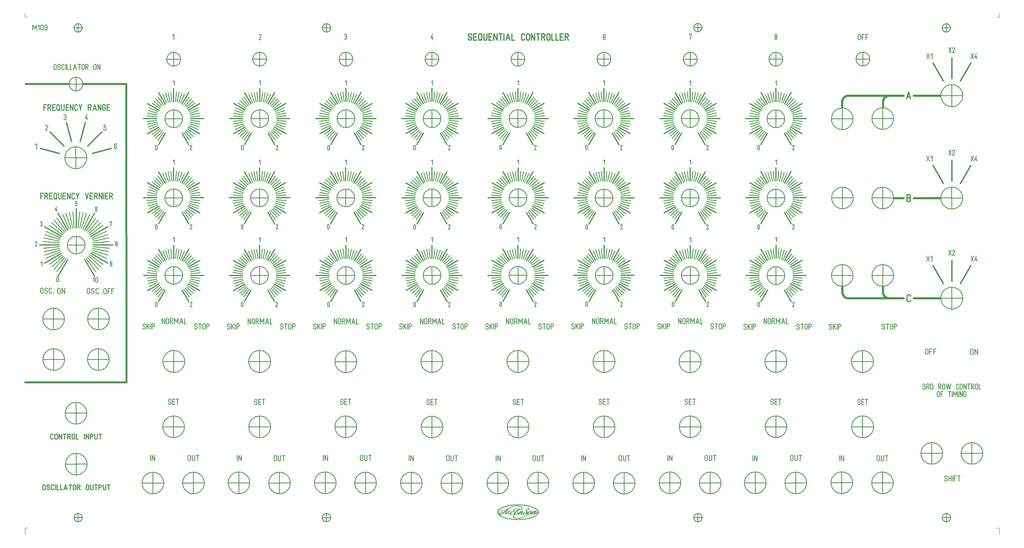
<source format=gbr>
G04 CAM350/DFMSTREAM V12.1 (Build 1022) Date:  Sun Oct 03 13:57:27 2021 *
G04 Database: D:\Mes documents\Projects\Modular Synth\M109 Sequencer\Front panel design\CAM350\M109.cam *
G04 Layer 16: M109frontpanel.gbr *
%FSLAX23Y23*%
%MOIN*%
%SFA1.000B1.000*%

%MIA0B0*%
%IPPOS*%
%ADD10C,0.00551*%
%ADD11C,0.00787*%
%ADD12C,0.01024*%
%ADD13C,0.01102*%
%ADD14C,0.01181*%
%ADD15C,0.01260*%
%ADD16C,0.01339*%
%ADD17C,0.01417*%
%ADD18C,0.01496*%
%ADD19C,0.01654*%
%ADD70C,0.01890*%
%ADD71C,0.01969*%
%ADD20C,0.02362*%
%ADD21C,0.03307*%
%ADD22C,0.03543*%
%LNM109frontpanel.gbr*%
%LPD*%
G54D10*
X8452Y443D02*
G01X8457Y448D01*
X8460*
X8463Y450*
X8466*
X8470Y451*
X8472Y448*
X8467Y449*
X8466*
X8463Y448*
X8460Y447*
X8458Y445*
X8457Y442*
X8461Y441*
X8464Y439*
X8469*
X8470*
X8380Y415D02*
G01X8384Y414D01*
X8388Y412*
X8392Y411*
X8397*
X8403*
X8408*
X8413*
X8418*
X8422Y412*
X8427Y414*
X8431Y413*
X8424Y411*
X8415*
X8410Y409*
X8405Y408*
X8397*
X8384*
X8433Y413D02*
G01X8438Y417D01*
X8441*
X8445Y418*
X8451Y420*
X8456Y422*
X8461Y424*
X8466Y427*
X8468Y428*
X8469Y430*
X8470Y433*
X8480Y438*
X8478Y434*
X8471Y430*
X8467Y427*
X8462Y424*
X8455Y421*
X8450Y419*
X8443Y417*
X8289Y407D02*
G01X8293Y413D01*
X8295Y414*
X8297Y415*
X8309Y406D02*
G01X8313Y408D01*
X8319Y411*
X8315Y407*
X8387Y381D02*
G01X8385Y374D01*
X8384Y369*
X8383Y364*
Y361*
X8384Y358*
X8385Y354*
X8388Y352*
X8392Y351*
X8395Y349*
X8398*
X8402Y348*
X8410*
X8415Y349*
X8420Y351*
X8431Y354*
X8439Y356*
X8448Y361*
X8459Y366*
X8470Y374*
X8468Y373*
X8453Y365*
Y368*
X8454Y376*
X8455Y379*
X8454Y382*
X8451Y384*
X8449Y386*
X8443Y387*
X8438Y386*
X8432Y384*
X8424Y380*
X8415Y376*
X8407Y371*
X8399Y366*
X8394Y363*
X8393Y368*
X8394Y372*
X8396Y376*
X8398Y380*
X8401Y384*
X8407Y388*
X8409Y391*
X8413Y394*
X8419Y397*
X8396Y385D02*
G01X8390Y375D01*
X8388Y365*
Y357*
X8393Y361*
X8392Y362*
X8393Y360*
X8396Y364*
X8391Y360D02*
G01X8396Y363D01*
X8405Y368*
X8413Y374*
X8420Y378*
X8423Y380*
X8428Y382*
X8433*
X8438*
X8443Y381*
X8445Y379*
X8446Y375*
Y372*
X8444Y368*
X8443Y364*
X8440Y362*
X8437Y360*
X8433Y356*
X8429Y354*
X8423Y352*
X8418Y351*
X8411*
X8405*
X8402Y352*
X8400Y353*
X8397Y355*
X8394Y357*
X8392Y355*
X8444Y384D02*
G01X8451Y380D01*
X8450Y371*
X8449Y363*
X8469Y371D02*
G01X8470Y375D01*
X8489Y406*
X8490Y407*
X8495Y408*
X8493Y407*
X8497Y409*
X8500*
X8501*
X8490Y396*
X8486Y382*
X8489Y384*
X8493Y387*
X8494Y388*
X8502Y395*
X8509Y400*
X8514Y404*
X8518Y407*
X8522Y408*
X8525Y409*
X8526Y410*
X8530*
X8532Y407*
Y407*
Y403*
X8529Y394*
X8510Y365*
X8509Y362*
X8508Y359*
X8511Y357*
X8514Y356*
X8518Y357*
X8522Y360*
X8528Y363*
X8533Y366*
X8535Y368*
X8537Y371*
X8538Y373*
X8540Y376*
X8545Y380*
X8550Y382*
X8555Y384*
X8560Y386*
X8565Y388*
X8572*
X8579*
X8585*
X8590*
X8594Y387*
X8600Y384*
X8608Y376*
X8613Y365*
X8467Y368D02*
G01X8463Y362D01*
X8456Y350*
X8464Y351*
X8469Y357*
X8477Y368*
X8490Y381*
X8501Y392*
X8510Y399*
X8516Y403*
X8521Y404*
X8523Y403*
X8521Y396*
X8502Y368*
X8498Y361*
X8497Y358*
Y353*
X8498Y352*
X8500Y350*
X8502Y349*
X8507Y350*
X8510Y351*
X8524Y357*
X8532Y362*
X8536*
X8538Y360*
X8539Y358*
X8541Y356*
X8545Y354*
X8548Y353*
X8553Y352*
X8565Y353*
X8573Y354*
X8578Y356*
X8587Y360*
X8594Y364*
X8600Y369*
X8604Y373*
X8600Y380*
Y381*
X8598Y383*
X8594Y384*
X8590Y386*
X8586Y387*
X8580*
X8572Y385*
X8565Y384*
X8559Y382*
X8555Y380*
X8552Y378*
X8549Y374*
X8547Y370*
X8545Y366*
Y362*
X8548Y359*
X8551Y356*
X8555Y354*
X8559*
X8568*
X8574Y355*
X8580Y357*
X8586Y361*
X8593Y365*
X8595Y369*
X8598Y373*
X8599Y376*
X8601Y379*
X8549Y378D02*
G01X8543Y372D01*
X8537Y366*
X8541*
X8544Y360*
X8511Y353D02*
G01X8504Y355D01*
X8502Y356*
X8503Y359*
X8516Y384*
X8530Y405*
X8525Y406*
X8494Y407D02*
G01X8463Y356D01*
X8486Y383*
X8387Y360D02*
G01X8383Y356D01*
X8375Y344*
X8370Y337*
X8366Y329*
X8364Y323*
Y313*
X8366Y308*
X8368Y304*
X8372Y299*
X8377Y295*
X8384Y292*
X8388Y289*
X8400Y287*
X8396Y289D02*
G01X8398Y287D01*
X8407Y285*
X8413*
X8452Y284*
X8477Y285*
X8486Y288*
X8500Y291*
X8511Y295*
X8506Y293D02*
G01X8516Y296D01*
X8533Y303*
X8545Y309*
X8557Y314*
X8571Y322*
X8582Y329*
X8592Y336*
X8598Y342*
X8602Y346*
X8607Y351*
X8609Y356*
X8612Y361*
X8606Y369*
Y364*
X8604Y358*
X8600Y352*
X8594Y344*
X8589Y339*
X8577Y329*
X8566Y323*
X8557Y317*
X8547Y313*
X8534Y307*
X8522Y301*
X8509Y297*
X8494Y294*
X8486Y292*
X8476Y290*
X8465Y289*
X8454Y288*
X8433Y287*
X8423Y288*
X8414*
X8407Y289*
X8400Y291*
X8391Y294*
X8386Y296*
X8382Y299*
X8378Y301*
X8375Y305*
X8373Y308*
X8372Y311*
X8371Y314*
X8370Y318*
Y323*
X8371Y328*
X8373Y333*
X8376Y339*
X8379Y344*
X8383Y348*
X8387Y353*
X8365Y319D02*
G01X8372Y305D01*
X8379Y297*
X8600Y344D02*
G01X8612Y364D01*
X8600Y381D02*
G01X8601Y386D01*
X8602Y388*
X8601Y392*
X8600Y395*
X8593Y407*
X8589Y413*
X8588Y416*
X8587Y419*
Y426*
X8588Y431*
X8590Y435*
X8594Y439*
X8597Y444*
X8603Y447*
X8608Y451*
X8613Y452*
X8620Y454*
X8623Y455*
X8636*
X8640*
X8644Y451*
Y449*
Y445*
X8642Y440*
X8638Y436*
X8631Y433*
X8625Y431*
X8619*
X8616Y430*
X8611*
X8612Y431*
X8617*
X8619*
X8628Y434*
X8632Y437*
X8634Y439*
X8636Y442*
Y444*
Y447*
Y449*
X8634Y451*
X8633*
X8631Y452*
X8627Y453*
X8623*
X8620*
X8616Y452*
X8612Y451*
X8608Y448*
X8604Y446*
X8600Y442*
X8597Y438*
X8596Y434*
X8595Y428*
X8596Y423*
X8598Y418*
X8608Y403*
X8611Y398*
X8612Y392*
Y386*
X8609Y383*
X8608Y379*
X8604Y381*
X8608Y395*
X8605*
X8603Y403*
X8600Y404*
X8594Y415*
X8592Y423*
X8593Y434*
X8599Y444*
X8608Y450*
X8616Y452*
X8624Y454*
X8635*
X8640Y450*
X8639Y443*
X8615Y365D02*
G01X8616Y369D01*
Y371*
X8618Y374*
X8620Y379*
X8621Y383*
X8628Y391*
X8632Y395*
X8637Y400*
X8642Y404*
X8648Y407*
X8653Y409*
X8658Y412*
X8663Y413*
X8667Y414*
X8673Y412*
X8675Y411*
X8677Y407*
X8679Y404*
Y400*
X8677Y394*
X8675Y387*
X8672Y383*
X8669Y378*
X8666Y374*
X8663Y372*
X8664Y370*
X8653Y361*
X8647Y357*
X8642Y355*
X8636Y353*
X8632Y352*
X8626*
X8623*
X8619Y354*
X8617Y357*
X8615Y360*
X8627Y364*
Y366*
X8628Y371*
X8629Y376*
X8632Y380*
X8636Y387*
X8639Y392*
X8642Y396*
X8645Y400*
X8648Y403*
X8652Y406*
X8656Y407*
X8658Y409*
X8662Y411*
X8664*
X8668Y409*
X8670Y407*
X8671Y404*
Y400*
Y396*
X8670Y397*
X8664Y391*
X8660Y385*
X8658Y380*
X8656Y375*
Y370*
X8654Y368*
X8651Y364*
X8646Y360*
X8641Y357*
X8638Y356*
X8635Y355*
X8632Y356*
X8631Y357*
X8628Y358*
X8626Y362*
X8621Y359*
X8626Y356*
X8619Y364*
X8621Y368*
X8627Y383*
X8640Y397*
X8653Y408*
X8661Y411*
X8669*
X8675Y404*
X8673Y392*
X8655Y366*
X8670Y392*
X8742Y451D02*
G01X8756Y441D01*
X8768Y431*
X8776Y421*
X8781Y414*
X8785Y405*
X8788Y395*
X8783Y377*
Y370*
X8761Y337D02*
G01X8770Y350D01*
X8777Y359*
X8780Y364*
X8782Y368*
X8783Y375*
X8772Y439D02*
G01X8777Y435D01*
X8786Y424*
X8791Y416*
X8795Y408*
X8797Y402*
X8798Y395*
Y381*
Y377*
X8795Y370*
X8791Y362*
X8786Y355*
X8782Y348*
X8654Y365D02*
G01X8657Y362D01*
X8661Y360*
X8664Y361*
X8667Y363*
X8672Y365*
X8686Y377*
X8690Y376*
X8691Y373*
X8690Y372*
X8678Y353*
X8687Y355*
X8689Y356*
X8695Y363*
X8703Y372*
X8712Y384*
X8718Y389*
X8725Y396*
X8730Y401*
X8736Y405*
X8740Y407*
X8744*
X8743Y400*
X8740Y395*
X8720Y365*
X8719Y360*
Y357*
X8720Y355*
X8723Y353*
X8726*
X8730Y354*
X8733Y355*
X8783Y382*
X8790Y394*
X8786Y391*
X8731Y362*
X8733Y369*
X8753Y400*
X8755Y406*
X8756Y408*
X8755Y411*
X8753Y413*
X8749*
X8743Y411*
X8738Y408*
X8730Y403*
X8715Y389*
X8710Y384*
X8712Y393*
Y396*
X8723Y412*
Y413*
X8719Y412*
X8715Y411*
X8712Y407*
X8705Y398*
X8687Y382*
X8677Y372*
X8671Y368*
X8670Y367*
X8666Y368*
X8661Y364*
X8667*
X8675Y369*
X8683Y376*
X8694Y381*
X8692Y372*
X8686Y359*
X8709Y386*
X8695Y376*
X8710Y393*
X8694Y382*
X8711Y398*
X8718Y409*
X8703Y384*
X8714Y388*
X8718Y391*
X8722Y395*
X8730Y402*
X8738Y407*
X8748Y410*
X8753Y409*
X8722Y359*
X8727Y361*
X8725Y356*
X8783Y386*
X8725Y356*
X8727Y365*
X8749Y407*
X8593Y412D02*
G01X8599Y400D01*
X8608Y397*
X8607Y392D02*
G01X8602Y406D01*
X8595Y417*
X8589Y420*
X8596Y409*
X8608Y382*
X8604Y372*
X8612Y366*
X8619Y362*
X8624Y381*
X8387Y368D02*
G01X8388Y356D01*
X8397Y352*
G54D11*
X8390Y7140D02*
G01X8506D01*
X8448Y7199D02*
G01Y7082D01*
X8392Y5782D02*
G01X8508D01*
X8450Y5841D02*
G01Y5723D01*
X8390Y4451D02*
G01X8506D01*
X8448Y4510D02*
G01Y4393D01*
X9861Y7140D02*
G01X9978D01*
X9919Y7198D02*
G01Y7081D01*
X9865Y5780D02*
G01X9982D01*
X9923Y5838D02*
G01Y5721D01*
X9865Y4452D02*
G01X9982D01*
X9923Y4510D02*
G01Y4394D01*
X11339Y7140D02*
G01X11455D01*
X11397Y7199D02*
G01Y7082D01*
X11340Y5780D02*
G01X11456D01*
X11398Y5838D02*
G01Y5721D01*
X11344Y4451D02*
G01X11460D01*
X11402Y4509D02*
G01Y4392D01*
X12810Y7139D02*
G01X12927D01*
X12868Y7197D02*
G01Y7081D01*
X12809Y5782D02*
G01X12926D01*
X12868Y5840D02*
G01Y5722D01*
X12811Y4451D02*
G01X12927D01*
X12869Y4509D02*
G01Y4392D01*
X15821Y5778D02*
G01X15938D01*
X15880Y5836D02*
G01Y5719D01*
X15821Y4061D02*
G01X15938D01*
X15880Y4119D02*
G01Y4002D01*
X15821Y7533D02*
G01X15938D01*
X15880Y7593D02*
G01Y7475D01*
X4Y7745D02*
G01X86D01*
Y7719*
X4*
Y7745*
X8227Y408D02*
G01X8226Y411D01*
X8220Y414*
X8216Y417*
X8212Y419*
X8207Y421*
X8202Y423*
X8195*
X8191Y424*
X8183*
X8175Y423*
X8171Y422*
X8167Y419*
X8163Y416*
X8160Y412*
X8158Y408*
X8157Y404*
Y402*
X8159Y398*
X8157Y400*
X8159Y396*
X8163Y393*
X8159Y396*
X8161Y394*
X8163Y392*
X8167Y390*
X8170Y388*
X8173Y387*
X8177Y385*
X8178Y384*
X8183*
X8189Y383*
X8204Y382*
X8219Y383*
X8222*
X8192Y382*
X8183Y384*
X8177Y386*
X8171Y388*
X8167Y392*
X8165Y393*
X8163Y395*
X8162Y396*
Y399*
X8161Y401*
Y404*
Y407*
X8162Y409*
X8163Y413*
X8166Y415*
X8169Y419*
X8175Y421*
X8181Y423*
X8187*
X8196*
X8204Y421*
X8209Y419*
X8213Y416*
X8219Y413*
X8222Y411*
X8226Y408*
X8220Y404*
X8205Y388*
X8199Y384*
X8216Y396D02*
G01X8226Y411D01*
X8234Y417*
X8240Y423*
X8246Y427*
X8248Y431*
X8226Y407D02*
G01X8230Y404D01*
X8236Y399*
X8242Y392*
X8238Y387*
X8236Y382*
X8234Y378*
Y373*
X8233Y368*
Y364*
X8235Y359*
X8238Y355*
X8239Y353*
X8240Y352*
X8242*
X8246Y354*
X8251Y359*
X8262Y372*
X8267Y379*
X8272Y384*
X8282Y396*
Y397*
Y396*
X8298Y398*
X8297Y393*
X8296Y390*
X8290Y384*
X8286Y378*
X8282Y372*
X8279Y368*
X8278Y364*
X8276Y360*
Y356*
X8277Y355*
X8278Y353*
X8282*
X8285*
X8291Y356*
X8297Y360*
X8305Y367*
X8313Y373*
X8321Y382*
X8329Y389*
X8337Y397*
X8341Y401*
X8345Y404*
X8349Y407*
X8354Y408*
X8358Y411*
X8360*
X8367*
X8376*
X8227Y410D02*
G01X8232Y406D01*
X8246Y389*
X8239Y381*
X8238Y377*
X8235Y373*
X8234Y368*
X8235Y363*
X8236Y359*
X8238Y356*
X8242Y358*
X8243Y360*
X8244Y361*
X8245Y363*
X8246Y367*
X8247Y369*
X8248Y372*
Y376*
Y385*
Y384*
Y380*
X8249Y375*
Y367*
X8253Y368*
X8254*
X8257Y370*
X8260Y374*
X8267Y380*
X8273Y388*
X8279Y395*
X8282Y399*
X8285Y404*
X8287Y407*
X8290Y409*
X8293Y412*
X8291Y407*
X8294Y404*
X8297*
X8301*
X8305Y405*
X8309Y407*
X8312*
X8315Y408*
X8297Y386*
X8288Y372*
X8285Y367*
X8284Y363*
Y360*
X8286Y357*
X8288*
X8289Y356*
X8283Y355*
X8280Y359*
X8242Y392D02*
G01X8244Y397D01*
X8250Y406*
X8256Y415*
X8262Y423*
X8267Y431*
X8271Y437*
X8274Y442*
X8282Y446*
X8276Y437*
X8271Y428*
X8264Y419*
X8258Y411*
X8253Y404*
X8245Y392*
X8278Y440D02*
G01X8282Y447D01*
X8286Y451*
X8289Y454*
X8293Y457*
X8297Y460*
X8301Y462*
X8304Y464*
X8306Y466*
X8310Y467*
X8314Y470*
X8317*
X8321Y473*
X8325Y474*
X8329Y477*
X8125Y357D02*
G01Y364D01*
X8124Y367*
Y369*
X8125Y372*
X8127Y374*
X8128Y376*
X8129Y377*
X8132Y379*
X8134Y380*
X8139Y382*
X8143*
X8317Y378D02*
G01Y371D01*
Y362*
X8318Y359*
X8319Y356*
X8321Y355*
X8323Y353*
X8326Y352*
X8329*
X8333*
X8340Y354*
X8344Y356*
X8350Y358*
X8356Y362*
X8364Y368*
X8371Y372*
X8376Y375*
X8382Y379*
X8390Y384*
X8401Y390*
X8407Y393*
X8410Y395*
X8415Y397*
X8420Y400*
X8426Y402*
X8431Y404*
X8435Y405*
X8441Y407*
X8445*
X8449*
X8451*
X8447Y408*
X8443Y410*
X8439Y413*
X8437Y415*
X8435Y417*
Y419*
Y423*
Y426*
X8436Y428*
X8438Y431*
X8439Y435*
X8442Y437*
X8448Y443*
X8452Y445*
X8457Y447*
X8356Y409D02*
G01X8352Y407D01*
X8347Y403*
X8343Y398*
X8339Y393*
X8337Y388*
X8333Y383*
X8329Y378*
X8328Y372*
X8327Y368*
Y364*
X8328Y360*
X8329Y358*
X8331Y356*
X8334*
X8338Y355*
X8341*
X8343Y356*
X8345*
X8332Y388D02*
G01X8323Y376D01*
X8322Y369*
X8323Y358*
X8287Y400D02*
G01X8304Y401D01*
X8361Y394D02*
G01X8360D01*
X8364Y397*
X8366Y399*
X8368Y403*
Y405*
Y407*
Y410*
X8366Y411*
X8362*
X8361Y394D02*
G01Y393D01*
X8366Y395*
X8369Y396*
X8372Y399*
X8375Y402*
Y404*
X8376Y406*
X8379Y408*
X8382Y410*
X8384Y409*
X8372Y414*
Y415*
Y424*
Y427*
X8373Y431*
X8375Y433*
X8377Y436*
X8380Y439*
X8384Y442*
X8388Y443*
X8392Y446*
X8397Y447*
X8401Y448*
X8407*
X8414*
X8419*
X8423Y447*
X8430Y446*
X8435Y445*
X8440Y443*
X8443*
X8447*
X8384Y411D02*
G01Y413D01*
X8380Y415*
Y417*
X8379Y418*
Y419*
X8378Y421*
Y423*
Y427*
Y429*
X8379Y431*
X8380Y434*
X8381Y436*
X8384Y439*
X8386Y442*
X8389Y443*
X8392Y445*
X8444Y441D02*
G01X8439Y437D01*
X8435Y435*
X8433Y432*
X8431Y429*
X8430Y427*
X8429Y423*
Y418*
Y414*
X8430*
X8437Y409*
X8454Y444D02*
G01X8457Y447D01*
X8450Y441*
X8451*
X8459Y439*
X8465Y438*
X8470Y437*
X8481Y438*
X8477D02*
G01Y439D01*
X8478Y442*
Y444*
X8476Y447*
X8474Y448*
X8473Y449*
X8470Y450*
X8476*
X8480Y448*
X8482Y447*
Y446*
Y443*
X55Y118D02*
G01X5D01*
X55Y8879D02*
G01X5D01*
X16695Y8876D02*
G01X16645D01*
X16695Y117D02*
G01X16645D01*
X2490Y7139D02*
G01X2606D01*
X2548Y7197D02*
G01Y7081D01*
X2490Y5782D02*
G01X2606D01*
X2548Y5840D02*
G01Y5722D01*
X2491Y4450D02*
G01X2608D01*
X2549Y4508D02*
G01Y4392D01*
X3965Y7140D02*
G01X4081D01*
X4023Y7198D02*
G01Y7081D01*
X3963Y5782D02*
G01X4079D01*
X4021Y5840D02*
G01Y5722D01*
X3962Y4450D02*
G01X4078D01*
X4020Y4508D02*
G01Y4392D01*
X5442Y7140D02*
G01X5558D01*
X5500Y7198D02*
G01Y7081D01*
X5437Y5782D02*
G01X5553D01*
X5495Y5841D02*
G01Y5723D01*
X5442Y4451D02*
G01X5558D01*
X5500Y4509D02*
G01Y4392D01*
X6915Y7140D02*
G01X7032D01*
X6973Y7198D02*
G01Y7081D01*
X6915Y5780D02*
G01X7032D01*
X6974Y5838D02*
G01Y5721D01*
X6916Y4450D02*
G01X7033D01*
X6974Y4508D02*
G01Y4392D01*
X821Y4974D02*
G01X938D01*
X880Y5033D02*
G01Y4916D01*
X813Y6469D02*
G01X930D01*
X872Y6527D02*
G01Y6410D01*
X16696Y8947D02*
G01Y8876D01*
X4Y8947D02*
G01Y8877D01*
X16697Y116D02*
G01Y4D01*
X4Y116D02*
G01Y4D01*
X8Y2628D02*
G01X90D01*
Y2603*
X8*
Y2628*
G54D12*
X8195Y377D02*
G01X8210Y388D01*
X8216Y395*
X8222Y402*
X8231Y411*
X8238Y418*
X8245Y424*
X8250Y431*
X8115Y352D02*
G01X8118Y363D01*
X8120Y368*
Y372*
X8122Y376*
X8124Y379*
X8126Y381*
X8128Y382*
X8130Y383*
X8133Y384*
X8152Y352D02*
G01X8161Y356D01*
X8169Y361*
X8176Y364*
X8184Y369*
X8192Y376*
X8207Y388*
X8236Y416*
X8246Y426*
X8258Y437*
X8265Y444*
X8278Y452*
X8289Y461*
X8302Y467*
X8319Y474*
X8335Y480*
X8352Y486*
X8369Y490*
X8386Y494*
X8400Y497*
X8410Y498*
X8446*
X8458Y497*
X8467Y495*
X8481Y490*
X8494Y485*
X8504Y477*
X8510Y471*
X8515Y467*
X8518Y459*
Y451*
X8517Y446*
X8514Y443*
X8509Y439*
X8502Y437*
X8490Y436*
X8482*
X8503Y478D02*
G01X8509Y473D01*
X8512Y469*
X8515Y465*
X8517Y458*
Y453*
X8515Y447*
X8513Y443*
X8510Y442*
X8508Y440*
X8272Y281D02*
G01X8235Y292D01*
X8203Y304*
X8188Y310*
X8175Y316*
X8163Y323*
X8156Y327*
X8149Y331*
X8144Y334*
X8139Y338*
X8136Y341*
Y343*
X8131Y351*
G54D13*
X8152Y353D02*
G01X8151D01*
X8150*
X8149*
X8148*
Y352*
X8147*
X8146*
X8145*
X8144*
X8143*
X8142*
X8141*
X8140*
Y353*
X8139*
X8138*
X8137*
Y354*
X8136*
X8135*
Y355*
X8134*
X8133*
X8132Y356*
X8131*
Y357*
X8130*
X8129*
Y358*
X8128*
Y359*
Y360*
X8127*
X8126Y361*
X8125Y362*
X8124Y363*
Y364*
Y365*
X8123Y366*
Y367*
Y368*
Y369*
Y370*
Y371*
Y372*
Y373*
Y374*
X8124*
Y375*
Y376*
X8125Y377*
X8126*
Y378*
Y379*
X8127*
X8128*
Y380*
X8129*
X8130Y381*
X8131*
Y382*
X8132*
Y383*
X8133*
X8134*
X8135*
Y384*
X8136*
X8137*
X8138*
X8139*
X8140*
X8141*
X8142*
X8143*
X8144*
X8145*
X8146*
Y383*
X8147*
X8148*
X8149*
Y382*
X8150*
X8151*
X8152*
Y381*
Y380*
X8153*
X8154*
X8155*
X8156Y379*
X8157Y378*
G54D14*
X5650Y891D02*
G01X6012Y892D01*
X5748Y1056D02*
G01X5776Y1065D01*
X5779Y1066*
X5782Y1067*
X5784Y1068*
X5786Y1069*
X5789*
X5792Y1070*
X5795Y1071*
X5797Y1072*
X5801Y1073*
X5804*
X5806*
X5809*
X5812Y1074*
X5815*
X5818Y1075*
X5821*
X5824*
X5827Y1076*
X5829*
X5833*
X5836*
X5838*
X5841*
X5844*
X5846*
X5849*
X5852Y1075*
X5855*
X5858Y1074*
X5861*
X5864Y1073*
X5867*
X5870*
X5872*
X5876Y1072*
X5879Y1071*
X5881Y1070*
X5884Y1069*
X5887*
X5890Y1068*
X5893Y1067*
X5896Y1066*
X5899Y1065*
X5901*
X5904Y1063*
X5907Y1062*
X5908Y1061*
X5911Y1060*
X5914Y1059*
X5917Y1057*
X5919*
X5922Y1055*
X5924Y1053*
X5927*
X5930Y1051*
X5932Y1049*
X5935Y1048*
X5937Y1046*
X5939Y1045*
X5942Y1043*
X5944Y1041*
X5947Y1040*
X5949Y1037*
X5951Y1036*
X5954Y1034*
X5956Y1032*
X5959Y1031*
X5960Y1029*
X5963Y1027*
X5965Y1025*
X5967Y1023*
X5969Y1021*
X5970Y1018*
X5972Y1017*
X5974Y1014*
X5976Y1012*
X5978Y1010*
X5980Y1008*
X5982Y1006*
X5983Y1003*
X5985Y1001*
X5986Y998*
X5989Y996*
X5990Y994*
X5992Y991*
X5994Y989*
X5995Y986*
X5997Y983*
X5998Y981*
X5999Y978*
X6001Y975*
X6002Y973*
X6003Y970*
X6005Y969*
X6006Y966*
X6007Y963*
X6008Y960*
X6009Y958*
X6010Y955*
X6011Y952*
X6012Y949*
X6013Y947*
X6014Y943*
Y941*
X6015Y938*
X6016Y935*
X6017Y932*
X6018Y930*
Y927*
Y923*
X6019Y921*
Y918*
X6020Y915*
Y912*
X6021Y909*
Y907*
Y904*
X6022Y901*
Y899*
Y896*
Y892*
Y890*
Y887*
Y884*
Y881*
Y878*
X6021Y875*
Y872*
X6020Y869*
Y866*
X6019Y864*
Y860*
X6018Y857*
Y855*
Y852*
X6017Y848*
X6016Y846*
X6015Y844*
X6014Y841*
Y838*
X6013Y836*
X6012Y833*
X6011Y830*
X6010Y827*
X6009Y825*
X6008Y821*
X6007Y819*
X6006Y817*
X6005Y813*
X6003Y811*
X6002Y809*
X6001Y805*
X5999Y803*
X5998Y801*
X5996Y798*
X5994Y796*
X5993Y793*
X5991Y790*
X5990Y788*
X5988Y785*
X5986Y783*
X5985Y782*
X5983Y779*
X5981Y777*
X5979Y774*
X5978Y772*
X5975Y770*
X5974Y768*
X5971Y766*
X5970Y763*
X5968Y762*
X5967Y759*
X5964Y758*
X5963Y755*
X5960Y754*
X5958Y751*
X5956Y750*
X5954Y747*
X5951Y746*
X5949Y744*
X5947Y742*
X5944Y741*
X5942Y738*
X5939Y737*
X5937Y735*
X5935Y734*
X5931Y732*
X5929Y730*
X5927*
X5924Y728*
X5921Y726*
X5919Y725*
X5916Y724*
X5914Y722*
X5911*
X5908Y720*
X5906Y719*
X5904*
X5900Y718*
X5898Y717*
X5895Y716*
X5892Y715*
X5889*
X5887Y714*
X5884Y713*
X5881Y712*
X5878Y711*
X5876*
X5872Y710*
X5869*
X5867Y709*
X5864*
X5861Y708*
X5858*
X5855Y707*
X5852*
X5849*
X5846*
X5844*
X5841*
X5838*
X5836*
X5833*
X5829*
X5827*
X5824*
X5821*
X5818*
X5815Y708*
X5812*
X5809Y709*
X5806*
X5803Y710*
X5801*
X5797Y711*
X5794*
X5792Y712*
X5789Y713*
X5786Y714*
X5783Y715*
X5781*
X5778Y716*
X5775Y717*
X5773Y718*
X5770Y719*
X5767*
X5765Y720*
X5762Y722*
X5759*
X5756Y724*
X5754Y726*
X5751*
X5749Y728*
X5746Y730*
X5743Y731*
X5741Y733*
X5738Y734*
X5736Y736*
X5734Y738*
X5731Y739*
X5729Y741*
X5726Y742*
X5724Y744*
X5722Y746*
X5719Y748*
X5718Y750*
X5715Y752*
X5714Y754*
X5711Y756*
X5709Y758*
X5707Y760*
X5705Y762*
X5703Y764*
X5701Y766*
X5699Y768*
X5697Y770*
X5695Y772*
X5693Y774*
X5691Y777*
X5690Y779*
X5688Y782*
X5687Y783*
X5684Y785*
X5683Y788*
X5681Y790*
X5679Y793*
X5678Y796*
X5676Y798*
X5675Y801*
X5674Y803*
X5672Y806*
X5671Y809*
X5670Y811*
X5668Y813*
X5667Y817*
X5666Y819*
X5665Y822*
X5664Y825*
X5663Y828*
X5662Y830*
X5661Y833*
X5660Y836*
X5659Y839*
Y841*
X5658Y844*
X5657Y846*
Y849*
X5656Y852*
Y855*
Y858*
X5655Y860*
Y864*
X5654Y866*
Y869*
X5653Y872*
Y875*
Y878*
X5652Y881*
Y884*
Y887*
Y890*
Y892*
Y896*
Y899*
Y901*
Y904*
X5653Y907*
Y909*
X5654Y912*
Y915*
X5655Y918*
Y921*
X5656Y924*
Y927*
Y930*
X5657Y933*
Y935*
X5658Y939*
X5659Y941*
Y944*
X5660Y947*
X5661Y950*
X5662Y953*
X5663Y955*
X5664Y959*
X5665Y961*
X5666Y963*
X5667Y967*
X5668Y969*
X5670Y971*
X5671Y974*
X5672Y976*
X5674Y978*
X5675Y981*
X5676Y984*
X5678Y986*
X5679Y989*
X5681Y991*
X5683Y994*
X5684Y996*
X5686Y998*
X5687Y1001*
X5690Y1003*
X5691Y1006*
X5693Y1008*
X5695Y1010*
X5697Y1013*
X5699Y1014*
X5701Y1017*
X5703Y1019*
X5705Y1021*
X5707Y1023*
X5710Y1025*
X5711Y1027*
X5714Y1029*
X5716Y1031*
X5718Y1032*
X5719Y1034*
X5722Y1036*
X5724Y1037*
X5748Y1056*
X876Y2263D02*
G01Y1912D01*
X689Y2088D02*
G01X1051D01*
X787Y2252D02*
G01X815Y2262D01*
X818Y2263*
X821Y2264*
X824Y2265*
X826Y2266*
X829*
X833Y2267*
X835Y2268*
X838Y2269*
X841Y2270*
X844*
X846*
X849*
X852Y2271*
X855*
X858Y2272*
X860*
X864*
X867Y2273*
X869*
X872*
X876*
X878*
X881*
X884*
X887*
X890*
X893Y2272*
X896*
X899Y2271*
X902*
X904Y2270*
X907*
X909*
X912*
X915Y2269*
X918Y2268*
X920Y2267*
X923Y2266*
X926*
X929Y2265*
X932Y2264*
X935Y2263*
X938Y2262*
X940Y2261*
X943Y2260*
X946Y2258*
X949*
X951Y2257*
X954Y2255*
X957Y2254*
X959Y2253*
X962Y2251*
X965Y2250*
X967Y2249*
X969Y2247*
X971Y2246*
X974Y2244*
X977Y2242*
X979Y2241*
X982Y2239*
X984Y2238*
X986Y2236*
X989Y2234*
X991Y2232*
X994Y2230*
X995Y2229*
X998Y2226*
X1000Y2225*
X1002Y2222*
X1004Y2221*
X1006Y2219*
X1008Y2218*
X1010Y2215*
X1013Y2213*
X1014Y2211*
X1017Y2209*
X1018Y2207*
X1020Y2204*
X1022Y2202*
X1024Y2199*
X1026Y2197*
X1027Y2195*
X1029Y2192*
X1030Y2190*
X1032Y2187*
X1033Y2185*
X1034Y2183*
X1036Y2180*
X1037Y2178*
X1039Y2175*
X1040Y2172*
X1041Y2170*
X1043Y2167*
X1044Y2164*
X1045Y2162*
X1046Y2159*
X1048Y2157*
X1049Y2155*
X1050Y2152*
X1051Y2149*
X1052Y2146*
X1053Y2144*
Y2140*
X1054Y2138*
X1055Y2135*
X1056Y2132*
X1057Y2129*
Y2127*
X1058Y2124*
Y2120*
X1059Y2118*
Y2115*
X1060Y2112*
Y2109*
X1061Y2106*
Y2103*
Y2100*
Y2097*
Y2094*
Y2092*
Y2089*
Y2086*
Y2083*
Y2080*
Y2077*
Y2074*
Y2071*
X1060Y2069*
Y2065*
X1059Y2062*
Y2060*
X1058Y2057*
Y2054*
X1057Y2051*
Y2049*
Y2045*
X1056Y2043*
X1055Y2040*
X1054Y2037*
X1053Y2034*
Y2032*
X1052Y2030*
X1050Y2026*
X1049Y2024*
Y2021*
X1047Y2018*
X1046Y2015*
X1045Y2013*
X1044Y2010*
X1042Y2007*
X1041Y2005*
X1040Y2002*
X1038Y1999*
X1037Y1997*
X1036Y1994*
X1034Y1992*
X1033Y1989*
X1032Y1986*
X1030Y1984*
X1029Y1982*
X1027Y1979*
X1026Y1977*
X1023Y1974*
X1022Y1972*
X1020Y1970*
X1018Y1969*
X1016Y1967*
X1014Y1964*
X1012Y1962*
X1010Y1960*
X1008Y1958*
X1006Y1956*
X1004Y1954*
X1002Y1951*
X999Y1950*
X998Y1947*
X995Y1946*
X993Y1944*
X990Y1942*
X988Y1940*
X986Y1939*
X983Y1937*
X981Y1935*
X978Y1934*
X976Y1932*
X974Y1931*
X971Y1929*
X969Y1927*
X967Y1926*
X964Y1924*
X962Y1923*
X959Y1922*
X957Y1921*
X954Y1919*
X951*
X949Y1917*
X946Y1916*
X943Y1915*
X940Y1914*
X938Y1913*
X935Y1912*
X932Y1911*
X929Y1910*
X927Y1909*
X923Y1908*
X920Y1907*
X918*
X915*
X911*
X909Y1906*
X907Y1905*
X904*
X901Y1904*
X898*
X895*
X892*
X889*
X886Y1903*
X884*
X880*
X877*
X875*
X872*
X868*
X866Y1904*
X863*
X860*
X857*
X854*
X851Y1905*
X848*
X845Y1906*
X844*
X841Y1907*
X838*
X835*
X833*
X829Y1908*
X827Y1909*
X824Y1910*
X821Y1911*
X818*
X815Y1913*
X813Y1914*
X809Y1915*
X807Y1916*
X804Y1917*
X801Y1918*
X799Y1919*
X796Y1921*
X793Y1922*
X791Y1923*
X788Y1925*
X785Y1926*
X783Y1927*
X782Y1929*
X778Y1931*
X776Y1932*
X774Y1934*
X771Y1935*
X769Y1937*
X766Y1939*
X764Y1941*
X762Y1943*
X759Y1944*
X758Y1946*
X755Y1948*
X753Y1950*
X750Y1952*
X749Y1954*
X746Y1956*
X745Y1958*
X742Y1960*
X740Y1963*
X738Y1965*
X736Y1967*
X734Y1969*
X733Y1970*
X730Y1973*
X729Y1975*
X727Y1978*
X726Y1980*
X724Y1982*
X722Y1985*
X721Y1987*
X719Y1990*
Y1992*
X717Y1994*
X715Y1997*
X714Y2000*
X713Y2002*
X711Y2005*
X710Y2007*
X709Y2010*
X707Y2013*
Y2015*
X705Y2018*
X704Y2021*
X703Y2024*
X702Y2026*
X701Y2030*
X700Y2032*
X699Y2034*
Y2037*
X698Y2040*
X697Y2043*
X696Y2045*
X695Y2049*
Y2052*
Y2054*
X694Y2057*
Y2061*
X693Y2063*
Y2066*
X692Y2069*
Y2072*
Y2075*
X691Y2078*
Y2081*
Y2084*
Y2087*
Y2089*
Y2093*
Y2095*
X692Y2097*
Y2100*
Y2104*
X693Y2106*
Y2109*
X694Y2112*
Y2115*
X695Y2118*
Y2120*
Y2124*
X696Y2126*
Y2129*
X697Y2132*
X698Y2135*
X699Y2137*
Y2140*
X700Y2144*
X701Y2146*
X703Y2149*
Y2152*
X704Y2155*
X706Y2157*
X707Y2159*
Y2162*
X709Y2164*
X711Y2167*
Y2170*
X713Y2172*
X715Y2175*
Y2178*
X717Y2180*
X719Y2183*
Y2186*
X721Y2188*
X722Y2191*
X724Y2193*
X726Y2195*
X727Y2198*
X730Y2200*
X731Y2203*
X733Y2205*
X734Y2207*
X737Y2209*
X738Y2211*
X741Y2214*
X742Y2215*
X745Y2218*
X746Y2219*
X749Y2221*
X751Y2223*
X754Y2225*
X755Y2227*
X758Y2229*
X760Y2230*
X762Y2233*
X765Y2234*
X787Y2252*
X880Y1389D02*
G01Y1038D01*
X693Y1214D02*
G01X1055Y1215D01*
X791Y1379D02*
G01X819Y1388D01*
X822Y1389*
X825Y1390*
X828Y1391*
X830Y1392*
X833*
X837Y1393*
X839Y1394*
X842Y1395*
X844Y1396*
X847*
X850*
X853*
X856Y1397*
X859*
X862Y1398*
X864*
X868*
X871Y1399*
X873*
X876*
X880*
X882*
X885*
X888*
X891*
X894*
X897Y1398*
X900*
X903Y1397*
X906*
X907Y1396*
X911*
X913*
X916*
X919Y1395*
X922Y1394*
X924Y1393*
X927Y1392*
X930*
X933Y1391*
X936Y1390*
X939Y1389*
X942Y1388*
X944*
X947Y1386*
X950Y1385*
X953Y1384*
X955Y1383*
X958Y1382*
X961Y1380*
X963*
X966Y1378*
X969Y1376*
X970*
X973Y1374*
X975Y1372*
X978Y1371*
X981Y1369*
X983Y1368*
X986Y1366*
X988Y1364*
X990Y1363*
X993Y1360*
X995Y1359*
X998Y1357*
X999Y1355*
X1002Y1353*
X1004Y1351*
X1006Y1349*
X1008Y1347*
X1010Y1345*
X1012Y1344*
X1014Y1341*
X1017Y1340*
X1018Y1337*
X1021Y1335*
X1022Y1333*
X1024Y1331*
X1026Y1329*
X1028Y1326*
X1030Y1324*
X1031Y1321*
X1032Y1319*
X1033Y1317*
X1035Y1314*
X1037Y1312*
X1038Y1309*
X1040Y1306*
X1041Y1304*
X1043Y1301*
X1044Y1298*
X1045Y1296*
X1047Y1293*
X1048Y1291*
X1049Y1288*
X1050Y1285*
X1052Y1282*
X1053Y1281*
X1054Y1278*
X1055Y1275*
X1056Y1272*
X1057Y1270*
Y1266*
X1058Y1264*
X1059Y1261*
X1060Y1258*
X1061Y1255*
Y1253*
X1062Y1250*
Y1246*
X1063Y1244*
Y1241*
X1064Y1238*
Y1235*
X1065Y1232*
Y1230*
Y1226*
Y1223*
Y1221*
Y1219*
Y1215*
Y1213*
Y1210*
Y1207*
Y1204*
Y1201*
Y1198*
Y1195*
X1064Y1192*
Y1189*
X1063Y1187*
Y1183*
X1062Y1180*
Y1178*
X1061Y1175*
Y1171*
X1060Y1169*
X1059Y1166*
X1058Y1163*
X1057Y1160*
Y1158*
X1056Y1156*
X1054Y1153*
X1053Y1150*
Y1148*
X1051Y1144*
X1050Y1142*
X1049Y1140*
X1048Y1136*
X1046Y1134*
X1045Y1132*
X1044Y1128*
X1042Y1126*
X1041Y1124*
X1040Y1121*
X1038Y1119*
X1037Y1116*
X1035Y1113*
X1033Y1111*
X1032Y1108*
X1031Y1106*
X1030Y1104*
X1027Y1101*
X1026Y1099*
X1024Y1096*
X1022Y1094*
X1020Y1093*
X1018Y1091*
X1016Y1089*
X1014Y1086*
X1012Y1085*
X1010Y1082*
X1008Y1081*
X1006Y1078*
X1003Y1077*
X1002Y1074*
X999Y1073*
X997Y1070*
X994Y1069*
X992Y1067*
X990Y1065*
X987Y1064*
X985Y1061*
X982Y1060*
X980Y1058*
X978Y1057*
X975Y1055*
X973Y1053*
X970*
X968Y1051*
X966Y1049*
X963Y1048*
X961Y1047*
X958Y1045*
X955*
X953Y1043*
X950Y1042*
X947Y1041*
X944Y1040*
X942Y1039*
X939Y1038*
X936Y1037*
X933*
X931Y1036*
X927Y1035*
X925Y1034*
X922Y1033*
X919*
X916Y1032*
X913*
X911*
X907*
X905Y1031*
X903*
X900Y1030*
X896*
X893*
X891*
X888*
X884*
X881*
X879*
X876*
X872*
X870*
X867*
X864*
X861*
X858Y1031*
X855*
X852Y1032*
X849*
X847*
X844*
X842Y1033*
X839*
X837Y1034*
X833Y1035*
X831Y1036*
X828Y1037*
X825*
X822Y1038*
X819Y1039*
X817Y1040*
X813Y1041*
X811Y1042*
X808Y1043*
X805Y1045*
X803*
X800Y1047*
X797Y1049*
X795*
X792Y1051*
X789Y1053*
X787Y1054*
X785Y1056*
X782Y1057*
X780Y1059*
X778Y1061*
X775Y1062*
X773Y1064*
X770Y1065*
X768Y1067*
X766Y1069*
X763Y1071*
X762Y1073*
X759Y1075*
X757Y1077*
X754Y1079*
X753Y1081*
X750Y1083*
X749Y1085*
X746Y1087*
X744Y1089*
X742Y1091*
X740Y1093*
X738Y1094*
X737Y1096*
X734Y1099*
X733Y1101*
X731Y1104*
X730Y1106*
X728Y1108*
X726Y1111*
X725Y1113*
X723Y1116*
X722Y1119*
X720Y1121*
X719Y1124*
X718Y1126*
X717Y1129*
X715Y1132*
Y1134*
X713Y1136*
X712Y1140*
X711Y1142*
X710Y1145*
X708Y1148*
X707Y1151*
Y1153*
X706Y1156*
X705Y1158*
X703Y1161*
Y1163*
X702Y1167*
X701Y1169*
X700Y1172*
Y1175*
X699Y1178*
Y1181*
X698Y1183*
Y1187*
X697Y1189*
Y1192*
X696Y1195*
Y1198*
Y1201*
X695Y1204*
Y1207*
Y1210*
Y1213*
Y1215*
Y1219*
Y1221*
X696Y1223*
Y1226*
Y1230*
X697Y1232*
Y1235*
X698Y1238*
Y1241*
X699Y1244*
Y1247*
Y1250*
X700Y1253*
Y1256*
X701Y1258*
X702Y1262*
X703Y1264*
Y1267*
X704Y1270*
X705Y1273*
X707Y1276*
Y1278*
X708Y1282*
X710Y1283*
X711Y1285*
Y1289*
X713Y1291*
X715Y1294*
Y1297*
X717Y1299*
X719Y1301*
Y1304*
X720Y1307*
X722Y1309*
X723Y1312*
X725Y1314*
X726Y1317*
X728Y1319*
X730Y1321*
X731Y1324*
X734Y1326*
X735Y1329*
X737Y1331*
X738Y1333*
X741Y1336*
X742Y1337*
X745Y1340*
X746Y1342*
X749Y1344*
X750Y1345*
X753Y1347*
X755Y1349*
X758Y1351*
X759Y1353*
X762Y1355*
X764Y1357*
X766Y1359*
X769Y1360*
X791Y1379*
X5627Y7053D02*
G01X5625Y7051D01*
X5624Y7049*
X5621Y7046*
X5620Y7044*
X5617Y7041*
X5616Y7039*
X5613Y7037*
X5612Y7035*
X5609Y7033*
X5608Y7031*
X5605Y7030*
X5603Y7027*
X5601Y7026*
X5599Y7023*
X5596Y7022*
X5594Y7019*
X5593Y7018*
X5590Y7015*
X5588Y7014*
X5585Y7012*
X5583Y7010*
X5581Y7009*
X5577Y7007*
X5575Y7006*
X5573Y7004*
X5569Y7003*
X5567Y7002*
X5565Y7000*
X5561Y6999*
X5559Y6998*
X5556Y6997*
X5553Y6996*
X5550Y6995*
X5548Y6994*
X5545Y6993*
X5542Y6992*
X5539Y6991*
X5536*
X5533Y6990*
X5531*
X5528Y6989*
X5525*
X5522Y6988*
X5519Y6987*
X5516*
X5513*
X5510Y6986*
X5507*
X5504*
X5501*
X5498*
X5495*
X5492*
X5489Y6987*
X5486*
X5483*
X5480Y6988*
X5477Y6989*
X5474*
X5471Y6990*
X5469*
X5466Y6991*
X5463*
X5460Y6992*
X5457Y6993*
X5455Y6994*
X5451Y6995*
X5449Y6996*
X5446Y6997*
X5443Y6998*
X5440Y6999*
X5438Y7000*
X5435Y7002*
X5432Y7003*
X5430Y7004*
X5427Y7006*
X5424Y7007*
X5422Y7009*
X5419Y7010*
X5417Y7012*
X5415Y7014*
X5412Y7015*
X5410Y7018*
X5407Y7019*
X5406Y7022*
X5404Y7023*
X5401Y7026*
X5399Y7027*
X5396Y7030*
X5395Y7031*
X5392Y7033*
X5391Y7035*
X5388Y7037*
X5387Y7039*
X5384Y7041*
X5383Y7044*
X5381Y7046*
X5379Y7049*
X5377Y7051*
X5376Y7053*
X5374Y7056*
X5372Y7058*
X5371Y7061*
X5369Y7064*
X5368Y7066*
X5366Y7069*
X5364Y7072*
Y7075*
X5362Y7077*
X5361Y7081*
X5360Y7083*
X5359Y7086*
X5358Y7089*
X5357Y7092*
X5356Y7094*
X5355Y7096*
X5354Y7100*
Y7102*
X5353Y7105*
X5352Y7108*
Y7112*
Y7114*
X5351Y7117*
Y7120*
X5350Y7124*
Y7126*
Y7129*
Y7132*
Y7136*
X5349Y7138*
X5350Y7141*
Y7144*
Y7148*
Y7150*
Y7153*
X5351Y7156*
Y7159*
X5352Y7161*
Y7164*
Y7167*
X5353Y7171*
X5354Y7173*
Y7176*
X5355Y7179*
X5356Y7182*
X5357Y7185*
X5358Y7187*
X5359Y7191*
X5360Y7193*
X5361Y7196*
X5362Y7199*
X5364Y7202*
Y7204*
X5366Y7207*
X5368Y7210*
X5369Y7212*
X5371Y7215*
X5372Y7218*
X5374Y7219*
X5376Y7222*
X5377Y7224*
X5379Y7226*
X5381Y7229*
X5383Y7231*
X5384Y7234*
X5387Y7236*
X5388Y7238*
X5391Y7241*
X5392Y7243*
X5395Y7245*
X5396Y7247*
X5399Y7249*
X5401Y7251*
X5404Y7253*
X5406Y7255*
X5407Y7257*
X5410Y7258*
X5412Y7261*
X5415Y7262*
X5417Y7264*
X5419Y7266*
X5422Y7267*
X5424Y7269*
X5427Y7270*
X5430Y7272*
X5432Y7273*
X5435Y7274*
X5438Y7276*
X5440Y7277*
X5443Y7278*
X5446Y7279*
X5449Y7281*
X5451Y7282*
X5455*
X5457*
X5460Y7283*
X5463Y7284*
X5466Y7285*
X5469*
X5471Y7286*
X5474Y7287*
X5477*
X5480Y7288*
X5483*
X5486Y7289*
X5489*
X5492*
X5495*
X5498*
X5501*
X5504*
X5507*
X5510*
X5513*
X5516*
X5519Y7288*
X5522*
X5525Y7287*
X5528*
X5531Y7286*
X5533Y7285*
X5536*
X5539Y7284*
X5542Y7283*
X5545Y7282*
X5548*
X5550*
X5553Y7281*
X5556Y7279*
X5559Y7278*
X5561Y7277*
X5565Y7276*
X5567Y7274*
X5569Y7273*
X5573Y7272*
X5575Y7270*
X5577Y7269*
X5581Y7267*
X5583Y7266*
X5585Y7264*
X5588Y7262*
X5590Y7261*
X5593Y7258*
X5594Y7257*
X5596Y7255*
X5599Y7253*
X5601Y7251*
X5603Y7249*
X5605Y7247*
X5608Y7245*
X5609Y7243*
X5612Y7241*
X5613Y7238*
X5616Y7236*
X5617Y7234*
X5620Y7231*
X5621Y7229*
X5624Y7226*
X5625Y7224*
X5627Y7222*
X5628Y7219*
X5630Y7218*
X5632Y7215*
X5633Y7212*
X5635Y7210*
X5636Y7207*
X5637Y7204*
X5639Y7202*
X5640Y7199*
X5641Y7196*
X5642Y7193*
X5643Y7191*
X5644Y7187*
X5645Y7185*
X5646Y7182*
X5647Y7179*
X5648Y7176*
Y7173*
Y7171*
X5649Y7167*
X5650Y7164*
Y7161*
X5651Y7159*
X5652Y7156*
Y7153*
Y7150*
Y7148*
Y7144*
Y7141*
Y7138*
Y7136*
Y7132*
Y7129*
Y7126*
Y7124*
Y7120*
X5651Y7117*
X5650Y7114*
Y7112*
X5649Y7108*
X5648Y7105*
Y7102*
Y7100*
X5647Y7096*
X5646Y7094*
X5645Y7092*
X5644Y7089*
X5643Y7086*
X5642Y7083*
X5640Y7080*
Y7077*
X5639Y7075*
X5637Y7072*
X5636Y7069*
X5635Y7066*
X5633Y7064*
X5632Y7061*
X5630Y7058*
X5628Y7056*
X5627Y7053*
X5349Y7138D02*
G01X5652D01*
X5501Y7289D02*
G01Y6986D01*
X5624Y5696D02*
G01X5622Y5694D01*
X5620Y5691*
X5618Y5689*
X5616Y5687*
X5615Y5684*
X5612Y5682*
X5611Y5679*
X5608Y5677*
X5607Y5675*
X5604Y5673*
X5603Y5671*
X5600Y5669*
X5598Y5667*
X5596Y5665*
X5594Y5663*
X5592Y5661*
X5589Y5659*
X5587Y5657*
X5585Y5656*
X5582Y5655*
X5580Y5653*
X5577Y5652*
X5574Y5650*
X5572Y5648*
X5569Y5647*
X5566Y5646*
X5564Y5644*
X5561Y5643*
X5558Y5642*
X5556Y5640*
X5553*
X5550Y5638*
X5547Y5637*
X5545Y5636*
X5541*
X5539Y5635*
X5536Y5634*
X5533Y5633*
X5531Y5632*
X5528*
X5525Y5631*
X5522*
X5519Y5630*
X5516*
X5513Y5629*
X5510*
X5507*
X5504*
X5501*
X5498*
X5495*
X5492*
X5489*
X5486*
X5483*
X5480Y5630*
X5477*
X5474Y5631*
X5471*
X5469Y5632*
X5466*
X5463Y5633*
X5460Y5634*
X5457Y5635*
X5455Y5636*
X5451*
X5449Y5637*
X5446Y5638*
X5443Y5640*
X5440*
X5438Y5642*
X5435Y5643*
X5432Y5644*
X5430Y5646*
X5427Y5647*
X5424Y5648*
X5422Y5650*
X5419Y5652*
X5416Y5653*
X5414Y5655*
X5411Y5656*
X5409Y5657*
X5407Y5659*
X5405Y5661*
X5403Y5663*
X5400Y5665*
X5398Y5667*
X5396Y5669*
X5393Y5671*
X5392Y5673*
X5389Y5675*
X5388Y5677*
X5385Y5679*
X5384Y5682*
X5381Y5684*
X5380Y5687*
X5378Y5689*
X5376Y5691*
X5374Y5694*
X5372Y5696*
X5371Y5699*
X5369Y5701*
X5368Y5704*
X5366Y5707*
X5364Y5709*
Y5712*
X5362Y5715*
X5360Y5717*
Y5719*
X5358Y5722*
X5357Y5725*
X5356Y5727*
X5355Y5730*
X5354Y5733*
X5353Y5736*
X5352Y5738*
Y5742*
X5351Y5745*
X5350Y5747*
X5349Y5750*
X5348Y5754*
Y5757*
Y5759*
Y5762*
X5347Y5766*
Y5769*
Y5771*
Y5774*
Y5778*
X5346Y5781*
X5347Y5782*
Y5785*
Y5789*
Y5792*
Y5794*
X5348Y5797*
Y5801*
Y5804*
Y5806*
X5349Y5809*
X5350Y5813*
X5351Y5816*
X5352Y5818*
Y5821*
X5353Y5825*
X5354Y5827*
X5355Y5830*
X5356Y5833*
X5357Y5836*
X5358Y5839*
X5360Y5841*
Y5844*
X5362Y5846*
X5364Y5848*
Y5852*
X5366Y5854*
X5368Y5856*
X5369Y5860*
X5371Y5862*
X5372Y5864*
X5374Y5867*
X5376Y5869*
X5378Y5872*
X5380Y5874*
X5381Y5876*
X5384Y5879*
X5385Y5881*
X5388Y5884*
X5389Y5886*
X5392Y5888*
X5393Y5890*
X5396Y5892*
X5398Y5894*
X5400Y5896*
X5403Y5898*
X5405Y5900*
X5407Y5901*
X5409Y5904*
X5411Y5905*
X5414Y5907*
X5416*
X5419Y5909*
X5422Y5911*
X5424Y5912*
X5427Y5914*
X5430Y5915*
X5432Y5916*
X5435Y5918*
X5438Y5919*
X5440Y5920*
X5443Y5921*
X5446Y5922*
X5449Y5923*
X5451Y5924*
X5455Y5925*
X5457Y5926*
X5460Y5927*
X5463*
X5466*
X5469Y5928*
X5471Y5929*
X5474*
X5477Y5930*
X5480Y5931*
X5483*
X5486*
X5489*
X5492*
X5495*
X5498*
X5501*
X5504*
X5507*
X5510*
X5513*
X5516*
X5519Y5930*
X5522Y5929*
X5525*
X5528Y5928*
X5531Y5927*
X5533*
X5536*
X5539Y5926*
X5541Y5925*
X5545Y5924*
X5547Y5923*
X5550Y5922*
X5553Y5921*
X5556Y5919*
X5558*
X5561Y5918*
X5564Y5916*
X5566Y5915*
X5569Y5914*
X5572Y5912*
X5574Y5911*
X5577Y5909*
X5580Y5907*
X5582*
X5585Y5905*
X5587Y5904*
X5589Y5901*
X5592Y5900*
X5594Y5898*
X5596Y5896*
X5598Y5894*
X5600Y5892*
X5603Y5890*
X5604Y5888*
X5607Y5886*
X5608Y5884*
X5611Y5881*
X5612Y5879*
X5615Y5876*
X5616Y5874*
X5618Y5872*
X5620Y5869*
X5622Y5867*
X5624Y5864*
X5625Y5862*
X5627Y5860*
X5628Y5856*
X5630Y5854*
X5632Y5852*
Y5848*
X5634Y5846*
X5636Y5844*
Y5841*
X5638Y5838*
X5639Y5836*
X5640Y5833*
X5641Y5830*
X5642Y5827*
X5643Y5825*
X5644Y5821*
Y5818*
X5645Y5816*
X5646Y5813*
X5647Y5809*
X5648Y5806*
Y5804*
Y5801*
Y5797*
X5649Y5794*
Y5792*
Y5789*
Y5785*
Y5782*
Y5781*
Y5778*
Y5774*
Y5771*
Y5769*
Y5766*
X5648Y5762*
Y5759*
Y5757*
Y5754*
X5647Y5750*
X5646Y5747*
X5645Y5745*
X5644Y5742*
Y5738*
X5643Y5736*
X5642Y5733*
X5641Y5730*
X5640Y5727*
X5639Y5725*
X5638Y5722*
X5636Y5719*
Y5717*
X5634Y5715*
X5632Y5712*
Y5709*
X5630Y5707*
X5628Y5704*
X5627Y5701*
X5625Y5699*
X5624Y5696*
X5347Y5781D02*
G01X5649D01*
X5498Y5931D02*
G01Y5629D01*
X5626Y4364D02*
G01X5624Y4362D01*
X5623Y4360*
X5620Y4357*
X5619Y4355*
X5617Y4352*
X5615Y4350*
X5613Y4348*
X5611Y4345*
X5609Y4344*
X5607Y4342*
X5605Y4340*
X5603Y4338*
X5600Y4336*
X5598Y4334*
X5596Y4332*
X5594Y4330*
X5592Y4329*
X5589Y4326*
X5587Y4325*
X5585Y4323*
X5582Y4321*
X5580Y4320*
X5577Y4318*
X5574Y4317*
X5572Y4315*
X5569Y4314*
X5566Y4313*
X5564Y4311*
X5561Y4310*
X5558Y4309*
X5555Y4308*
X5553Y4306*
X5549Y4305*
X5547*
X5544Y4304*
X5541Y4303*
X5538Y4302*
X5535Y4301*
X5533*
X5530Y4300*
X5527Y4299*
X5525*
X5522Y4298*
X5518*
X5515Y4297*
X5513*
X5510*
X5506*
X5503*
X5501*
X5498*
X5494*
X5491*
X5489*
X5486*
X5482Y4298*
X5479*
X5477Y4299*
X5474*
X5470Y4300*
X5468Y4301*
X5466*
X5463Y4302*
X5459Y4303*
X5457Y4304*
X5454Y4305*
X5451*
X5448Y4306*
X5446Y4308*
X5443Y4309*
X5440Y4310*
X5437Y4311*
X5435Y4313*
X5432Y4314*
X5429Y4315*
X5427Y4317*
X5424Y4318*
X5421Y4320*
X5419Y4321*
X5416Y4323*
X5414Y4325*
X5411Y4326*
X5409Y4329*
X5407Y4330*
X5405Y4332*
X5403Y4334*
X5400Y4336*
X5398Y4338*
X5396Y4340*
X5394Y4342*
X5392Y4344*
X5390Y4345*
X5388Y4348*
X5386Y4350*
X5384Y4352*
X5382Y4355*
X5380Y4357*
X5378Y4360*
X5376Y4362*
X5375Y4364*
X5373Y4367*
X5372Y4369*
X5370Y4372*
X5368Y4375*
X5367Y4377*
X5366Y4380*
X5364Y4383*
X5363Y4385*
X5362Y4388*
X5360Y4391*
Y4394*
X5358Y4396*
X5357Y4400*
X5356Y4402*
Y4405*
X5355Y4407*
X5354Y4410*
X5353Y4413*
X5352Y4415*
Y4419*
X5351Y4422*
Y4425*
X5350Y4427*
Y4431*
X5349Y4434*
Y4437*
Y4439*
Y4443*
Y4446*
Y4449*
Y4451*
Y4455*
Y4458*
Y4461*
Y4463*
X5350Y4467*
Y4469*
X5351Y4472*
Y4474*
X5352Y4478*
Y4481*
X5353Y4484*
X5354Y4486*
X5355Y4490*
X5356Y4493*
Y4495*
X5357Y4498*
X5358Y4501*
X5360Y4504*
Y4507*
X5362Y4510*
X5363Y4512*
X5364Y4515*
X5366Y4518*
X5367Y4521*
X5368Y4523*
X5370Y4526*
X5372Y4529*
X5373Y4531*
X5375Y4533*
X5376Y4535*
X5378Y4537*
X5380Y4540*
X5382Y4542*
X5384Y4545*
X5386Y4547*
X5388Y4549*
X5390Y4552*
X5392Y4554*
X5394Y4556*
X5396Y4558*
X5398Y4560*
X5400Y4562*
X5403Y4564*
X5405Y4566*
X5407Y4568*
X5409Y4569*
X5411Y4572*
X5414Y4573*
X5416Y4575*
X5419Y4577*
X5421Y4578*
X5424Y4580*
X5427Y4581*
X5429Y4583*
X5432Y4584*
X5435Y4585*
X5437Y4587*
X5440Y4588*
X5443Y4589*
X5446Y4590*
X5448Y4591*
X5451Y4592*
X5454Y4593*
X5457Y4594*
X5459*
X5463Y4595*
X5466*
X5468Y4596*
X5470*
X5474Y4597*
X5477*
X5479Y4598*
X5482Y4599*
X5486*
X5489*
X5491Y4600*
X5494*
X5498*
X5501*
X5503*
X5506*
X5510*
X5513Y4599*
X5515*
X5518*
X5522Y4598*
X5525Y4597*
X5527*
X5530Y4596*
X5533*
X5535Y4595*
X5538*
X5541Y4594*
X5544*
X5547Y4593*
X5549Y4592*
X5553Y4591*
X5555Y4590*
X5558Y4589*
X5561Y4588*
X5564Y4587*
X5566Y4585*
X5569Y4584*
X5572Y4583*
X5574Y4581*
X5577Y4580*
X5580Y4578*
X5582Y4577*
X5585Y4575*
X5587Y4573*
X5589Y4572*
X5592Y4569*
X5594Y4568*
X5596Y4566*
X5598Y4564*
X5600Y4562*
X5603Y4560*
X5605Y4558*
X5607Y4556*
X5609Y4554*
X5611Y4552*
X5613Y4549*
X5615Y4547*
X5617Y4545*
X5619Y4542*
X5620Y4540*
X5623Y4537*
X5624Y4535*
X5626Y4533*
X5628Y4531*
X5629Y4529*
X5631Y4526*
X5632Y4523*
X5634Y4521*
X5635Y4518*
X5636Y4515*
X5638Y4512*
X5639Y4510*
X5640Y4506*
X5641Y4504*
X5643Y4501*
X5644Y4498*
Y4495*
X5645Y4493*
X5646Y4490*
X5647Y4486*
X5648Y4484*
Y4481*
X5649Y4478*
X5650Y4474*
Y4472*
X5651Y4469*
Y4467*
X5652Y4463*
Y4461*
Y4458*
Y4455*
Y4451*
Y4449*
Y4446*
Y4443*
Y4439*
Y4437*
Y4434*
X5651Y4431*
Y4427*
X5650Y4425*
Y4422*
X5649Y4419*
X5648Y4415*
Y4413*
X5647Y4410*
X5646Y4407*
X5645Y4405*
X5644Y4402*
Y4400*
X5643Y4396*
X5641Y4394*
X5640Y4391*
X5639Y4388*
X5638Y4385*
X5636Y4383*
X5635Y4380*
X5634Y4377*
X5632Y4375*
X5631Y4372*
X5629Y4369*
X5628Y4367*
X5626Y4364*
X5349Y4449D02*
G01X5652D01*
X5500Y4600D02*
G01X5501Y4297D01*
X5656Y2867D02*
G01X5653Y2864D01*
X5652Y2860*
X5649Y2857*
X5647Y2855*
X5644Y2852*
X5642Y2848*
X5640Y2846*
X5637Y2844*
X5635Y2841*
X5632Y2838*
X5629Y2836*
X5627Y2833*
X5624Y2831*
X5621Y2829*
X5619Y2826*
X5616Y2824*
X5612Y2821*
X5610Y2819*
X5607Y2817*
X5604Y2815*
X5600Y2813*
X5597Y2811*
X5594Y2809*
X5592Y2807*
X5589Y2805*
X5585Y2804*
X5581Y2802*
X5578Y2801*
X5575Y2799*
X5571Y2797*
X5568Y2796*
X5565Y2795*
X5561Y2793*
X5557Y2792*
X5554Y2791*
X5550Y2790*
X5547Y2789*
X5543Y2788*
X5540Y2787*
X5536Y2786*
X5532Y2785*
X5530*
X5526*
X5522Y2784*
X5518*
X5514Y2783*
X5510*
X5507*
X5503*
X5499*
X5496*
X5492*
X5488*
X5485*
X5481Y2784*
X5477*
X5474Y2785*
X5470*
X5467*
X5463Y2786*
X5459Y2787*
X5456Y2788*
X5452Y2789*
X5449Y2790*
X5445Y2791*
X5442Y2792*
X5439Y2793*
X5435Y2795*
X5431Y2796*
X5427Y2797*
X5424Y2799*
X5421Y2801*
X5418Y2802*
X5415Y2804*
X5411Y2805*
X5407Y2807*
X5405Y2809*
X5402Y2811*
X5399Y2813*
X5396Y2815*
X5392Y2817*
X5389Y2819*
X5387Y2821*
X5384Y2824*
X5380Y2826*
X5378Y2829*
X5375Y2831*
X5372Y2833*
X5369Y2836*
X5367Y2839*
X5364Y2841*
X5362Y2844*
X5359Y2846*
X5356Y2848*
X5354Y2852*
X5352Y2855*
X5349Y2857*
X5348Y2860*
X5345Y2864*
X5344Y2867*
X5341Y2870*
X5340Y2873*
X5338Y2876*
X5336Y2880*
X5334Y2883*
X5333Y2886*
X5331Y2889*
X5329Y2892*
X5328Y2896*
X5326Y2900*
X5325Y2903*
X5324Y2906*
X5322Y2909*
X5321Y2912*
Y2915*
X5319Y2919*
X5318Y2923*
X5317Y2927*
Y2930*
X5316Y2934*
X5315Y2938*
X5314Y2941*
Y2945*
X5313Y2949*
Y2952*
Y2956*
Y2960*
Y2963*
Y2967*
X5312Y2970*
X5313Y2974*
Y2978*
Y2982*
Y2985*
Y2989*
Y2993*
X5314Y2996*
Y3000*
X5315Y3003*
X5316Y3007*
X5317Y3011*
Y3014*
X5318Y3018*
X5319Y3022*
X5321Y3026*
Y3029*
X5322Y3032*
X5324Y3035*
X5325Y3039*
X5326Y3042*
X5328Y3045*
X5329Y3049*
X5331Y3053*
X5333Y3056*
X5334Y3059*
X5336Y3062*
X5338Y3065*
X5340Y3069*
X5341Y3072*
X5344Y3075*
X5345Y3078*
X5348Y3081*
X5349Y3085*
X5352Y3087*
X5354Y3090*
X5356Y3093*
X5359Y3095*
X5362Y3098*
X5364Y3100*
X5367Y3104*
X5369Y3106*
X5372Y3108*
X5375Y3111*
X5378Y3113*
X5380Y3116*
X5384Y3118*
X5387Y3120*
X5389Y3123*
X5392Y3124*
X5396Y3127*
X5399Y3129*
X5402Y3131*
X5405Y3132*
X5407Y3135*
X5411Y3136*
X5415Y3138*
X5418Y3140*
X5421Y3141*
X5424Y3143*
X5428Y3144*
X5431Y3146*
X5435Y3147*
X5439Y3148*
X5442Y3150*
X5445Y3151*
X5449Y3152*
X5452Y3153*
X5456Y3154*
X5459Y3155*
X5463Y3156*
X5467*
X5470Y3157*
X5474*
X5477*
X5481*
X5485Y3158*
X5488*
X5492*
X5496*
X5499*
X5503*
X5507*
X5510*
X5514*
X5518Y3157*
X5522*
X5526*
X5530*
X5532Y3156*
X5536*
X5540Y3155*
X5543Y3154*
X5547Y3153*
X5550Y3152*
X5554Y3151*
X5557Y3150*
X5561Y3148*
X5565Y3147*
X5568Y3146*
X5572Y3144*
X5575Y3143*
X5578Y3141*
X5581Y3140*
X5585Y3138*
X5589Y3136*
X5592Y3135*
X5594Y3132*
X5597Y3131*
X5600Y3129*
X5604Y3127*
X5607Y3124*
X5610Y3123*
X5612Y3120*
X5616Y3118*
X5619Y3116*
X5621Y3113*
X5624Y3111*
X5627Y3108*
X5629Y3106*
X5632Y3103*
X5635Y3100*
X5637Y3098*
X5640Y3095*
X5642Y3093*
X5644Y3090*
X5647Y3087*
X5649Y3085*
X5652Y3081*
X5653Y3078*
X5656Y3075*
X5657Y3072*
X5659Y3069*
X5661Y3065*
X5663Y3062*
X5664Y3059*
X5667Y3056*
X5668Y3053*
X5670Y3049*
X5671Y3045*
X5673Y3042*
X5674Y3039*
X5675Y3035*
X5676Y3032*
X5678Y3029*
X5679Y3026*
X5680Y3022*
X5681Y3018*
X5682Y3014*
X5683Y3011*
Y3007*
X5684Y3003*
X5685Y3000*
Y2996*
X5686Y2993*
Y2989*
X5687Y2985*
Y2982*
Y2978*
Y2974*
Y2970*
Y2967*
Y2963*
Y2960*
Y2956*
X5686Y2952*
Y2949*
X5685Y2945*
Y2941*
X5684Y2938*
X5683Y2934*
Y2930*
X5682Y2927*
X5681Y2923*
X5680Y2919*
X5679Y2915*
X5678Y2912*
X5676Y2909*
X5675Y2906*
X5674Y2903*
X5672Y2900*
X5671Y2896*
X5670Y2892*
X5668Y2889*
X5667Y2886*
X5664Y2883*
X5663Y2880*
X5661Y2876*
X5659Y2873*
X5657Y2870*
X5656Y2867*
X5312Y2970D02*
G01X5687D01*
X5499Y3158D02*
G01Y2783D01*
X5498Y2030D02*
G01X5497Y1679D01*
X5310Y1854D02*
G01X5672D01*
X5408Y2019D02*
G01X5436Y2030D01*
X5439*
X5442Y2031*
X5445Y2032*
X5447*
X5451Y2033*
X5453*
X5456Y2034*
X5459Y2035*
X5462Y2036*
X5465*
X5467Y2037*
X5470*
X5472*
X5475*
X5478Y2038*
X5481*
X5484*
X5487Y2039*
X5490*
X5493*
X5496*
X5498*
X5502*
X5505*
X5507*
X5510*
X5514Y2038*
X5516*
X5519Y2037*
X5522*
X5525*
X5528*
X5531Y2036*
X5533*
X5536Y2035*
X5539Y2034*
X5541Y2033*
X5545*
X5547Y2032*
X5550*
X5553Y2031*
X5556Y2030*
X5558Y2029*
X5561Y2028*
X5564Y2027*
X5567Y2026*
X5569Y2025*
X5572Y2024*
X5575Y2022*
X5577Y2021*
X5580Y2020*
X5583Y2018*
X5585Y2017*
X5588Y2016*
X5590Y2014*
X5593Y2013*
X5595Y2011*
X5597Y2010*
X5600Y2008*
X5602Y2006*
X5604Y2005*
X5607Y2003*
X5609Y2001*
X5612Y1999*
X5614Y1998*
X5616Y1996*
X5618Y1994*
X5620Y1992*
X5623Y1990*
X5624Y1988*
X5627Y1986*
X5628Y1984*
X5631Y1982*
X5633Y1979*
X5635Y1977*
X5637Y1975*
X5639Y1973*
X5640Y1970*
X5643Y1969*
X5644Y1967*
X5646Y1964*
X5648Y1962*
X5650Y1959*
X5652Y1957*
X5653Y1955*
X5655Y1952*
X5656Y1950*
X5657Y1947*
X5658Y1945*
X5659Y1942*
X5661Y1939*
X5663Y1937*
Y1935*
X5665Y1931*
X5666Y1929*
X5667Y1927*
X5668Y1923*
X5669Y1921*
X5671Y1918*
Y1915*
X5672Y1912*
X5673Y1910*
X5674Y1907*
X5675Y1905*
Y1902*
X5676Y1900*
X5677Y1896*
X5678Y1894*
X5679Y1891*
Y1888*
Y1885*
Y1882*
X5680Y1879*
Y1876*
X5681Y1873*
Y1870*
Y1867*
X5682Y1864*
Y1861*
Y1858*
Y1855*
Y1852*
Y1849*
Y1846*
Y1844*
Y1841*
X5681Y1838*
Y1836*
X5680Y1833*
Y1829*
X5679Y1827*
Y1824*
Y1821*
Y1818*
X5678Y1816*
X5677Y1813*
X5676Y1810*
X5675Y1807*
Y1805*
X5674Y1801*
X5673Y1798*
X5672Y1796*
X5671Y1793*
X5670Y1790*
X5669Y1787*
X5667Y1785*
Y1782*
X5666Y1780*
X5664Y1778*
X5663Y1774*
X5662Y1772*
X5660Y1770*
X5659Y1767*
X5658Y1765*
X5657Y1762*
X5656Y1759*
X5654Y1757*
X5652Y1754*
X5651Y1752*
X5649Y1750*
X5648Y1747*
X5646Y1745*
X5644Y1742*
X5642Y1740*
X5640Y1738*
X5639Y1735*
X5636Y1733*
X5635Y1730*
X5632Y1729*
X5631Y1726*
X5628Y1724*
X5627Y1722*
X5624Y1720*
X5623Y1719*
X5620Y1717*
X5618Y1715*
X5616Y1713*
X5614Y1711*
X5612Y1709*
X5609Y1707*
X5607Y1706*
X5604Y1704*
X5602Y1703*
X5600Y1701*
X5597Y1699*
X5595Y1698*
X5593Y1696*
X5590Y1695*
X5588Y1693*
X5585Y1691*
X5582*
X5580Y1689*
X5577Y1688*
X5575Y1687*
X5572Y1686*
X5569Y1684*
X5566Y1683*
X5564Y1682*
X5561Y1681*
X5558Y1680*
X5555Y1679*
X5553*
X5549Y1677*
X5547Y1676*
X5544Y1675*
X5541*
X5538Y1674*
X5536*
X5533Y1673*
X5530Y1672*
X5528*
X5525Y1671*
X5522*
X5519*
X5516*
X5514*
X5510Y1670*
X5507*
X5505*
X5502*
X5498*
X5495*
X5493*
X5490*
X5486*
X5483*
X5481Y1671*
X5478*
X5474*
X5472*
X5469*
X5467Y1672*
X5464*
X5461Y1673*
X5459Y1674*
X5455*
X5453Y1675*
X5450*
X5447Y1676*
X5444Y1677*
X5441Y1678*
X5439Y1679*
X5435Y1680*
X5433Y1681*
X5430Y1682*
X5427Y1683*
X5425Y1684*
X5422Y1685*
X5419Y1687*
X5416Y1688*
X5414Y1689*
X5411Y1691*
X5409Y1692*
X5407Y1693*
X5404Y1695*
X5402Y1696*
X5400Y1698*
X5397Y1699*
X5395Y1701*
X5392Y1703*
X5390Y1704*
X5388Y1706*
X5385Y1708*
X5383Y1710*
X5380Y1711*
X5378Y1713*
X5376Y1715*
X5374Y1717*
X5372Y1719*
X5369Y1720*
X5368Y1722*
X5365Y1724*
X5364Y1726*
X5361Y1729*
X5360Y1731*
X5357Y1733*
X5356Y1735*
X5353Y1738*
X5352Y1740*
X5350Y1742*
X5348Y1745*
X5347Y1747*
X5344Y1750*
Y1752*
X5342Y1754*
X5341Y1757*
X5339Y1759*
X5337Y1762*
Y1765*
X5335Y1767*
X5333Y1770*
X5332Y1772*
X5331Y1775*
X5329Y1778*
Y1780*
X5327Y1782*
X5326Y1785*
X5325Y1788*
X5324Y1790*
X5323Y1793*
X5322Y1797*
X5321Y1799*
Y1802*
X5320Y1805*
X5319Y1808*
X5318Y1810*
X5317Y1813*
Y1816*
X5316Y1819*
Y1822*
X5315Y1825*
Y1828*
X5314Y1830*
Y1833*
X5313Y1837*
Y1839*
Y1842*
Y1844*
Y1847*
Y1850*
Y1853*
Y1856*
Y1859*
Y1862*
Y1864*
Y1868*
Y1871*
Y1873*
Y1876*
X5314Y1880*
Y1882*
X5315Y1885*
Y1888*
X5316Y1891*
X5317Y1894*
Y1897*
Y1900*
X5318Y1903*
X5319Y1905*
X5320Y1907*
X5321Y1910*
Y1913*
X5323Y1915*
X5324Y1919*
X5325Y1921*
X5326Y1924*
X5327Y1927*
X5328Y1929*
X5329Y1932*
X5331Y1935*
X5332Y1937*
X5333Y1940*
X5335Y1943*
X5336Y1945*
X5337Y1947*
X5339Y1950*
X5341Y1953*
X5342Y1955*
X5344Y1958*
Y1960*
X5346Y1963*
X5348Y1965*
X5350Y1967*
X5352Y1969*
X5353Y1971*
X5356Y1973*
X5357Y1975*
X5360Y1978*
X5361Y1980*
X5364Y1982*
X5365Y1984*
X5368Y1986*
X5370Y1988*
X5372Y1990*
X5374Y1992*
X5376Y1994*
X5378Y1996*
X5380Y1998*
X5383Y2000*
X5385Y2002*
X5408Y2019*
X6621Y1065D02*
G01X6620Y715D01*
X6434Y890D02*
G01X6796D01*
X6532Y1054D02*
G01X6560Y1065D01*
X6563*
X6565Y1066*
X6569Y1067*
X6571Y1068*
X6574Y1069*
X6577*
X6580Y1070*
X6582Y1071*
X6585Y1072*
X6589*
X6591Y1073*
X6594*
X6596*
X6599*
X6602Y1074*
X6604*
X6608*
X6611Y1075*
X6613*
X6616*
X6620*
X6622*
X6625*
X6628*
X6631*
X6634*
X6637Y1074*
X6640*
X6643Y1073*
X6646*
X6648*
X6652*
X6655Y1072*
X6657*
X6659Y1071*
X6663Y1070*
X6665Y1069*
X6668*
X6671Y1068*
X6674Y1067*
X6676Y1066*
X6679Y1065*
X6682Y1064*
X6685Y1063*
X6687Y1062*
X6691Y1061*
X6693Y1060*
X6695Y1059*
X6699Y1057*
X6701Y1056*
X6703Y1055*
X6707Y1053*
X6709Y1052*
X6711Y1051*
X6714Y1049*
X6716Y1048*
X6719Y1046*
X6721Y1045*
X6723Y1043*
X6726Y1041*
X6728Y1040*
X6730Y1038*
X6733Y1036*
X6735Y1034*
X6738Y1033*
X6740Y1032*
X6742Y1030*
X6744Y1028*
X6746Y1026*
X6749Y1024*
X6750Y1022*
X6753Y1020*
X6754Y1018*
X6757Y1015*
X6758Y1013*
X6761Y1011*
X6762Y1009*
X6765Y1006*
X6766Y1004*
X6768Y1002*
X6770Y999*
X6771Y997*
X6774Y994*
X6775Y992*
X6777Y990*
X6778Y987*
X6780Y985*
X6782Y982*
Y980*
X6783Y977*
X6785Y974*
X6786Y972*
X6787Y970*
X6789Y967*
Y965*
X6791Y963*
X6792Y959*
X6793Y957*
X6794Y954*
X6795Y951*
X6796Y948*
X6797Y946*
Y943*
X6798Y940*
X6799Y937*
X6800Y935*
X6801Y931*
Y929*
X6802Y926*
Y923*
X6803Y920*
Y917*
X6804Y914*
Y911*
X6805Y908*
Y906*
Y903*
Y900*
Y897*
Y894*
Y891*
Y888*
Y885*
Y882*
Y880*
Y876*
Y873*
Y871*
X6804Y868*
Y864*
X6803Y862*
Y859*
X6802Y856*
Y853*
X6801Y851*
Y848*
X6800Y845*
X6799Y843*
X6798Y841*
X6797Y837*
Y834*
X6796Y832*
X6794Y829*
X6793Y826*
Y823*
X6791Y821*
X6790Y817*
X6789Y815*
X6788Y813*
X6786Y809*
X6785Y807*
X6784Y805*
X6782Y801*
Y799*
X6781Y797*
X6779Y794*
X6778Y791*
X6776Y789*
X6774Y786*
X6773Y784*
X6771Y782*
X6770Y780*
X6768Y778*
X6766Y775*
X6764Y773*
X6762Y771*
X6760Y769*
X6758Y766*
X6756Y764*
X6754Y762*
X6752Y760*
X6750Y758*
X6748Y756*
X6746Y754*
X6744Y752*
X6742Y750*
X6740Y748*
X6738Y746*
X6735Y744*
X6733Y742*
X6730Y741*
X6728Y739*
X6726Y738*
X6723Y736*
X6721Y734*
X6719Y733*
X6716Y731*
X6714Y730*
X6711Y728*
X6709Y726*
X6706*
X6703Y724*
X6701Y723*
X6699Y722*
X6695Y721*
X6693Y719*
X6690*
X6687Y718*
X6684Y717*
X6682Y716*
X6679Y715*
X6676*
X6673Y713*
X6671Y712*
X6667Y711*
X6665*
X6662Y710*
X6659*
X6657Y709*
X6654Y708*
X6652Y707*
X6648*
X6646*
X6643*
X6640Y706*
X6637*
X6634*
X6631Y705*
X6628*
X6625*
X6622*
X6620*
X6616*
X6613*
X6611Y706*
X6608*
X6604*
X6602Y707*
X6599*
X6596*
X6594*
X6591Y708*
X6588*
X6585Y709*
X6582Y710*
X6579*
X6577Y711*
X6573*
X6571Y712*
X6568Y713*
X6565Y714*
X6562Y715*
X6559Y716*
X6557Y717*
X6553Y718*
X6551Y719*
X6549*
X6545Y720*
X6543Y722*
X6540Y723*
X6537Y724*
X6535Y726*
X6533Y727*
X6531Y728*
X6528Y730*
X6526Y731*
X6523Y733*
X6521Y734*
X6518Y736*
X6516Y738*
X6514Y739*
X6511Y741*
X6509Y743*
X6506Y745*
X6504Y746*
X6502Y748*
X6499Y750*
X6498Y752*
X6495Y754*
X6493Y756*
X6491Y758*
X6489Y760*
X6487Y762*
X6485Y765*
X6483Y767*
X6481Y769*
X6479Y771*
X6477Y774*
X6475Y776*
X6474Y778*
X6472Y781*
X6470Y782*
X6469Y785*
X6467Y787*
X6466Y789*
X6464Y792*
X6463Y794*
X6461Y797*
X6460Y800*
X6459Y802*
X6457Y805*
X6455Y807*
Y810*
X6453Y813*
X6452Y815*
X6451Y818*
X6450Y821*
X6449Y824*
X6447Y826*
Y829*
X6446Y833*
X6445Y835*
X6444Y838*
X6443Y841*
Y844*
X6442Y845*
X6441Y848*
X6440Y851*
X6439Y854*
Y857*
Y860*
Y863*
X6438Y865*
Y868*
X6437Y872*
Y874*
Y877*
X6436Y880*
Y883*
Y886*
Y889*
Y892*
Y895*
Y898*
Y900*
Y904*
X6437Y907*
Y908*
X6438Y911*
Y915*
X6439Y917*
Y920*
Y923*
Y926*
X6440Y929*
X6441Y932*
X6442Y935*
X6443Y938*
Y940*
X6444Y943*
X6445Y946*
X6446Y949*
X6447Y951*
Y955*
X6449Y957*
X6450Y960*
X6451Y963*
X6452Y965*
X6453Y968*
X6455Y970*
Y972*
X6457Y975*
X6459Y978*
Y980*
X6461Y982*
X6463Y985*
X6464Y988*
X6466Y990*
X6467Y993*
X6469Y995*
X6470Y998*
X6471Y1000*
X6474Y1002*
X6475Y1005*
X6477Y1007*
X6479Y1009*
X6481Y1011*
X6483Y1014*
X6485Y1016*
X6487Y1018*
X6489Y1020*
X6491Y1022*
X6494Y1024*
X6495Y1026*
X6498Y1028*
X6500Y1030*
X6502Y1032*
X6504Y1033*
X6506Y1035*
X6509Y1037*
X6532Y1054*
X7315Y1062D02*
G01Y712D01*
X7128Y887D02*
G01X7490Y888D01*
X7226Y1052D02*
G01X7254Y1061D01*
X7257Y1062*
X7259Y1063*
X7262Y1065*
X7265*
X7268Y1066*
X7270Y1067*
X7274Y1068*
X7276*
X7279Y1069*
X7282*
X7284*
X7287Y1070*
X7289*
X7293Y1071*
X7296*
X7298*
X7301Y1072*
X7305*
X7307*
X7310*
X7313*
X7316*
X7319*
X7322*
X7325*
X7328*
X7331Y1071*
X7333*
X7337*
X7340Y1070*
X7342*
X7344Y1069*
X7348*
X7350*
X7353Y1068*
X7356*
X7359Y1067*
X7362Y1066*
X7364Y1065*
X7368*
X7371Y1064*
X7373Y1063*
X7376Y1061*
X7379*
X7382Y1060*
X7384Y1058*
X7387Y1057*
X7390*
X7392Y1055*
X7396Y1053*
X7398*
X7400Y1051*
X7403Y1049*
X7405*
X7407Y1047*
X7410Y1045*
X7412Y1044*
X7415Y1042*
X7417Y1041*
X7419Y1039*
X7422Y1037*
X7424Y1036*
X7427Y1033*
X7429Y1032*
X7431Y1031*
X7434Y1030*
X7436Y1027*
X7438Y1026*
X7440Y1023*
X7443Y1022*
X7444Y1019*
X7447Y1018*
X7448Y1015*
X7451Y1013*
X7452Y1010*
X7455Y1009*
X7456Y1006*
X7459Y1004*
X7460Y1002*
X7462Y999*
X7463Y997*
X7465Y994*
X7467Y992*
X7469Y990*
X7470Y987*
X7471Y985*
X7473Y982*
X7474Y979*
X7475Y977*
X7477Y974*
X7478Y971*
X7480Y969*
X7481Y967*
X7482Y965*
X7483Y962*
X7485Y959*
X7486Y956*
Y954*
X7488Y951*
X7489Y948*
X7490Y945*
Y943*
X7491Y939*
X7492Y937*
X7493Y934*
X7494Y931*
Y928*
X7495Y926*
X7496Y923*
Y919*
X7497Y917*
Y914*
X7498Y911*
Y908*
Y906*
Y904*
Y900*
X7499Y897*
Y895*
Y892*
Y888*
Y886*
Y883*
Y880*
Y877*
Y874*
X7498Y871*
Y868*
Y865*
Y862*
X7497Y860*
Y856*
X7496Y853*
Y851*
X7495Y848*
X7494Y844*
Y843*
X7493Y840*
X7492Y837*
X7491Y834*
X7490Y832*
Y829*
X7489Y826*
X7488Y823*
X7486Y821*
Y817*
X7485Y815*
X7483Y813*
X7482Y809*
X7481Y807*
X7480Y805*
X7478Y801*
X7477Y799*
X7476Y797*
X7474Y794*
X7473Y792*
X7471Y789*
X7470Y786*
X7469Y784*
X7467Y782*
X7466Y780*
X7464Y778*
X7462Y775*
X7460Y773*
X7459Y770*
X7456Y769*
X7455Y766*
X7452Y764*
X7451Y762*
X7448Y760*
X7447Y758*
X7444Y756*
X7442Y754*
X7440Y751*
X7438Y750*
X7435Y747*
X7434Y746*
X7431Y744*
X7429Y742*
X7427Y740*
X7424Y738*
X7422Y737*
X7419Y734*
X7417Y733*
X7415Y731*
X7412Y730*
X7409Y728*
X7407Y726*
X7405*
X7403Y724*
X7400Y722*
X7397Y721*
X7395Y720*
X7392Y719*
X7389*
X7387Y717*
X7384Y716*
X7381Y715*
X7378Y714*
X7376Y713*
X7372Y712*
X7370Y711*
X7367*
X7364Y710*
X7361Y709*
X7359Y708*
X7356Y707*
X7353*
X7350Y706*
X7347*
X7344Y705*
X7342*
X7340Y704*
X7337*
X7333Y703*
X7331*
X7328*
X7325*
X7322*
X7319*
X7316*
X7313*
X7310*
X7307*
X7305*
X7301*
X7298*
X7296*
X7293Y704*
X7289*
X7287Y705*
X7284*
X7282Y706*
X7279*
X7276Y707*
X7273*
X7270Y708*
X7267Y709*
X7265Y710*
X7262Y711*
X7259*
X7256Y712*
X7254Y714*
X7250Y715*
X7248*
X7245Y717*
X7242Y718*
X7240Y719*
X7237*
X7234Y721*
X7232Y722*
X7229Y723*
X7226Y725*
X7224Y726*
X7222Y727*
X7219Y729*
X7217Y730*
X7215Y732*
X7212Y734*
X7210Y735*
X7207Y737*
X7205Y738*
X7203Y740*
X7200Y742*
X7198Y744*
X7195Y746*
X7193Y748*
X7191Y750*
X7189Y752*
X7187Y754*
X7185Y756*
X7183Y758*
X7181Y760*
X7179Y762*
X7177Y764*
X7175Y766*
X7173Y768*
X7171Y770*
X7169Y773*
X7167Y775*
X7166Y778*
X7164Y780*
X7162Y782*
X7160Y784*
X7159Y786*
X7157Y789*
X7156Y792*
X7155Y794*
X7154Y797*
X7152Y799*
X7151Y802*
X7149Y805*
X7148Y807*
X7147Y809*
X7146Y813*
X7144Y815*
Y818*
X7143Y821*
X7141Y824*
X7140Y826*
Y829*
X7139Y832*
X7138Y835*
X7137Y837*
X7136Y841*
Y843*
X7135Y845*
X7134Y848*
X7133Y851*
Y854*
X7132Y856*
Y860*
Y862*
Y865*
X7131Y868*
Y871*
Y874*
X7130Y877*
Y880*
Y883*
Y886*
Y889*
Y892*
Y895*
Y898*
Y901*
X7131Y904*
Y907*
X7132Y909*
Y911*
Y915*
Y918*
X7133Y920*
Y923*
X7134Y926*
X7135Y929*
X7136Y931*
Y935*
X7137Y937*
X7138Y940*
X7139Y943*
X7140Y946*
Y949*
X7141Y951*
X7143Y955*
X7144Y957*
Y959*
X7146Y963*
X7147Y965*
X7148Y968*
X7150Y970*
X7151Y972*
X7152Y974*
X7154Y977*
X7156Y980*
X7157Y982*
X7158Y985*
X7159Y987*
X7161Y990*
X7163Y992*
X7164Y994*
X7166Y997*
X7167Y999*
X7170Y1002*
X7171Y1004*
X7173Y1006*
X7175Y1009*
X7177Y1010*
X7179Y1013*
X7181Y1015*
X7183Y1017*
X7185Y1019*
X7187Y1021*
X7189Y1023*
X7191Y1025*
X7194Y1027*
X7195Y1029*
X7198Y1031*
X7200Y1032*
X7203Y1033*
X7226Y1052*
X494Y3183D02*
G01Y2833D01*
X307Y3008D02*
G01X669D01*
X406Y3172D02*
G01X433Y3183D01*
X436*
X439Y3184*
X442Y3185*
X444Y3186*
X447Y3187*
X450*
X453Y3188*
X455Y3189*
X459Y3190*
X462*
X464Y3191*
X467*
X469*
X472*
X475Y3192*
X478*
X481*
X484Y3193*
X486*
X490*
X493*
X495*
X498*
X502*
X504*
X507*
X510Y3192*
X513*
X516Y3191*
X519*
X522*
X525*
X528Y3190*
X530*
X533Y3189*
X536Y3188*
X538Y3187*
X541*
X544Y3186*
X547Y3185*
X550Y3184*
X553Y3183*
X556Y3182*
X558Y3181*
X561Y3180*
X564Y3179*
X566Y3178*
X569Y3177*
X572Y3175*
X575Y3174*
X577Y3173*
X580Y3171*
X582Y3170*
X585Y3169*
X588Y3167*
X590Y3166*
X593Y3164*
X594Y3163*
X596Y3161*
X599Y3159*
X601Y3158*
X604Y3157*
X606Y3155*
X608Y3153*
X611Y3152*
X613Y3150*
X616Y3148*
X617Y3146*
X620Y3144*
X622Y3142*
X624Y3140*
X626Y3138*
X628Y3136*
X630Y3133*
X632Y3131*
X634Y3129*
X636Y3127*
X638Y3124*
X640Y3122*
X641Y3120*
X643Y3117*
X644Y3115*
X647Y3112*
X648Y3110*
X650Y3108*
X652Y3105*
X653Y3103*
X655Y3100*
X656Y3098*
X657Y3095*
X658Y3093*
X659Y3091*
X660Y3089*
X662Y3085*
X663Y3083*
X664Y3081*
X665Y3077*
X666Y3075*
X667Y3072*
X668Y3069*
X669Y3066*
X670Y3064*
X671Y3061*
Y3058*
X672Y3055*
X673Y3053*
X674Y3049*
X675Y3047*
Y3044*
Y3041*
X676Y3038*
Y3035*
X677Y3032*
Y3030*
X678Y3027*
Y3024*
Y3021*
X679Y3018*
Y3015*
Y3012*
Y3009*
Y3006*
Y3003*
Y3000*
Y2998*
Y2994*
X678Y2991*
Y2989*
X677Y2986*
Y2982*
X676Y2980*
Y2977*
X675Y2974*
Y2971*
Y2969*
X674Y2967*
X673Y2964*
X672Y2961*
X671Y2959*
Y2955*
X670Y2952*
X669Y2950*
X668Y2947*
X667Y2944*
X666Y2941*
X665Y2939*
X664Y2936*
X663Y2933*
X662Y2931*
X660Y2927*
X659Y2925*
X658Y2923*
X657Y2920*
X656Y2918*
X655Y2915*
X653Y2912*
X652Y2910*
X650Y2907*
X648Y2906*
X647Y2904*
X645Y2901*
X644Y2899*
X641Y2896*
X640Y2894*
X638Y2892*
X636Y2889*
X634Y2887*
X632Y2884*
X630Y2883*
X628Y2880*
X626Y2878*
X624Y2876*
X621Y2874*
X620Y2872*
X617Y2870*
X615Y2868*
X613Y2866*
X611Y2864*
X608Y2862*
X606Y2860*
X604Y2859*
X601Y2857*
X599Y2856*
X596Y2854*
X594Y2852*
X593Y2851*
X589Y2849*
X587Y2848*
X585Y2846*
X582Y2844*
X579*
X577Y2843*
X574Y2842*
X572Y2841*
X569Y2840*
X566Y2838*
X563Y2837*
X561Y2836*
X557Y2835*
X555Y2834*
X552Y2833*
X549*
X546Y2831*
X544Y2830*
X541Y2829*
X538*
X535Y2828*
X533*
X530Y2827*
X527Y2826*
X525Y2825*
X522*
X519*
X516*
X513Y2824*
X510*
X507*
X504Y2823*
X502*
X498*
X495*
X493*
X490*
X486*
X484Y2824*
X481*
X478*
X475Y2825*
X472*
X469*
X467*
X464Y2826*
X461*
X459Y2827*
X455Y2828*
X452*
X450Y2829*
X447*
X444Y2830*
X441Y2831*
X439Y2832*
X435Y2833*
X433Y2834*
X430Y2835*
X427Y2836*
X424Y2837*
X422Y2838*
X419Y2839*
X416Y2841*
X414Y2842*
X411Y2843*
X408Y2844*
X407Y2845*
X404Y2846*
X402Y2848*
X400Y2849*
X396Y2851*
X394Y2852*
X392Y2854*
X389Y2856*
X387Y2857*
X384Y2859*
X382Y2861*
X380Y2863*
X377Y2864*
X375Y2866*
X372Y2868*
X371Y2870*
X368Y2872*
X366Y2874*
X364Y2876*
X362Y2878*
X360Y2880*
X358Y2883*
X356Y2885*
X354Y2887*
X352Y2889*
X350Y2892*
X348Y2894*
X347Y2896*
X345Y2899*
X344Y2901*
X342Y2904*
X341Y2906*
X339Y2907*
X337Y2910*
X336Y2912*
X334Y2915*
X333Y2918*
X332Y2920*
X330Y2923*
X329Y2925*
X328Y2928*
X326Y2931*
X325Y2933*
X324Y2936*
X323Y2939*
X322Y2942*
X321Y2944*
X320Y2947*
X319Y2951*
X318Y2953*
X317Y2956*
Y2959*
X316Y2962*
X315Y2964*
X314Y2967*
X313Y2969*
Y2972*
Y2975*
X312Y2978*
Y2981*
X311Y2983*
Y2986*
X310Y2990*
Y2992*
Y2995*
X309Y2998*
Y3001*
Y3004*
Y3007*
Y3010*
Y3013*
Y3016*
Y3018*
Y3022*
X310Y3025*
Y3027*
X311Y3030*
Y3033*
X312Y3035*
Y3038*
X313Y3041*
Y3044*
Y3047*
X314Y3050*
X315Y3053*
X316Y3056*
X317Y3058*
Y3061*
X318Y3064*
X319Y3067*
X320Y3069*
X321Y3073*
X322Y3075*
X323Y3078*
X324Y3081*
X325Y3083*
X326Y3086*
X328Y3089*
X329Y3091*
X330Y3094*
X332Y3096*
X333Y3098*
X335Y3100*
X337Y3103*
X338Y3106*
X340Y3108*
X341Y3111*
X343Y3113*
X344Y3116*
X345Y3118*
X347Y3120*
X349Y3123*
X351Y3125*
X352Y3127*
X355Y3129*
X356Y3132*
X359Y3134*
X360Y3136*
X363Y3138*
X364Y3140*
X367Y3142*
X368Y3144*
X371Y3146*
X373Y3148*
X375Y3150*
X377Y3152*
X380Y3154*
X382Y3156*
X406Y3172*
X1259Y3183D02*
G01Y2833D01*
X1072Y3008D02*
G01X1434D01*
X1170Y3172D02*
G01X1198Y3183D01*
X1201*
X1203Y3184*
X1207Y3185*
X1209Y3186*
X1212Y3187*
X1215*
X1218Y3188*
X1219Y3189*
X1222Y3190*
X1226*
X1228Y3191*
X1231*
X1234*
X1237*
X1240Y3192*
X1242*
X1246*
X1249Y3193*
X1251*
X1254*
X1258*
X1260*
X1263*
X1266*
X1269*
X1272*
X1275Y3192*
X1278*
X1281Y3191*
X1283*
X1285*
X1289*
X1292Y3190*
X1294*
X1297Y3189*
X1301Y3188*
X1303Y3187*
X1306*
X1309Y3186*
X1312Y3185*
X1315Y3184*
X1317Y3183*
X1321Y3182*
X1323Y3181*
X1326Y3180*
X1329Y3179*
X1331Y3178*
X1334Y3177*
X1337Y3175*
X1340Y3174*
X1342Y3173*
X1344Y3171*
X1346Y3170*
X1348Y3169*
X1352Y3167*
X1354Y3166*
X1356Y3164*
X1359Y3163*
X1361Y3161*
X1364Y3159*
X1366Y3158*
X1368Y3157*
X1371Y3155*
X1373Y3153*
X1376Y3152*
X1378Y3150*
X1380Y3148*
X1382Y3146*
X1384Y3144*
X1387Y3142*
X1388Y3140*
X1391Y3138*
X1392Y3136*
X1395Y3133*
X1396Y3131*
X1399Y3129*
X1400Y3127*
X1403Y3124*
X1404Y3122*
X1406Y3120*
X1407Y3117*
X1408Y3115*
X1411Y3112*
X1412Y3110*
X1414Y3108*
X1415Y3105*
X1417Y3103*
X1419Y3100*
Y3098*
X1421Y3095*
X1423Y3093*
X1424Y3091*
X1425Y3089*
X1427Y3085*
Y3083*
X1429Y3081*
X1430Y3077*
X1431Y3075*
X1432Y3072*
X1433Y3069*
X1434Y3066*
X1435Y3064*
Y3061*
X1436Y3058*
X1437Y3055*
X1438Y3053*
X1439Y3049*
Y3047*
X1440Y3044*
Y3041*
X1441Y3038*
Y3035*
X1442Y3032*
Y3030*
X1443Y3027*
Y3024*
Y3021*
Y3018*
Y3015*
Y3012*
Y3009*
Y3006*
Y3003*
Y3000*
Y2998*
Y2994*
Y2991*
Y2989*
X1442Y2986*
Y2982*
X1441Y2980*
Y2977*
X1440Y2974*
Y2971*
X1439Y2969*
Y2967*
X1438Y2964*
X1437Y2961*
X1436Y2959*
X1435Y2955*
Y2952*
X1434Y2950*
X1433Y2947*
X1432Y2944*
X1431Y2941*
X1430Y2939*
X1429Y2936*
X1427Y2933*
Y2931*
X1425Y2927*
X1423Y2925*
Y2923*
X1421Y2920*
X1419Y2918*
X1418Y2915*
X1416Y2912*
X1415Y2910*
X1413Y2907*
X1411Y2906*
X1410Y2904*
X1408Y2901*
X1407Y2899*
X1406Y2896*
X1404Y2894*
X1402Y2892*
X1400Y2889*
X1398Y2887*
X1396Y2884*
X1394Y2883*
X1392Y2880*
X1390Y2878*
X1388Y2876*
X1386Y2874*
X1384Y2872*
X1382Y2870*
X1380Y2868*
X1378Y2866*
X1376Y2864*
X1373Y2862*
X1371Y2860*
X1368Y2859*
X1366Y2857*
X1364Y2856*
X1361Y2854*
X1359Y2852*
X1356Y2851*
X1353Y2849*
X1351Y2848*
X1348Y2846*
X1346Y2844*
X1344*
X1341Y2843*
X1339Y2842*
X1337Y2841*
X1333Y2840*
X1331Y2838*
X1328Y2837*
X1325Y2836*
X1322Y2835*
X1320Y2834*
X1317Y2833*
X1314*
X1311Y2831*
X1309Y2830*
X1305Y2829*
X1303*
X1300Y2828*
X1297*
X1294Y2827*
X1291Y2826*
X1289Y2825*
X1285*
X1283*
X1281*
X1278Y2824*
X1275*
X1272*
X1269Y2823*
X1266*
X1263*
X1260*
X1258*
X1254*
X1251*
X1249Y2824*
X1246*
X1242*
X1240Y2825*
X1237*
X1234*
X1231*
X1228Y2826*
X1225*
X1222Y2827*
X1219Y2828*
X1217*
X1215Y2829*
X1211*
X1209Y2830*
X1206Y2831*
X1203Y2832*
X1200Y2833*
X1197Y2834*
X1195Y2835*
X1191Y2836*
X1189Y2837*
X1187Y2838*
X1183Y2839*
X1181Y2841*
X1178Y2842*
X1175Y2843*
X1173Y2844*
X1171Y2845*
X1168Y2846*
X1165Y2848*
X1163Y2849*
X1160Y2851*
X1158Y2852*
X1156Y2854*
X1154Y2856*
X1152Y2857*
X1149Y2859*
X1147Y2861*
X1144Y2863*
X1142Y2864*
X1140Y2866*
X1137Y2868*
X1136Y2870*
X1133Y2872*
X1131Y2874*
X1129Y2876*
X1127Y2878*
X1125Y2880*
X1123Y2883*
X1121Y2885*
X1119Y2887*
X1117Y2889*
X1115Y2892*
X1113Y2894*
X1112Y2896*
X1110Y2899*
X1108Y2901*
X1106Y2904*
X1104Y2906*
X1103Y2907*
X1101Y2910*
X1100Y2912*
X1098Y2915*
X1097Y2918*
X1096Y2920*
X1094Y2923*
X1093Y2925*
Y2928*
X1091Y2931*
X1090Y2933*
X1089Y2936*
X1088Y2939*
X1087Y2942*
X1085Y2944*
Y2947*
X1084Y2951*
X1083Y2953*
X1082Y2956*
X1081Y2959*
Y2962*
X1080Y2964*
X1079Y2967*
X1078Y2969*
X1077Y2972*
Y2975*
Y2978*
Y2981*
X1076Y2983*
Y2986*
X1075Y2990*
Y2992*
Y2995*
X1074Y2998*
Y3001*
Y3004*
Y3007*
Y3010*
Y3013*
Y3016*
Y3018*
Y3022*
X1075Y3025*
Y3027*
X1076Y3030*
Y3033*
X1077Y3035*
Y3038*
Y3041*
Y3044*
X1078Y3047*
X1079Y3050*
X1080Y3053*
X1081Y3056*
Y3058*
X1082Y3061*
X1083Y3064*
X1084Y3067*
X1085Y3069*
Y3073*
X1087Y3075*
X1088Y3078*
X1089Y3081*
X1090Y3083*
X1091Y3086*
X1093Y3089*
X1094Y3091*
Y3094*
X1096Y3096*
X1097Y3098*
X1099Y3100*
X1100Y3103*
X1102Y3106*
X1104Y3108*
X1105Y3111*
X1107Y3113*
X1108Y3116*
X1110Y3118*
X1112Y3120*
X1114Y3123*
X1116Y3125*
X1117Y3127*
X1120Y3129*
X1121Y3132*
X1124Y3134*
X1125Y3136*
X1128Y3138*
X1129Y3140*
X1132Y3142*
X1133Y3144*
X1136Y3146*
X1138Y3148*
X1140Y3150*
X1142Y3152*
X1144Y3154*
X1147Y3156*
X1170Y3172*
X7100Y7054D02*
G01X7099Y7052D01*
X7097Y7049*
X7095Y7047*
X7094Y7045*
X7093Y7042*
X7090Y7040*
X7089Y7037*
X7086Y7036*
X7085Y7033*
X7082Y7032*
X7081Y7030*
X7078Y7028*
X7076Y7026*
X7073Y7024*
X7071Y7022*
X7069Y7020*
X7066Y7018*
X7064Y7016*
X7061Y7014*
X7059Y7013*
X7057Y7011*
X7054Y7010*
X7052Y7008*
X7049Y7006*
X7046Y7005*
X7044Y7004*
X7041Y7002*
X7038Y7001*
X7036Y7000*
X7033Y6998*
X7031*
X7028Y6997*
X7026Y6996*
X7022Y6994*
X7020*
X7017Y6993*
X7014Y6992*
X7011*
X7008Y6991*
X7005Y6990*
X7002*
X6999*
X6996Y6989*
X6993Y6988*
X6990*
X6987*
X6984Y6987*
X6981*
X6978*
X6975*
X6972*
X6969*
X6967*
X6964Y6988*
X6961*
X6958*
X6955Y6989*
X6952Y6990*
X6949*
X6946*
X6943Y6991*
X6940Y6992*
X6937*
X6934Y6993*
X6931Y6994*
X6928*
X6926Y6996*
X6923Y6997*
X6920Y6998*
X6917Y6999*
X6915Y7000*
X6911Y7001*
X6909Y7002*
X6907Y7004*
X6904Y7005*
X6902Y7006*
X6900Y7008*
X6896Y7010*
X6894Y7011*
X6892Y7013*
X6889Y7014*
X6887Y7016*
X6884Y7018*
X6882Y7020*
X6880Y7022*
X6877Y7024*
X6875Y7026*
X6873Y7028*
X6871Y7030*
X6868Y7032*
X6867Y7033*
X6864Y7036*
X6863Y7037*
X6860Y7040*
X6859Y7042*
X6856Y7045*
X6855Y7047*
X6852Y7049*
X6851Y7052*
X6849Y7054*
X6848Y7057*
X6846Y7059*
X6844Y7062*
Y7065*
X6842Y7067*
X6841Y7070*
X6840Y7073*
X6838Y7076*
X6837Y7078*
X6836Y7081*
X6835Y7084*
X6834Y7087*
X6833Y7089*
X6832Y7093*
X6831Y7094*
X6830Y7097*
X6829Y7100*
Y7103*
Y7106*
X6828Y7109*
X6827Y7112*
Y7115*
X6826Y7118*
X6825Y7121*
Y7124*
Y7127*
Y7130*
Y7133*
Y7136*
Y7139*
Y7142*
Y7145*
Y7148*
Y7151*
Y7154*
Y7157*
X6826Y7159*
X6827Y7162*
Y7165*
X6828Y7168*
X6829Y7171*
Y7174*
Y7177*
X6830Y7180*
X6831Y7183*
X6832Y7186*
X6833Y7188*
X6834Y7191*
X6835Y7194*
X6837Y7197*
Y7199*
X6838Y7203*
X6840Y7205*
X6841Y7207*
X6842Y7211*
X6844Y7213*
Y7215*
X6846Y7219*
X6848Y7220*
X6849Y7222*
X6851Y7225*
X6852Y7227*
X6855Y7230*
X6856Y7232*
X6859Y7234*
X6860Y7237*
X6863Y7239*
X6864Y7242*
X6867Y7244*
X6868Y7246*
X6871Y7248*
X6873Y7250*
X6875Y7252*
X6877Y7254*
X6880Y7256*
X6882Y7258*
X6884Y7259*
X6887Y7262*
X6889Y7263*
X6892Y7265*
X6894Y7266*
X6896Y7268*
X6900Y7270*
X6902Y7271*
X6904Y7273*
X6907Y7274*
X6909Y7275*
X6911Y7277*
X6915Y7278*
X6917Y7279*
X6920Y7280*
X6923Y7282*
X6926*
X6928*
X6931Y7283*
X6934Y7284*
X6937Y7285*
X6940*
X6943Y7286*
X6946Y7287*
X6949Y7288*
X6952*
X6955Y7289*
X6958*
X6961*
X6964*
X6967*
X6969*
X6972*
X6975Y7290*
X6978Y7289*
X6981*
X6984*
X6987*
X6990*
X6993*
X6996*
X6999Y7288*
X7002*
X7005Y7287*
X7008Y7286*
X7011Y7285*
X7014*
X7017Y7284*
X7020Y7283*
X7022Y7282*
X7026*
X7028*
X7031Y7280*
X7033Y7279*
X7036Y7278*
X7038Y7277*
X7041Y7275*
X7044Y7274*
X7046Y7273*
X7049Y7271*
X7052Y7270*
X7054Y7268*
X7057Y7266*
X7059Y7265*
X7061Y7263*
X7064Y7262*
X7066Y7259*
X7069Y7258*
X7071Y7256*
X7073Y7254*
X7076Y7252*
X7078Y7250*
X7081Y7248*
X7082Y7246*
X7085Y7244*
X7086Y7242*
X7089Y7239*
X7090Y7237*
X7093Y7234*
X7094Y7232*
X7095Y7230*
X7097Y7227*
X7099Y7225*
X7100Y7222*
X7102Y7220*
X7104Y7219*
X7105Y7215*
X7107Y7213*
X7108Y7211*
X7110Y7207*
X7112Y7205*
Y7203*
X7114Y7199*
X7115Y7197*
X7116Y7194*
X7117Y7191*
X7118Y7188*
X7119Y7186*
X7120Y7183*
X7121Y7180*
X7122Y7177*
Y7174*
X7123Y7171*
X7124Y7168*
Y7165*
Y7162*
X7125Y7159*
Y7157*
X7126Y7154*
Y7151*
Y7148*
Y7145*
Y7142*
Y7139*
Y7136*
Y7133*
Y7130*
Y7127*
Y7124*
X7125Y7121*
Y7118*
X7124Y7115*
Y7112*
Y7109*
X7123Y7106*
X7122Y7103*
Y7100*
X7121Y7097*
X7120Y7094*
X7119Y7093*
X7118Y7089*
X7117Y7087*
X7116Y7084*
X7115Y7081*
X7114Y7078*
X7112Y7076*
Y7073*
X7110Y7070*
X7108Y7067*
X7107Y7065*
X7105Y7062*
X7104Y7059*
X7102Y7057*
X7100Y7054*
X6825Y7139D02*
G01X7127D01*
X6975Y7289D02*
G01Y6987D01*
X7100Y5695D02*
G01X7098Y5692D01*
X7096Y5690*
X7094Y5687*
X7093Y5685*
X7092Y5683*
X7089Y5680*
X7088Y5678*
X7085Y5676*
X7084Y5674*
X7081Y5671*
X7080Y5670*
X7077Y5667*
X7075Y5666*
X7073Y5663*
X7070Y5662*
X7068Y5659*
X7065Y5658*
X7063Y5656*
X7061Y5655*
X7058Y5653*
X7056Y5652*
X7053Y5650*
X7050Y5648*
X7048Y5647*
X7045Y5645*
X7042Y5644*
X7040Y5643*
X7037Y5641*
X7034Y5640*
X7032Y5639*
X7030Y5638*
X7027Y5637*
X7024Y5636*
X7022Y5635*
X7018Y5634*
X7016Y5633*
X7013Y5632*
X7010*
X7007*
X7004Y5631*
X7001Y5630*
X6998*
X6995Y5629*
X6992Y5628*
X6989*
X6986*
X6983*
X6980*
X6977*
X6974*
X6971*
X6969*
X6966*
X6963*
X6960*
X6957*
X6954Y5629*
X6951Y5630*
X6948*
X6945Y5631*
X6942Y5632*
X6939*
X6936*
X6933Y5633*
X6931Y5634*
X6927Y5635*
X6925Y5636*
X6922Y5637*
X6919Y5638*
X6916Y5640*
X6914*
X6911Y5641*
X6908Y5643*
X6907Y5644*
X6904Y5645*
X6901Y5647*
X6899Y5648*
X6896Y5650*
X6893Y5652*
X6891Y5653*
X6888Y5655*
X6886Y5656*
X6884Y5658*
X6881Y5659*
X6879Y5662*
X6876Y5663*
X6874Y5666*
X6872Y5667*
X6869Y5670*
X6868Y5671*
X6865Y5674*
X6864Y5676*
X6861Y5678*
X6860Y5680*
X6857Y5683*
X6856Y5685*
X6854Y5687*
X6852Y5690*
X6850Y5692*
X6848Y5695*
X6847Y5697*
X6845Y5699*
X6844Y5703*
X6843Y5705*
X6841Y5707*
Y5711*
X6839Y5713*
X6837Y5716*
Y5719*
X6835Y5721*
X6834Y5723*
X6833Y5726*
X6832Y5729*
X6831Y5732*
X6830Y5734*
X6829Y5738*
Y5741*
X6828Y5743*
X6827Y5746*
X6826Y5750*
X6825Y5753*
Y5755*
Y5758*
Y5762*
X6824Y5765*
Y5767*
Y5770*
Y5774*
Y5777*
Y5779*
Y5782*
Y5785*
Y5788*
Y5790*
Y5793*
X6825Y5797*
Y5800*
Y5802*
Y5805*
X6826Y5809*
X6827Y5812*
X6828Y5814*
X6829Y5817*
Y5821*
X6830Y5823*
X6831Y5826*
X6832Y5829*
X6833Y5832*
X6834Y5834*
X6835Y5837*
X6837Y5840*
Y5843*
X6839Y5844*
X6841Y5847*
Y5850*
X6843Y5852*
X6844Y5855*
X6845Y5858*
X6847Y5860*
X6848Y5863*
X6850Y5865*
X6852Y5868*
X6854Y5870*
X6856Y5872*
X6857Y5875*
X6860Y5877*
X6861Y5880*
X6864Y5882*
X6865Y5884*
X6868Y5886*
X6869Y5888*
X6872Y5890*
X6874Y5892*
X6876Y5894*
X6879Y5896*
X6881Y5898*
X6884Y5900*
X6886Y5902*
X6888Y5904*
X6891Y5905*
X6893Y5907*
X6896*
X6899Y5909*
X6901Y5911*
X6904Y5912*
X6907Y5913*
X6908Y5915*
X6911Y5916*
X6914Y5917*
X6916Y5919*
X6919*
X6922Y5921*
X6925Y5922*
X6927Y5923*
X6931*
X6933Y5924*
X6936Y5925*
X6939Y5926*
X6942Y5927*
X6945*
X6948Y5928*
X6951*
X6954Y5929*
X6957*
X6960Y5930*
X6963*
X6966*
X6969*
X6971*
X6974*
X6977*
X6980*
X6983*
X6986*
X6989*
X6992Y5929*
X6995*
X6998Y5928*
X7001*
X7004Y5927*
X7007*
X7010Y5926*
X7013Y5925*
X7016Y5924*
X7018Y5923*
X7022*
X7024Y5922*
X7027Y5921*
X7030Y5919*
X7032*
X7034Y5917*
X7037Y5916*
X7040Y5915*
X7042Y5913*
X7045Y5912*
X7048Y5911*
X7050Y5909*
X7053Y5907*
X7056*
X7058Y5905*
X7061Y5904*
X7063Y5902*
X7065Y5900*
X7068Y5898*
X7070Y5896*
X7073Y5894*
X7075Y5892*
X7077Y5890*
X7080Y5888*
X7081Y5886*
X7084Y5884*
X7085Y5882*
X7088Y5880*
X7089Y5877*
X7092Y5875*
X7093Y5872*
X7094Y5870*
X7096Y5868*
X7098Y5865*
X7100Y5863*
X7101Y5860*
X7103Y5858*
X7104Y5855*
X7106Y5852*
X7108Y5850*
Y5847*
X7110Y5844*
X7112Y5843*
Y5840*
X7114Y5837*
X7115Y5834*
X7116Y5832*
X7117Y5829*
X7118Y5826*
X7119Y5823*
X7120Y5821*
Y5817*
X7121Y5814*
X7122Y5812*
X7123Y5809*
X7124Y5805*
Y5802*
Y5800*
Y5797*
X7125Y5793*
Y5790*
Y5788*
Y5785*
Y5782*
X7126Y5779*
X7125Y5777*
Y5774*
Y5770*
Y5767*
Y5765*
X7124Y5762*
Y5758*
Y5755*
Y5753*
X7123Y5750*
X7122Y5746*
X7121Y5743*
X7120Y5741*
Y5738*
X7119Y5734*
X7118Y5732*
X7117Y5729*
X7116Y5726*
X7115Y5723*
X7114Y5720*
X7112Y5719*
Y5716*
X7110Y5713*
X7108Y5711*
Y5707*
X7106Y5705*
X7104Y5703*
X7103Y5699*
X7101Y5697*
X7100Y5695*
X6824Y5779D02*
G01X7125D01*
X6974Y5930D02*
G01Y5628D01*
X7101Y4365D02*
G01X7100Y4363D01*
X7098Y4360*
X7096Y4358*
X7094Y4356*
X7093Y4353*
X7091Y4351*
X7089Y4348*
X7087Y4347*
X7085Y4344*
X7083Y4343*
X7081Y4341*
X7079Y4339*
X7077Y4337*
X7074Y4335*
X7072Y4333*
X7069Y4331*
X7067Y4329*
X7065Y4327*
X7062Y4325*
X7060Y4324*
X7057Y4322*
X7055Y4321*
X7052Y4319*
X7049Y4317*
X7047Y4316*
X7044Y4315*
X7041Y4313*
X7039Y4312*
X7036Y4311*
X7033Y4309*
X7031*
X7029Y4308*
X7026Y4307*
X7023Y4305*
X7020*
X7018Y4304*
X7014Y4303*
X7011*
X7009Y4302*
X7006Y4301*
X7002*
X7000*
X6997Y4300*
X6994Y4299*
X6990*
X6988*
X6985Y4298*
X6982*
X6978*
X6976*
X6973*
X6970*
X6967*
X6965Y4299*
X6962*
X6959*
X6955Y4300*
X6953Y4301*
X6950*
X6947*
X6943Y4302*
X6941Y4303*
X6938*
X6935Y4304*
X6932Y4305*
X6929*
X6927Y4307*
X6923Y4308*
X6921Y4309*
X6918Y4310*
X6915Y4311*
X6912Y4312*
X6910Y4313*
X6907Y4315*
X6905Y4316*
X6903Y4317*
X6900Y4319*
X6897Y4321*
X6895Y4322*
X6892Y4324*
X6890Y4325*
X6888Y4327*
X6885Y4329*
X6883Y4331*
X6880Y4333*
X6878Y4335*
X6876Y4337*
X6873Y4339*
X6871Y4341*
X6869Y4343*
X6867Y4344*
X6865Y4347*
X6863Y4348*
X6861Y4351*
X6859Y4353*
X6857Y4356*
X6856Y4358*
X6853Y4360*
X6852Y4363*
X6850Y4365*
X6848Y4368*
X6847Y4370*
X6845Y4373*
X6844Y4376*
X6843Y4378*
X6842Y4381*
X6841Y4384*
X6839Y4387*
X6838Y4389*
X6837Y4392*
X6836Y4395*
X6834Y4398*
X6833Y4400*
Y4404*
X6832Y4406*
X6831Y4408*
X6830Y4411*
X6829Y4414*
Y4417*
X6828Y4420*
X6827Y4423*
Y4426*
X6826Y4429*
Y4432*
X6825Y4435*
Y4438*
Y4441*
Y4444*
Y4447*
Y4450*
Y4453*
Y4456*
Y4459*
Y4462*
Y4465*
X6826Y4468*
Y4470*
X6827Y4473*
Y4476*
X6828Y4479*
X6829Y4482*
Y4485*
X6830Y4488*
X6831Y4491*
X6832Y4494*
X6833Y4497*
Y4499*
X6834Y4502*
X6836Y4505*
X6837Y4508*
X6838Y4510*
X6839Y4514*
X6841Y4516*
X6842Y4518*
X6843Y4522*
X6844Y4524*
X6845Y4526*
X6847Y4530*
X6848Y4532*
X6850Y4533*
X6852Y4536*
X6853Y4538*
X6856Y4541*
X6857Y4543*
X6859Y4545*
X6861Y4548*
X6863Y4550*
X6865Y4553*
X6867Y4555*
X6869Y4557*
X6871Y4559*
X6873Y4561*
X6876Y4563*
X6878Y4565*
X6880Y4567*
X6883Y4569*
X6885Y4570*
X6888Y4573*
X6890Y4574*
X6892Y4576*
X6895Y4577*
X6897Y4579*
X6900Y4581*
X6903Y4582*
X6905Y4584*
X6907Y4585*
X6910Y4586*
X6912Y4588*
X6915Y4589*
X6918Y4590*
X6921Y4591*
X6923Y4593*
X6927*
X6929Y4594*
X6932*
X6935Y4595*
X6938Y4596*
X6941*
X6943Y4597*
X6947Y4598*
X6950Y4599*
X6953*
X6955Y4600*
X6959*
X6962*
X6965*
X6967*
X6970*
X6973*
X6976*
X6978*
X6982*
X6985*
X6988*
X6990*
X6994*
X6997*
X7000Y4599*
X7002*
X7006Y4598*
X7009Y4597*
X7011Y4596*
X7014*
X7018Y4595*
X7020Y4594*
X7023*
X7026Y4593*
X7029*
X7031Y4591*
X7033Y4590*
X7036Y4589*
X7039Y4588*
X7041Y4586*
X7044Y4585*
X7047Y4584*
X7049Y4582*
X7052Y4581*
X7055Y4579*
X7057Y4577*
X7060Y4576*
X7062Y4574*
X7065Y4573*
X7067Y4570*
X7069Y4569*
X7072Y4567*
X7074Y4565*
X7077Y4563*
X7079Y4561*
X7081Y4559*
X7083Y4557*
X7085Y4555*
X7087Y4553*
X7089Y4550*
X7091Y4548*
X7093Y4545*
X7094Y4543*
X7096Y4541*
X7098Y4538*
X7100Y4536*
X7101Y4533*
X7103Y4532*
X7104Y4530*
X7106Y4526*
X7108Y4524*
X7109Y4522*
X7110Y4518*
X7112Y4516*
X7113Y4514*
X7114Y4510*
X7116Y4508*
Y4505*
X7118Y4502*
X7119Y4499*
X7120Y4497*
Y4494*
X7121Y4491*
X7122Y4488*
X7123Y4485*
X7124Y4482*
Y4479*
X7125Y4476*
Y4473*
X7126Y4470*
Y4468*
X7127Y4465*
Y4462*
Y4459*
Y4456*
Y4453*
X7128Y4450*
X7127Y4447*
Y4444*
Y4441*
Y4438*
Y4435*
X7126Y4432*
Y4429*
X7125Y4426*
Y4423*
X7124Y4420*
Y4417*
X7123Y4414*
X7122Y4411*
X7121Y4408*
X7120Y4406*
Y4404*
X7119Y4400*
X7118Y4398*
X7116Y4395*
Y4392*
X7114Y4389*
X7113Y4387*
X7112Y4384*
X7110Y4381*
X7109Y4378*
X7108Y4376*
X7106Y4373*
X7104Y4370*
X7103Y4368*
X7101Y4365*
X6825Y4450D02*
G01X7127D01*
X6975Y4600D02*
G01X6976Y4298D01*
X7129Y2871D02*
G01X7127Y2868D01*
X7125Y2864*
X7123Y2861*
X7120Y2859*
X7118Y2856*
X7116Y2852*
X7113Y2850*
X7111Y2847*
X7108Y2844*
X7105Y2842*
X7103Y2840*
X7100Y2837*
X7097Y2835*
X7095Y2833*
X7093Y2830*
X7089Y2828*
X7087Y2825*
X7084Y2823*
X7081Y2821*
X7077Y2819*
X7074Y2817*
X7071Y2815*
X7068Y2813*
X7065Y2811*
X7061Y2809*
X7058Y2808*
X7055Y2806*
X7052Y2805*
X7048Y2803*
X7045Y2801*
X7041*
X7037Y2799*
X7034Y2797*
X7031*
X7028Y2796*
X7024Y2794*
X7021Y2793*
X7017*
X7014Y2792*
X7010Y2791*
X7006Y2790*
X7002Y2789*
X6998*
X6995*
X6991Y2788*
X6987*
X6984Y2787*
X6980*
X6976*
X6973*
X6969*
X6966*
X6963*
X6959Y2788*
X6955*
X6951Y2789*
X6947*
X6943*
X6940Y2790*
X6936Y2791*
X6932Y2792*
X6929Y2793*
X6925*
X6922Y2794*
X6918Y2796*
X6915Y2797*
X6911*
X6907Y2799*
X6905Y2801*
X6902*
X6899Y2803*
X6895Y2805*
X6892Y2806*
X6888Y2808*
X6885Y2809*
X6882Y2811*
X6879Y2813*
X6876Y2815*
X6872Y2817*
X6869Y2819*
X6866Y2821*
X6863Y2823*
X6860Y2825*
X6857Y2828*
X6854Y2830*
X6851Y2833*
X6848Y2835*
X6845Y2837*
X6844Y2840*
X6841Y2843*
X6838Y2844*
X6836Y2847*
X6833Y2850*
X6831Y2852*
X6829Y2856*
X6826Y2859*
X6824Y2861*
X6821Y2864*
X6820Y2868*
X6817Y2871*
X6815Y2874*
X6813Y2877*
X6812Y2880*
X6809Y2884*
X6808Y2887*
X6806Y2890*
X6805Y2893*
X6803Y2896*
X6801Y2900*
X6800Y2904*
X6798Y2907*
X6797Y2910*
X6796Y2913*
X6794Y2917*
X6793Y2920*
Y2924*
X6791Y2927*
X6790Y2931*
X6789Y2935*
Y2939*
X6788Y2943*
X6787Y2946*
Y2950*
X6786Y2953*
Y2957*
X6785Y2961*
Y2964*
Y2968*
Y2971*
Y2974*
Y2978*
Y2982*
Y2986*
Y2990*
X6786Y2994*
Y2997*
X6787Y3001*
Y3005*
X6788Y3008*
X6789Y3012*
Y3016*
X6790Y3019*
X6791Y3023*
X6793Y3026*
Y3030*
X6794Y3033*
X6796Y3036*
X6797Y3040*
X6798Y3043*
X6800Y3046*
X6801Y3049*
X6803Y3053*
X6805Y3057*
X6806Y3060*
X6808Y3063*
X6809Y3066*
X6812Y3069*
X6813Y3073*
X6815Y3076*
X6817Y3079*
X6820Y3082*
X6821Y3085*
X6824Y3089*
X6826Y3091*
X6829Y3094*
X6831Y3096*
X6833Y3099*
X6836Y3102*
X6838Y3104*
X6841Y3108*
X6844Y3110*
X6845Y3112*
X6848Y3115*
X6851Y3117*
X6854Y3120*
X6857Y3122*
X6860Y3124*
X6863Y3127*
X6866Y3128*
X6869Y3131*
X6872Y3133*
X6876Y3135*
X6879Y3136*
X6882Y3139*
X6885Y3140*
X6888Y3142*
X6892Y3144*
X6895Y3145*
X6899Y3147*
X6902Y3148*
X6905Y3150*
X6907Y3151*
X6911Y3152*
X6915Y3154*
X6918Y3155*
X6922Y3156*
X6925Y3157*
X6929*
X6932Y3158*
X6936Y3159*
X6940*
X6943Y3160*
X6947*
X6951Y3161*
X6955*
X6959Y3162*
X6963*
X6966*
X6969*
X6973Y3163*
X6976Y3162*
X6980*
X6984*
X6987*
X6991Y3161*
X6995*
X6998Y3160*
X7002*
X7006Y3159*
X7010*
X7014Y3158*
X7017Y3157*
X7021*
X7024Y3156*
X7028Y3155*
X7031Y3154*
X7034Y3152*
X7037Y3151*
X7041Y3150*
X7045Y3148*
X7048Y3147*
X7052Y3145*
X7055Y3144*
X7058Y3142*
X7061Y3140*
X7065Y3139*
X7068Y3136*
X7071Y3135*
X7074Y3133*
X7077Y3131*
X7081Y3128*
X7084Y3127*
X7087Y3124*
X7089Y3122*
X7093Y3120*
X7095Y3117*
X7097Y3115*
X7100Y3112*
X7103Y3110*
X7106Y3107*
X7108Y3104*
X7111Y3102*
X7113Y3099*
X7116Y3096*
X7118Y3094*
X7120Y3091*
X7123Y3089*
X7125Y3085*
X7127Y3082*
X7129Y3079*
X7132Y3076*
X7133Y3073*
X7135Y3069*
X7137Y3066*
X7139Y3063*
X7140Y3060*
X7142Y3057*
X7144Y3053*
X7145Y3049*
X7147Y3046*
X7148Y3043*
X7149Y3040*
X7151Y3036*
X7152Y3033*
Y3030*
X7154Y3026*
X7155Y3023*
X7156Y3019*
Y3016*
X7157Y3012*
Y3008*
X7158Y3005*
X7159Y3001*
Y2997*
Y2994*
Y2990*
X7160Y2986*
Y2982*
Y2978*
Y2974*
Y2971*
Y2968*
Y2964*
X7159Y2961*
Y2957*
Y2953*
Y2950*
X7158Y2946*
X7157Y2943*
Y2939*
X7156Y2935*
Y2931*
X7155Y2927*
X7154Y2924*
X7152Y2920*
Y2917*
X7151Y2913*
X7149Y2910*
X7148Y2907*
X7147Y2904*
X7145Y2900*
X7144Y2896*
X7142Y2893*
X7140Y2890*
X7139Y2887*
X7137Y2884*
X7135Y2880*
X7133Y2877*
X7132Y2874*
X7129Y2871*
X6785Y2974D02*
G01X7160D01*
X6973Y3162D02*
G01Y2787D01*
X6975Y2026D02*
G01X6974Y1675D01*
X6788Y1850D02*
G01X7151D01*
X6887Y2016D02*
G01X6914Y2026D01*
X6917*
X6919Y2027*
X6923Y2028*
X6925Y2029*
X6928Y2030*
X6931*
X6934Y2031*
X6936Y2032*
X6939*
X6943*
X6945Y2033*
X6948*
X6951*
X6954*
X6957Y2034*
X6959*
X6963*
X6966Y2035*
X6968*
X6970*
X6974*
X6976*
X6979*
X6982*
X6985*
X6988*
X6991Y2034*
X6994*
X6997Y2033*
X7000*
X7002*
X7006*
X7009Y2032*
X7011*
X7014*
X7018Y2031*
X7020Y2030*
X7023*
X7026Y2029*
X7029Y2028*
X7031Y2027*
X7033Y2026*
X7036Y2025*
X7039Y2024*
X7041Y2023*
X7045Y2022*
X7047Y2021*
X7049Y2020*
X7053Y2018*
X7055Y2017*
X7057Y2016*
X7061Y2014*
X7063Y2013*
X7065Y2012*
X7068Y2010*
X7070Y2009*
X7073Y2007*
X7076Y2006*
X7078Y2004*
X7081Y2002*
X7083Y2001*
X7085Y1999*
X7088Y1998*
X7090Y1995*
X7093Y1994*
X7094Y1992*
X7096Y1990*
X7098Y1988*
X7100Y1986*
X7103Y1984*
X7104Y1982*
X7107Y1980*
X7108Y1978*
X7111Y1976*
X7112Y1974*
X7115Y1971*
X7116Y1970*
X7119Y1968*
X7120Y1966*
X7122Y1963*
X7124Y1961*
X7125Y1959*
X7128Y1956*
X7129Y1954*
X7131Y1951*
X7132Y1949*
X7134Y1946*
X7136Y1943*
Y1941*
X7138Y1939*
X7140Y1935*
X7141Y1933*
X7142Y1931*
X7144Y1928*
Y1925*
X7146Y1923*
X7147Y1919*
X7148Y1917*
X7149Y1914*
X7150Y1911*
X7151Y1908*
X7152Y1907*
Y1904*
X7153Y1901*
X7154Y1898*
X7155Y1896*
X7156Y1892*
Y1890*
X7157Y1887*
Y1884*
Y1881*
Y1878*
X7158Y1876*
Y1872*
X7159Y1869*
Y1867*
Y1864*
Y1860*
Y1858*
Y1855*
Y1852*
Y1848*
Y1846*
Y1844*
Y1841*
Y1837*
Y1835*
Y1832*
X7158Y1829*
Y1826*
X7157Y1823*
Y1820*
Y1817*
Y1814*
X7156Y1812*
Y1809*
X7155Y1806*
X7154Y1803*
X7153Y1801*
X7152Y1797*
Y1794*
X7151Y1792*
X7150Y1789*
X7149Y1786*
X7148Y1783*
X7147Y1782*
X7146Y1779*
X7144Y1776*
Y1774*
X7142Y1770*
X7140Y1768*
Y1766*
X7138Y1763*
X7136Y1761*
X7135Y1758*
X7133Y1755*
X7132Y1753*
X7130Y1750*
X7128Y1748*
X7127Y1746*
X7125Y1743*
X7124Y1741*
X7122Y1738*
X7120Y1736*
X7118Y1734*
X7116Y1731*
X7114Y1729*
X7112Y1727*
X7110Y1725*
X7108Y1722*
X7106Y1721*
X7104Y1719*
X7102Y1718*
X7100Y1715*
X7098Y1714*
X7096Y1711*
X7094Y1710*
X7093Y1707*
X7090Y1706*
X7088Y1704*
X7085Y1703*
X7083Y1701*
X7081Y1699*
X7078Y1697*
X7076Y1695*
X7073Y1694*
X7070Y1692*
X7068Y1691*
X7065Y1690*
X7063Y1688*
X7060Y1687*
X7057Y1685*
X7055Y1684*
X7053Y1683*
X7049Y1682*
X7047Y1680*
X7044Y1679*
X7041*
X7038Y1677*
X7036Y1676*
X7033Y1675*
X7031*
X7028Y1673*
X7026Y1672*
X7022Y1671*
X7020*
X7017Y1670*
X7014*
X7011Y1669*
X7008Y1668*
X7006*
X7002Y1667*
X7000*
X6997*
X6994*
X6991*
X6988Y1666*
X6985*
X6982*
X6979*
X6976*
X6974*
X6970*
X6968*
X6966*
X6963*
X6959Y1667*
X6957*
X6954*
X6951*
X6948*
X6945Y1668*
X6942*
X6939Y1669*
X6936Y1670*
X6933*
X6931Y1671*
X6927*
X6925Y1672*
X6922Y1673*
X6919Y1674*
X6916Y1675*
X6913Y1676*
X6911Y1677*
X6907Y1678*
X6906Y1679*
X6904Y1680*
X6900Y1681*
X6898Y1683*
X6895Y1684*
X6892Y1685*
X6890Y1687*
X6888Y1688*
X6885Y1689*
X6882Y1691*
X6880Y1692*
X6877Y1694*
X6875Y1695*
X6872Y1697*
X6870Y1699*
X6868Y1700*
X6865Y1702*
X6863Y1704*
X6860Y1706*
X6858Y1707*
X6856Y1709*
X6853Y1711*
X6852Y1713*
X6849Y1715*
X6847Y1717*
X6845Y1719*
X6844Y1720*
X6842Y1722*
X6840Y1725*
X6838Y1727*
X6836Y1729*
X6834Y1731*
X6832Y1734*
X6830Y1736*
X6829Y1738*
X6827Y1741*
X6825Y1743*
X6823Y1746*
X6821Y1748*
X6820Y1750*
X6818Y1753*
X6817Y1756*
X6815Y1758*
X6814Y1761*
X6813Y1763*
X6811Y1766*
X6809Y1769*
Y1771*
X6807Y1774*
X6806Y1777*
X6805Y1779*
X6804Y1782*
X6803Y1784*
X6801Y1787*
Y1789*
X6800Y1793*
X6799Y1795*
X6798Y1798*
X6797Y1801*
Y1804*
X6796Y1806*
X6795Y1809*
X6794Y1812*
X6793Y1815*
Y1818*
Y1821*
Y1824*
X6792Y1826*
Y1829*
X6791Y1833*
Y1835*
Y1838*
X6790Y1841*
Y1844*
Y1846*
Y1849*
Y1852*
Y1855*
Y1858*
Y1860*
Y1864*
X6791Y1867*
Y1869*
X6792Y1872*
Y1876*
X6793Y1878*
Y1881*
Y1884*
Y1887*
X6794Y1890*
X6795Y1893*
X6796Y1896*
X6797Y1899*
Y1901*
X6798Y1904*
X6799Y1907*
X6800Y1909*
X6801Y1911*
Y1915*
X6803Y1917*
X6804Y1920*
X6805Y1923*
X6806Y1925*
X6807Y1928*
X6809Y1931*
Y1933*
X6811Y1936*
X6813Y1939*
Y1941*
X6815Y1943*
X6817Y1946*
X6818Y1949*
X6820Y1951*
X6821Y1954*
X6823Y1956*
X6825Y1959*
X6826Y1961*
X6829Y1963*
X6830Y1966*
X6832Y1968*
X6834Y1969*
X6836Y1971*
X6838Y1974*
X6840Y1976*
X6842Y1978*
X6844Y1980*
X6845Y1982*
X6848Y1984*
X6849Y1986*
X6852Y1988*
X6854Y1990*
X6856Y1992*
X6858Y1994*
X6860Y1996*
X6863Y1998*
X6887Y2016*
X8103Y1065D02*
G01Y715D01*
X7915Y890D02*
G01X8278D01*
X8014Y1054D02*
G01X8041Y1065D01*
X8045*
X8047Y1066*
X8050Y1067*
X8053Y1068*
X8056Y1069*
X8058*
X8061Y1070*
X8064Y1071*
X8067Y1072*
X8070*
X8073Y1073*
X8076*
X8078*
X8081*
X8085Y1074*
X8087*
X8090*
X8093Y1075*
X8095*
X8098*
X8101*
X8104*
X8107*
X8110*
X8112*
X8116*
X8119Y1074*
X8121*
X8124Y1073*
X8128*
X8130*
X8133*
X8136Y1072*
X8139*
X8142Y1071*
X8145Y1070*
X8148Y1069*
X8151*
X8153Y1068*
X8156Y1067*
X8159Y1066*
X8161Y1065*
X8164Y1064*
X8167Y1063*
X8170Y1062*
X8172Y1061*
X8175Y1060*
X8178Y1059*
X8180Y1057*
X8183Y1056*
X8186Y1055*
X8188Y1053*
X8191Y1052*
X8193Y1051*
X8196Y1049*
X8199Y1048*
X8201Y1046*
X8203Y1045*
X8206Y1043*
X8208Y1041*
X8211Y1040*
X8213Y1038*
X8215Y1036*
X8218Y1034*
X8219Y1033*
X8222Y1032*
X8224Y1030*
X8226Y1028*
X8228Y1026*
X8230Y1024*
X8232Y1022*
X8234Y1020*
X8236Y1018*
X8238Y1015*
X8240Y1013*
X8242Y1011*
X8244Y1009*
X8246Y1006*
X8248Y1004*
X8250Y1002*
X8251Y999*
X8253Y997*
X8255Y994*
X8257Y992*
X8258Y990*
X8260Y987*
X8262Y985*
X8263Y982*
X8264Y980*
X8266Y977*
X8267Y974*
X8269Y972*
X8270Y970*
X8271Y967*
X8272Y965*
X8274Y963*
Y959*
X8275Y957*
X8277Y954*
X8278Y951*
Y948*
X8279Y946*
X8280Y943*
X8281Y940*
X8282Y937*
Y935*
Y931*
X8283Y929*
X8284Y926*
Y923*
X8285Y920*
Y917*
Y914*
Y911*
X8286Y908*
Y906*
Y903*
X8287Y900*
Y897*
Y894*
Y891*
Y888*
Y885*
Y882*
Y880*
Y876*
X8286Y873*
Y871*
X8285Y868*
Y864*
Y862*
Y859*
X8284Y856*
Y853*
X8283Y851*
X8282Y848*
Y845*
Y843*
X8281Y841*
X8280Y837*
X8279Y834*
X8278Y832*
Y829*
X8277Y826*
X8275Y823*
X8274Y821*
Y818*
X8272Y815*
X8271Y813*
X8270Y809*
X8269Y807*
X8267Y805*
X8266Y802*
X8265Y800*
X8263Y797*
X8262Y794*
X8260Y792*
X8258Y789*
X8257Y787*
X8255Y785*
X8254Y782*
X8252Y781*
X8250Y778*
X8248Y776*
X8246Y774*
X8244Y771*
X8242Y769*
X8240Y766*
X8238Y765*
X8236Y762*
X8234Y760*
X8232Y758*
X8230Y756*
X8228Y754*
X8226Y752*
X8223Y750*
X8222Y748*
X8219Y746*
X8218Y744*
X8215Y742*
X8213Y741*
X8211Y739*
X8208Y738*
X8206Y736*
X8203Y734*
X8201Y733*
X8198Y731*
X8195Y730*
X8193Y728*
X8191Y726*
X8187*
X8185Y724*
X8183Y723*
X8180Y722*
X8177Y721*
X8175Y719*
X8171*
X8169Y718*
X8166Y717*
X8163Y716*
X8160Y715*
X8158*
X8156Y713*
X8153Y712*
X8150Y711*
X8148*
X8144Y710*
X8142*
X8139Y709*
X8136Y708*
X8133Y707*
X8130*
X8128*
X8124*
X8121Y706*
X8119*
X8116*
X8112Y705*
X8110*
X8107*
X8104*
X8101*
X8098*
X8095*
X8093Y706*
X8090*
X8087*
X8085Y707*
X8081*
X8078*
X8076*
X8073Y708*
X8069*
X8067Y709*
X8064Y710*
X8061*
X8058Y711*
X8055*
X8053Y712*
X8049Y713*
X8047Y714*
X8044Y715*
X8041Y716*
X8038Y717*
X8036Y718*
X8033Y719*
X8031*
X8029Y720*
X8026Y722*
X8023Y723*
X8021Y724*
X8018Y726*
X8015Y727*
X8013Y728*
X8010Y730*
X8008Y731*
X8005Y733*
X8002Y734*
X8000Y736*
X7998Y738*
X7995Y739*
X7993Y741*
X7990Y743*
X7988Y745*
X7986Y746*
X7983Y748*
X7981Y750*
X7979Y752*
X7977Y754*
X7974Y756*
X7973Y758*
X7970Y760*
X7969Y762*
X7967Y765*
X7966Y767*
X7963Y769*
X7962Y771*
X7959Y774*
X7958Y776*
X7956Y778*
X7955Y781*
X7953Y782*
X7951Y785*
X7949Y787*
X7947Y789*
X7946Y792*
X7944Y794*
X7943Y797*
X7942Y800*
X7940Y802*
X7939Y805*
X7937Y807*
X7936Y810*
X7935Y813*
X7934Y815*
X7932Y818*
X7931Y821*
Y824*
X7929Y826*
X7928Y829*
X7927Y833*
Y835*
X7926Y838*
X7925Y841*
X7924Y844*
X7923Y845*
Y848*
X7922Y851*
X7921Y854*
Y857*
X7920Y860*
Y863*
X7919Y865*
Y868*
Y872*
Y874*
Y877*
X7918Y880*
Y883*
Y886*
Y889*
Y892*
Y895*
Y898*
Y900*
Y904*
X7919Y907*
Y908*
Y911*
Y915*
X7920Y917*
Y920*
X7921Y923*
Y926*
X7922Y929*
X7923Y932*
Y935*
X7924Y938*
X7925Y940*
X7926Y943*
X7927Y946*
Y949*
X7928Y951*
X7929Y955*
X7931Y957*
Y960*
X7932Y963*
X7934Y965*
X7935Y968*
X7936Y970*
X7938Y972*
X7939Y975*
X7940Y978*
X7942Y980*
X7943Y982*
X7945Y985*
X7947Y988*
X7948Y990*
X7950Y993*
X7951Y995*
X7953Y998*
X7955Y1000*
X7956Y1002*
X7959Y1005*
X7960Y1007*
X7962Y1009*
X7964Y1011*
X7966Y1014*
X7968Y1016*
X7969Y1018*
X7971Y1020*
X7973Y1022*
X7975Y1024*
X7977Y1026*
X7979Y1028*
X7982Y1030*
X7983Y1032*
X7986Y1033*
X7988Y1035*
X7990Y1037*
X8014Y1054*
X8793Y1066D02*
G01Y717D01*
X8605Y891D02*
G01X8968Y892D01*
X8704Y1056D02*
G01X8731Y1065D01*
X8734Y1066*
X8737Y1067*
X8740Y1069*
X8742*
X8746Y1070*
X8748Y1071*
X8751Y1072*
X8754*
X8757Y1073*
X8760*
X8762Y1074*
X8766*
X8768Y1075*
X8771*
X8774Y1076*
X8777*
X8780*
X8782Y1077*
X8785*
X8788*
X8791*
X8794*
X8797*
X8800*
X8803Y1076*
X8806*
X8809*
X8812Y1075*
X8815*
X8817*
X8821Y1074*
X8824Y1073*
X8826*
X8829*
X8832Y1072*
X8835*
X8837Y1071*
X8841Y1070*
X8843Y1069*
X8845*
X8848Y1068*
X8851Y1067*
X8854Y1065*
X8856*
X8860Y1064*
X8862Y1062*
X8864Y1061*
X8868*
X8870Y1059*
X8873Y1057*
X8876*
X8878Y1055*
X8880Y1053*
X8883*
X8886Y1051*
X8888Y1049*
X8891Y1048*
X8893Y1046*
X8896Y1045*
X8898Y1043*
X8900Y1041*
X8903Y1040*
X8905Y1037*
X8907Y1036*
X8909Y1034*
X8911Y1033*
X8914Y1031*
X8916Y1030*
X8918Y1027*
X8920Y1026*
X8923Y1023*
X8924Y1022*
X8927Y1019*
X8928Y1017*
X8931Y1014*
X8932Y1013*
X8935Y1010*
X8936Y1008*
X8939Y1006*
X8940Y1003*
X8942Y1001*
X8943Y998*
X8945Y996*
X8947Y994*
X8948Y991*
X8950Y989*
X8951Y986*
X8953Y984*
X8955Y981*
X8956Y978*
X8957Y976*
X8959Y974*
Y970*
X8961Y969*
X8962Y967*
X8963Y963*
X8964Y961*
X8966Y958*
X8967Y955*
Y952*
X8968Y949*
X8969Y947*
X8970Y943*
Y941*
X8971Y938*
X8972Y935*
X8973Y932*
Y930*
X8974Y927*
Y923*
Y921*
X8975Y918*
Y915*
X8976Y912*
Y909*
Y907*
X8977Y904*
Y901*
Y899*
Y896*
Y892*
Y890*
Y887*
Y884*
Y881*
Y878*
X8976Y875*
Y872*
Y869*
X8975Y866*
Y864*
X8974Y860*
Y857*
Y855*
X8973Y852*
Y848*
X8972Y846*
X8971Y844*
X8970Y841*
Y838*
X8969Y836*
Y833*
X8967Y830*
Y827*
X8966Y825*
X8964Y821*
X8963Y819*
Y817*
X8961Y813*
X8959Y811*
Y809*
X8957Y805*
X8955Y803*
Y801*
X8953Y798*
X8951Y796*
X8950Y793*
X8948Y790*
X8947Y788*
X8945Y785*
X8943Y783*
X8942Y782*
X8939Y779*
X8938Y777*
X8936Y774*
X8935Y773*
X8932Y770*
X8931Y768*
X8928Y766*
X8927Y764*
X8924Y762*
X8923Y760*
X8920Y758*
X8918Y755*
X8915Y754*
X8914Y751*
X8911Y750*
X8909Y748*
X8907Y746*
X8905Y744*
X8903Y742*
X8900Y741*
X8898Y739*
X8896Y738*
X8893Y736*
X8891Y734*
X8888Y733*
X8885Y731*
X8883Y730*
X8880Y728*
X8877Y727*
X8875Y726*
X8872Y724*
X8870Y723*
X8867Y722*
X8864Y721*
X8861Y719*
X8859*
X8856Y718*
X8853Y717*
X8850Y716*
X8848Y715*
X8844*
X8843Y714*
X8840Y713*
X8837Y712*
X8834Y711*
X8832*
X8829Y710*
X8825*
X8823Y709*
X8820*
X8817Y708*
X8814*
X8811Y707*
X8809*
X8805*
X8802*
X8800*
X8797*
X8793*
X8791*
X8788*
X8785*
X8782*
X8780*
X8777*
X8774*
X8771Y708*
X8768*
X8766Y709*
X8762*
X8759Y710*
X8757*
X8754Y711*
X8750*
X8748Y712*
X8745Y713*
X8742Y714*
X8739Y715*
X8737*
X8734Y716*
X8731Y718*
X8728Y719*
X8726*
X8722Y720*
X8720Y721*
X8719Y722*
X8715Y723*
X8713Y725*
X8711Y726*
X8707Y727*
X8705Y729*
X8703Y730*
X8700Y731*
X8698Y733*
X8695Y734*
X8692Y736*
X8690Y738*
X8687Y739*
X8685Y741*
X8683Y742*
X8680Y745*
X8678Y746*
X8675Y748*
X8674Y750*
X8671Y752*
X8669Y754*
X8667Y756*
X8665Y758*
X8663Y760*
X8661Y762*
X8659Y764*
X8657Y766*
X8656Y769*
X8653Y770*
X8652Y773*
X8650Y775*
X8648Y778*
X8646Y780*
X8644Y782*
X8643Y784*
X8641Y786*
X8640Y789*
X8638Y791*
X8636Y793*
X8635Y796*
X8633Y798*
X8632Y801*
X8630Y804*
X8629Y806*
X8628Y809*
X8626Y811*
X8625Y814*
X8624Y817*
X8623Y819*
X8621Y822*
X8620Y825*
X8619Y828*
X8618Y830*
X8617Y833*
X8616Y836*
Y839*
X8615Y841*
X8614Y844*
X8613Y846*
X8612Y849*
Y852*
X8611Y855*
Y858*
X8610Y860*
Y864*
X8609Y867*
Y869*
X8608Y872*
Y876*
Y879*
Y881*
Y884*
Y888*
Y891*
Y893*
Y896*
Y900*
Y902*
Y905*
Y907*
Y910*
X8609Y913*
Y916*
X8610Y919*
Y922*
X8611Y924*
Y927*
X8612Y930*
Y933*
X8613Y935*
X8614Y939*
X8615Y941*
X8616Y944*
Y947*
X8617Y950*
X8619Y953*
X8620Y955*
Y959*
X8622Y961*
X8623Y963*
X8624Y967*
X8625Y969*
X8627Y971*
X8628Y974*
X8629Y976*
X8631Y978*
X8632Y981*
X8633Y984*
X8635Y986*
X8636Y989*
X8638Y991*
X8640Y994*
X8641Y996*
X8643Y998*
X8644Y1001*
X8647Y1003*
X8648Y1006*
X8650Y1008*
X8652Y1010*
X8654Y1013*
X8656Y1015*
X8657Y1017*
X8659Y1019*
X8661Y1022*
X8663Y1023*
X8665Y1026*
X8667Y1027*
X8670Y1030*
X8671Y1031*
X8674Y1033*
X8676Y1034*
X8679Y1037*
X8681Y1038*
X8704Y1056*
X1262Y3879D02*
G01Y3529D01*
X1074Y3703D02*
G01X1436D01*
X1172Y3868D02*
G01X1200Y3878D01*
X1203Y3879*
X1206Y3880*
X1209*
X1211Y3881*
X1215Y3882*
X1217Y3883*
X1219Y3884*
X1222*
X1225Y3885*
X1228*
X1230Y3886*
X1234*
X1236Y3887*
X1239*
X1242Y3888*
X1245*
X1248*
X1251*
X1254*
X1257*
X1260*
X1262*
X1266*
X1269*
X1271*
X1274*
X1278*
X1280*
X1282Y3887*
X1285*
X1288Y3886*
X1291*
X1294Y3885*
X1297*
X1300Y3884*
X1303*
X1305Y3883*
X1309Y3882*
X1311Y3881*
X1314Y3880*
X1317*
X1320Y3879*
X1323Y3877*
X1325Y3876*
X1329*
X1331Y3874*
X1333Y3873*
X1337Y3872*
X1339Y3871*
X1342Y3869*
X1344Y3868*
X1346Y3867*
X1348Y3865*
X1351Y3864*
X1354Y3863*
X1356Y3861*
X1359Y3860*
X1361Y3858*
X1364Y3856*
X1366Y3855*
X1368Y3853*
X1371Y3852*
X1373Y3849*
X1376Y3848*
X1378Y3846*
X1380Y3844*
X1383Y3843*
X1384Y3841*
X1387Y3839*
X1389Y3837*
X1391Y3835*
X1393Y3833*
X1395Y3831*
X1397Y3829*
X1399Y3826*
X1401Y3825*
X1403Y3822*
X1405Y3820*
X1407Y3817*
Y3815*
X1409Y3813*
X1411Y3810*
X1413Y3808*
X1415Y3805*
X1416Y3803*
X1418Y3801*
X1419Y3798*
X1421Y3796*
X1422Y3793*
X1423Y3790*
X1425Y3788*
X1427Y3785*
Y3783*
X1429Y3781*
X1430Y3778*
X1431Y3776*
X1432Y3773*
X1433Y3770*
X1435Y3767*
Y3765*
X1436Y3762*
X1437Y3759*
X1438Y3756*
X1439Y3754*
Y3750*
X1440Y3748*
X1441Y3745*
X1442Y3742*
X1443Y3739*
Y3736*
Y3734*
Y3730*
X1444Y3728*
Y3725*
X1445Y3722*
Y3719*
Y3717*
X1446Y3714*
Y3711*
Y3708*
Y3705*
Y3702*
Y3699*
Y3696*
Y3693*
Y3690*
X1445Y3687*
Y3684*
X1444Y3681*
Y3679*
X1443Y3675*
Y3672*
Y3670*
Y3667*
X1442Y3664*
X1441Y3661*
X1440Y3659*
X1439Y3656*
Y3654*
X1438Y3651*
X1437Y3648*
X1436Y3645*
X1435Y3642*
Y3640*
X1433Y3636*
X1432Y3634*
X1431Y3632*
X1430Y3628*
X1429Y3626*
X1427Y3623*
Y3620*
X1425Y3618*
X1423Y3616*
Y3613*
X1421Y3610*
X1419Y3608*
X1418Y3605*
X1416Y3603*
X1415Y3600*
X1413Y3598*
X1411Y3596*
X1410Y3594*
X1407Y3592*
Y3589*
X1405Y3587*
X1403Y3585*
X1401Y3582*
X1399Y3581*
X1397Y3578*
X1395Y3576*
X1393Y3574*
X1391Y3572*
X1388Y3570*
X1387Y3568*
X1384Y3566*
X1382Y3564*
X1380Y3562*
X1378Y3560*
X1376Y3558*
X1373Y3557*
X1371Y3555*
X1368Y3553*
X1366Y3551*
X1364Y3549*
X1361Y3548*
X1359Y3546*
X1356Y3545*
X1353Y3543*
X1351Y3542*
X1348Y3541*
X1345Y3539*
X1344Y3537*
X1341*
X1339Y3535*
X1336Y3534*
X1333Y3533*
X1330Y3532*
X1328*
X1325Y3530*
X1322*
X1319Y3529*
X1317Y3528*
X1313Y3526*
X1311*
X1308Y3525*
X1305Y3524*
X1302Y3523*
X1300*
X1297Y3522*
X1293*
X1291*
X1288Y3521*
X1285*
X1282Y3520*
X1280*
X1278*
X1274Y3519*
X1271*
X1269*
X1266*
X1262*
X1260*
X1257*
X1254*
X1251*
X1248*
X1245Y3520*
X1242*
X1239*
X1236Y3521*
X1234*
X1230Y3522*
X1227*
X1225*
X1222Y3523*
X1219*
X1217Y3524*
X1214Y3525*
X1211Y3526*
X1208*
X1206Y3527*
X1203Y3528*
X1200Y3530*
X1197*
X1195Y3531*
X1191Y3532*
X1189Y3533*
X1187*
X1183Y3535*
X1181Y3537*
X1179*
X1175Y3539*
X1173Y3541*
X1171*
X1168Y3543*
X1166Y3545*
X1163Y3546*
X1160Y3548*
X1158Y3549*
X1156Y3551*
X1154Y3553*
X1152Y3554*
X1149Y3557*
X1147Y3558*
X1144Y3560*
X1142Y3561*
X1140Y3564*
X1138Y3565*
X1136Y3568*
X1133Y3569*
X1132Y3572*
X1129Y3573*
X1128Y3576*
X1125Y3578*
X1124Y3581*
X1121Y3582*
X1120Y3585*
X1117Y3587*
X1116Y3589*
X1114Y3592*
X1112Y3594*
X1111Y3596*
X1108Y3598*
X1107Y3600*
X1105Y3603*
X1104Y3605*
X1102Y3608*
X1100Y3611*
Y3613*
X1098Y3616*
X1096Y3619*
X1095Y3621*
X1094Y3624*
X1093Y3626*
Y3629*
X1091Y3632*
X1090Y3635*
X1089Y3637*
X1088Y3640*
X1087Y3643*
X1086Y3646*
X1085Y3648*
Y3652*
X1084Y3654*
X1083Y3657*
X1082Y3659*
X1081Y3662*
Y3664*
X1080Y3667*
Y3671*
X1079Y3673*
Y3676*
X1078Y3679*
Y3682*
X1077Y3685*
Y3687*
Y3691*
Y3694*
Y3696*
Y3699*
Y3703*
Y3705*
Y3708*
Y3711*
Y3714*
Y3717*
Y3719*
Y3722*
X1078Y3725*
Y3728*
X1079Y3730*
Y3734*
X1080Y3737*
Y3739*
X1081Y3742*
Y3746*
X1082Y3748*
X1083Y3751*
X1084Y3754*
X1085Y3757*
Y3759*
X1086Y3762*
X1088Y3765*
X1089Y3768*
Y3770*
X1091Y3774*
X1092Y3776*
X1093Y3778*
X1094Y3782*
X1095Y3783*
X1096Y3785*
X1097Y3789*
X1099Y3791*
X1100Y3793*
X1101Y3796*
X1103Y3798*
X1104Y3801*
X1106Y3804*
X1108Y3806*
X1109Y3809*
X1111Y3811*
X1112Y3813*
X1114Y3816*
X1116Y3818*
X1118Y3821*
X1120Y3822*
X1122Y3825*
X1124Y3827*
X1126Y3829*
X1128Y3831*
X1130Y3833*
X1132Y3835*
X1134Y3837*
X1136Y3840*
X1138Y3841*
X1140Y3844*
X1142*
X1144Y3846*
X1147Y3848*
X1149Y3850*
X1172Y3868*
X492Y3878D02*
G01Y3528D01*
X305Y3703D02*
G01X667D01*
X404Y3867D02*
G01X431Y3877D01*
X434Y3878*
X436Y3879*
X439Y3880*
X442*
X445Y3881*
X447Y3882*
X451Y3883*
X453Y3884*
X456*
X459*
X462Y3885*
X465*
X468Y3886*
X470*
X473Y3887*
X476*
X479*
X482Y3888*
X485*
X488*
X491*
X494*
X497*
X500*
X502*
X506*
X509Y3887*
X511*
X514Y3886*
X518*
X520Y3885*
X523*
X526Y3884*
X529*
X531*
X533Y3883*
X536Y3882*
X539Y3881*
X541Y3880*
X545*
X548Y3879*
X550Y3878*
X553Y3876*
X556*
X559Y3875*
X561Y3873*
X564Y3872*
X567*
X569Y3870*
X573Y3868*
X575*
X577Y3866*
X580Y3864*
X582*
X585Y3862*
X588Y3860*
X590Y3859*
X593Y3857*
X594Y3856*
X596Y3854*
X599Y3852*
X601Y3851*
X604Y3848*
X606Y3847*
X608Y3845*
X611Y3844*
X613Y3842*
X616Y3841*
X617Y3838*
X620Y3837*
X622Y3834*
X624Y3833*
X626Y3830*
X628Y3828*
X630Y3825*
X632Y3824*
X634Y3821*
X636Y3819*
X638Y3817*
X640Y3814*
X641Y3812*
X643Y3809*
X644Y3807*
X646Y3805*
X648Y3802*
X649Y3800*
X651Y3797*
X652Y3795*
X654Y3793*
X656Y3789*
Y3787*
X657Y3785*
X658Y3782*
X659Y3780*
X660Y3778*
X662Y3775*
X663Y3772*
X664Y3770*
X665Y3766*
X666Y3764*
X667Y3761*
Y3758*
X669Y3755*
X670Y3753*
X671Y3750*
Y3747*
X672Y3744*
Y3742*
X673Y3738*
X674Y3735*
Y3733*
X675Y3730*
Y3727*
Y3724*
Y3721*
Y3719*
X676Y3716*
Y3713*
Y3711*
Y3707*
Y3704*
Y3701*
Y3699*
Y3695*
Y3692*
Y3689*
X675Y3687*
Y3683*
Y3680*
Y3678*
Y3675*
X674Y3671*
Y3669*
X673Y3666*
X672Y3663*
Y3660*
X671Y3658*
Y3656*
X670Y3653*
X669Y3650*
X668Y3647*
X667Y3644*
X666Y3641*
X665Y3639*
X664Y3636*
X663Y3633*
X662Y3631*
X661Y3628*
X659Y3625*
X658Y3622*
X657Y3620*
X656Y3617*
X655Y3615*
X654Y3612*
X652Y3609*
X651Y3607*
X649Y3604*
X648Y3602*
X646Y3600*
X644Y3597*
X643Y3595*
X641Y3593*
X639Y3591*
X637Y3589*
X636Y3586*
X634Y3584*
X632Y3581*
X630Y3580*
X628Y3577*
X626Y3575*
X624Y3573*
X622Y3571*
X620Y3569*
X617Y3567*
X615Y3565*
X613Y3563*
X611Y3561*
X608Y3559*
X606Y3557*
X604Y3556*
X601Y3554*
X599Y3553*
X596Y3550*
X594Y3549*
X593Y3547*
X590Y3545*
X588Y3544*
X585Y3542*
X582Y3541*
X580Y3540*
X577Y3538*
X575Y3537*
X572Y3536*
X569Y3534*
X567Y3533*
X564Y3532*
X561*
X558Y3531*
X556Y3530*
X553Y3529*
X549Y3528*
X547Y3527*
X544Y3526*
X541Y3525*
X538Y3524*
X536Y3523*
X533Y3522*
X531*
X528*
X525Y3521*
X522*
X519Y3520*
X517*
X514Y3519*
X510*
X508*
X505Y3518*
X502*
X499*
X496*
X493*
X490*
X487*
X484*
X482*
X478*
X475Y3519*
X473*
X470*
X467Y3520*
X465*
X462Y3521*
X459*
X456Y3522*
X453*
X450*
X447Y3523*
X444Y3524*
X442Y3525*
X439Y3526*
X436*
X433Y3527*
X431Y3529*
X427Y3530*
X425*
X422Y3532*
X419*
X417Y3533*
X414Y3534*
X411Y3536*
X409Y3537*
X407Y3538*
X404Y3540*
X402Y3541*
X400Y3542*
X397Y3544*
X394Y3545*
X392Y3547*
X389Y3549*
X387Y3550*
X384Y3552*
X382Y3553*
X380Y3556*
X377Y3557*
X375Y3559*
X373Y3561*
X371Y3563*
X368Y3565*
X366Y3567*
X364Y3569*
X362Y3571*
X360Y3573*
X358Y3575*
X356Y3577*
X354Y3580*
X352Y3581*
X350Y3584*
X348Y3586*
X346Y3589*
X344Y3591*
Y3593*
X342Y3595*
X341Y3597*
X339Y3600*
X337Y3602*
X336Y3604*
X334Y3608*
X333Y3610*
X331Y3612*
X329Y3615*
Y3618*
X327Y3620*
X325Y3623*
Y3625*
X323Y3628*
X322Y3631*
X321Y3634*
X320Y3636*
X318Y3640*
X317Y3642*
Y3645*
X316Y3648*
X315Y3651*
X314Y3653*
X313Y3656*
Y3658*
X312Y3661*
X311Y3663*
X310Y3667*
Y3670*
X309Y3672*
Y3675*
Y3678*
Y3681*
X308Y3684*
Y3687*
Y3690*
X307Y3693*
Y3695*
Y3699*
Y3702*
Y3704*
Y3707*
Y3711*
Y3713*
Y3716*
X308Y3719*
Y3721*
X309Y3724*
Y3727*
Y3730*
Y3733*
X310Y3736*
Y3738*
X311Y3742*
X312Y3745*
X313Y3747*
Y3750*
X314Y3753*
X315Y3756*
X316Y3758*
X317Y3762*
X318Y3764*
X319Y3767*
X320Y3770*
X321Y3773*
X322Y3775*
X323Y3778*
X325Y3781*
X326Y3782*
X327Y3785*
X329Y3788*
X330Y3790*
X331Y3793*
X333Y3795*
X334Y3797*
X336Y3801*
X337Y3803*
X339Y3805*
X341Y3808*
X342Y3810*
X344Y3813*
X345Y3815*
X347Y3817*
X348Y3820*
X350Y3821*
X352Y3824*
X354Y3826*
X356Y3829*
X358Y3830*
X360Y3833*
X362Y3834*
X364Y3837*
X367Y3839*
X369Y3841*
X371Y3843*
X373Y3844*
X376Y3845*
X378Y3848*
X380Y3849*
X404Y3867*
X8573Y7056D02*
G01X8572Y7053D01*
X8570Y7051*
X8568Y7049*
X8566Y7046*
X8565Y7044*
X8562Y7041*
X8561Y7039*
X8558Y7037*
X8557Y7035*
X8554Y7033*
X8553Y7032*
X8550Y7030*
X8548Y7028*
X8545Y7026*
X8543Y7024*
X8541Y7022*
X8538Y7020*
X8536Y7018*
X8533Y7016*
X8532Y7014*
X8530Y7013*
X8527Y7011*
X8525Y7010*
X8522Y7008*
X8519Y7006*
X8517*
X8514Y7004*
X8511Y7002*
X8509*
X8506Y7000*
X8503Y6999*
X8500Y6998*
X8498*
X8494Y6996*
X8492Y6995*
X8489Y6994*
X8486*
X8483*
X8480Y6993*
X8477Y6992*
X8474Y6991*
X8471*
X8469Y6990*
X8466*
X8463*
X8460*
X8457Y6989*
X8454*
X8451*
X8448*
X8445*
X8443*
X8439*
X8436Y6990*
X8433*
X8431*
X8427*
X8424Y6991*
X8422*
X8419Y6992*
X8415Y6993*
X8412Y6994*
X8410*
X8407*
X8404Y6995*
X8402Y6996*
X8399Y6998*
X8396*
X8393Y6999*
X8390Y7001*
X8388Y7002*
X8385*
X8382Y7004*
X8380Y7006*
X8376*
X8374Y7008*
X8372Y7010*
X8368Y7011*
X8366Y7013*
X8364Y7014*
X8361Y7016*
X8359Y7018*
X8356Y7020*
X8354Y7022*
X8352Y7024*
X8349Y7026*
X8347Y7028*
X8345Y7030*
X8344Y7032*
X8341Y7033*
X8340Y7035*
X8337Y7037*
X8336Y7039*
X8333Y7041*
X8332Y7044*
X8329Y7046*
X8328Y7049*
X8325Y7051*
X8324Y7053*
X8322Y7056*
X8321Y7058*
X8319Y7061*
X8317Y7064*
X8316Y7066*
X8314Y7069*
X8313Y7072*
X8312Y7074*
X8310Y7077*
X8309Y7080*
X8308Y7083*
X8307Y7085*
X8306Y7089*
X8305Y7091*
X8304Y7094*
X8303Y7096*
X8302Y7099*
X8301Y7102*
Y7104*
Y7108*
X8300Y7111*
X8299Y7114*
Y7116*
X8298Y7120*
X8297Y7123*
Y7126*
Y7128*
Y7132*
Y7135*
Y7138*
Y7140*
Y7144*
Y7147*
Y7150*
Y7152*
Y7156*
Y7158*
X8298Y7161*
X8299Y7163*
Y7167*
X8300Y7170*
X8301Y7173*
Y7175*
Y7179*
X8302Y7182*
X8303Y7184*
X8304Y7187*
X8305Y7190*
X8306Y7193*
X8307Y7195*
X8309Y7199*
Y7201*
X8310Y7204*
X8312Y7207*
X8313Y7209*
X8314Y7212*
X8316Y7215*
X8317Y7217*
X8319Y7219*
X8321Y7222*
X8322Y7224*
X8324Y7226*
X8325Y7229*
X8328Y7231*
X8329Y7234*
X8332Y7236*
X8333Y7238*
X8336Y7241*
X8337Y7243*
X8340Y7246*
X8341Y7247*
X8344Y7250*
X8345Y7251*
X8347Y7254*
X8349Y7255*
X8352Y7258*
X8354Y7259*
X8356Y7261*
X8359Y7263*
X8361Y7265*
X8364Y7266*
X8366Y7268*
X8368Y7270*
X8372Y7271*
X8374Y7273*
X8376Y7274*
X8380Y7275*
X8382Y7277*
X8385Y7278*
X8388Y7279*
X8391Y7281*
X8393Y7282*
X8396*
X8399Y7283*
X8402Y7284*
X8404Y7285*
X8407*
X8410Y7286*
X8412Y7287*
X8415Y7288*
X8419Y7289*
X8422*
X8424*
X8427Y7290*
X8431*
X8434Y7291*
X8436*
X8439*
X8443*
X8445*
X8448Y7292*
X8451Y7291*
X8454*
X8457*
X8460*
X8463*
X8466Y7290*
X8469*
X8471Y7289*
X8474*
X8477*
X8480Y7288*
X8483Y7287*
X8486Y7286*
X8489Y7285*
X8492*
X8494Y7284*
X8498Y7283*
X8500Y7282*
X8503*
X8506Y7281*
X8509Y7279*
X8511Y7278*
X8514Y7277*
X8517Y7275*
X8519Y7274*
X8522Y7273*
X8525Y7271*
X8527Y7270*
X8530Y7268*
X8532Y7266*
X8533Y7265*
X8536Y7263*
X8538Y7261*
X8541Y7259*
X8543Y7258*
X8545Y7255*
X8548Y7254*
X8550Y7251*
X8553Y7250*
X8554Y7247*
X8557Y7246*
X8558Y7243*
X8561Y7241*
X8562Y7238*
X8565Y7236*
X8566Y7234*
X8568Y7231*
X8570Y7229*
X8572Y7226*
X8573Y7224*
X8575Y7222*
X8577Y7219*
X8578Y7217*
X8580Y7215*
X8581Y7212*
X8583Y7209*
X8585Y7207*
Y7204*
X8587Y7201*
X8588Y7199*
X8589Y7195*
X8590Y7193*
X8591Y7190*
X8592Y7187*
X8593Y7184*
X8594Y7182*
Y7179*
Y7175*
X8595Y7173*
X8596Y7170*
Y7167*
Y7163*
X8597Y7161*
Y7158*
X8598Y7156*
Y7152*
Y7150*
Y7147*
Y7144*
Y7140*
Y7138*
Y7135*
Y7132*
Y7128*
Y7126*
X8597Y7123*
Y7120*
X8596Y7116*
Y7114*
Y7111*
X8595Y7108*
X8594Y7104*
Y7102*
Y7099*
X8593Y7096*
X8592Y7094*
X8591Y7091*
X8590Y7089*
X8589Y7085*
X8588Y7082*
X8587Y7080*
X8585Y7077*
Y7074*
X8583Y7072*
X8581Y7069*
X8580Y7066*
X8578Y7064*
X8577Y7061*
X8575Y7058*
X8573Y7056*
X8297Y7140D02*
G01X8599D01*
X8448Y7291D02*
G01Y6989D01*
X8575Y5697D02*
G01X8573Y5695D01*
X8572Y5692*
X8569Y5690*
X8568Y5687*
X8566Y5685*
X8564Y5683*
X8562Y5680*
X8560Y5679*
X8558Y5676*
X8556Y5674*
X8554Y5672*
X8552Y5670*
X8549Y5668*
X8547Y5666*
X8545Y5664*
X8542Y5662*
X8540Y5660*
X8537Y5658*
X8535Y5657*
X8533Y5656*
X8531Y5654*
X8529Y5652*
X8526Y5651*
X8523Y5649*
X8521Y5648*
X8518Y5647*
X8515Y5645*
X8513Y5644*
X8510Y5643*
X8507Y5641*
X8504Y5640*
X8502*
X8498Y5639*
X8496Y5637*
X8493Y5636*
X8490*
X8487Y5635*
X8484*
X8482Y5634*
X8478Y5633*
X8475Y5632*
X8473*
X8470*
X8467Y5631*
X8464*
X8462*
X8459Y5630*
X8455*
X8452*
X8450*
X8447*
X8443*
X8440*
X8438Y5631*
X8435*
X8431*
X8428Y5632*
X8426*
X8423*
X8419Y5633*
X8416Y5634*
X8414Y5635*
X8411*
X8407Y5636*
X8406*
X8403Y5637*
X8400Y5639*
X8397Y5640*
X8395*
X8392Y5642*
X8389Y5643*
X8386Y5644*
X8384Y5645*
X8381Y5647*
X8378Y5648*
X8376Y5649*
X8373Y5651*
X8370Y5652*
X8368Y5654*
X8365Y5656*
X8363Y5657*
X8360Y5658*
X8358Y5660*
X8356Y5662*
X8353Y5664*
X8351Y5666*
X8348Y5668*
X8346Y5670*
X8344Y5672*
X8343Y5674*
X8341Y5676*
X8339Y5679*
X8337Y5680*
X8335Y5683*
X8333Y5685*
X8331Y5687*
X8329Y5690*
X8327Y5692*
X8325Y5695*
X8324Y5697*
X8322Y5699*
X8321Y5702*
X8319Y5705*
X8317Y5707*
X8316Y5710*
X8315Y5713*
X8313Y5715*
X8312Y5719*
X8311Y5720*
X8309Y5723*
Y5726*
X8307Y5729*
X8306Y5731*
X8305Y5734*
Y5737*
X8304Y5740*
X8303Y5743*
X8302Y5746*
X8301Y5749*
Y5752*
X8300Y5755*
Y5758*
X8299Y5761*
Y5764*
X8298Y5767*
Y5770*
Y5773*
Y5776*
Y5779*
X8297Y5782*
X8298Y5784*
Y5787*
Y5790*
Y5793*
Y5796*
X8299Y5799*
Y5802*
X8300Y5805*
Y5808*
X8301Y5811*
Y5814*
X8302Y5817*
X8303Y5820*
X8304Y5823*
X8305Y5825*
Y5829*
X8306Y5831*
X8307Y5834*
X8309Y5837*
Y5840*
X8311Y5842*
X8312Y5844*
X8313Y5847*
X8315Y5849*
X8316Y5852*
X8317Y5855*
X8319Y5857*
X8321Y5860*
X8322Y5863*
X8324Y5865*
X8325Y5868*
X8327Y5870*
X8329Y5872*
X8331Y5875*
X8333Y5877*
X8335Y5880*
X8337Y5882*
X8339Y5884*
X8341Y5887*
X8343Y5888*
X8344Y5891*
X8346Y5892*
X8348Y5895*
X8351Y5896*
X8353Y5899*
X8356Y5900*
X8358Y5902*
X8360Y5904*
X8363Y5906*
X8365Y5907*
X8368Y5908*
X8370Y5910*
X8373Y5911*
X8376Y5913*
X8378Y5915*
X8381*
X8384Y5917*
X8386Y5919*
X8389*
X8392Y5921*
X8395Y5922*
X8397Y5923*
X8400Y5924*
X8403Y5925*
X8406Y5926*
X8407Y5927*
X8411*
X8414Y5928*
X8416Y5929*
X8419Y5930*
X8423Y5931*
X8426*
X8428*
X8431*
X8435Y5932*
X8438*
X8440*
X8443*
X8447*
X8450Y5933*
X8452Y5932*
X8455*
X8459*
X8462*
X8464*
X8467Y5931*
X8470*
X8473*
X8475*
X8478Y5930*
X8482Y5929*
X8484Y5928*
X8487Y5927*
X8490*
X8493Y5926*
X8496Y5925*
X8498Y5924*
X8502Y5923*
X8504Y5922*
X8507Y5921*
X8510Y5919*
X8513*
X8515Y5917*
X8518Y5915*
X8521*
X8523Y5913*
X8526Y5911*
X8529Y5910*
X8531Y5908*
X8533Y5907*
X8535Y5906*
X8537Y5904*
X8540Y5902*
X8542Y5900*
X8545Y5899*
X8547Y5896*
X8549Y5895*
X8552Y5892*
X8554Y5891*
X8556Y5888*
X8558Y5887*
X8560Y5884*
X8562Y5882*
X8564Y5880*
X8566Y5877*
X8568Y5875*
X8569Y5872*
X8572Y5870*
X8573Y5868*
X8575Y5865*
X8577Y5863*
X8578Y5860*
X8580Y5857*
X8581Y5855*
X8583Y5852*
X8584Y5849*
X8585Y5847*
X8587Y5844*
X8588Y5842*
X8589Y5840*
X8590Y5837*
X8592Y5834*
X8593Y5831*
Y5829*
X8594Y5825*
Y5823*
X8595Y5820*
X8596Y5817*
Y5814*
X8597Y5811*
X8598Y5808*
Y5805*
X8599Y5802*
Y5799*
X8600Y5796*
Y5793*
Y5790*
Y5787*
Y5784*
Y5782*
Y5779*
Y5776*
Y5773*
Y5770*
Y5767*
X8599Y5764*
Y5761*
X8598Y5758*
Y5755*
X8597Y5752*
X8596Y5749*
Y5746*
X8595Y5743*
X8594Y5740*
Y5737*
X8593Y5734*
Y5731*
X8592Y5729*
X8590Y5726*
X8589Y5722*
X8588Y5720*
X8587Y5719*
X8585Y5715*
X8584Y5713*
X8583Y5710*
X8581Y5707*
X8580Y5705*
X8578Y5702*
X8577Y5699*
X8575Y5697*
X8298Y5782D02*
G01X8600D01*
X8449Y5932D02*
G01X8450Y5630D01*
X8575Y4368D02*
G01X8573Y4365D01*
X8572Y4363*
X8569Y4360*
X8568Y4358*
X8566Y4356*
X8564Y4353*
X8562Y4351*
X8560Y4349*
X8558Y4347*
X8556Y4344*
X8554*
X8552Y4341*
X8549Y4340*
X8547Y4337*
X8545Y4336*
X8542Y4333*
X8540Y4332*
X8537Y4329*
X8535Y4328*
X8533Y4326*
X8531Y4325*
X8529Y4323*
X8526Y4321*
X8523Y4320*
X8521Y4318*
X8518Y4317*
X8515Y4316*
X8513Y4314*
X8510Y4313*
X8507Y4312*
X8504Y4311*
X8502Y4310*
X8498Y4309*
X8496Y4308*
X8493Y4307*
X8490Y4306*
X8487Y4305*
X8484*
X8482*
X8478Y4304*
X8475Y4303*
X8473*
X8470Y4302*
X8467Y4301*
X8464*
X8462*
X8459*
X8455*
X8452*
X8450*
X8447*
X8443*
X8440*
X8438*
X8435*
X8431*
X8428Y4302*
X8426Y4303*
X8423*
X8419Y4304*
X8416Y4305*
X8414*
X8411*
X8407Y4306*
X8406Y4307*
X8403Y4308*
X8400Y4309*
X8397Y4310*
X8395Y4311*
X8392Y4313*
X8389*
X8386Y4314*
X8384Y4316*
X8381Y4317*
X8378Y4318*
X8376Y4320*
X8373Y4321*
X8370Y4323*
X8368Y4325*
X8365Y4326*
X8363Y4328*
X8360Y4329*
X8358Y4332*
X8356Y4333*
X8353Y4336*
X8351Y4337*
X8348Y4340*
X8346Y4341*
X8344Y4344*
X8343*
X8341Y4347*
X8339Y4349*
X8337Y4351*
X8335Y4353*
X8333Y4356*
X8331Y4358*
X8329Y4360*
X8327Y4363*
X8325Y4365*
X8324Y4368*
X8322Y4370*
X8321Y4372*
X8319Y4376*
X8317Y4378*
X8316Y4380*
X8315Y4384*
X8313Y4386*
X8312Y4389*
X8311Y4392*
X8309Y4395*
Y4397*
X8307Y4400*
X8306Y4403*
X8305Y4406*
Y4407*
X8304Y4411*
X8303Y4414*
X8302Y4416*
X8301Y4419*
Y4423*
X8300Y4426*
Y4428*
X8299Y4431*
Y4435*
X8298Y4438*
Y4440*
Y4443*
Y4447*
Y4450*
X8297Y4452*
X8298Y4455*
Y4459*
Y4462*
Y4464*
Y4467*
X8299Y4470*
Y4473*
X8300Y4475*
Y4478*
X8301Y4482*
Y4485*
X8302Y4487*
X8303Y4490*
X8304Y4494*
X8305Y4496*
Y4499*
X8306Y4502*
X8307Y4505*
X8309Y4507*
Y4510*
X8311Y4513*
X8312Y4516*
X8313Y4518*
X8315Y4521*
X8316Y4524*
X8317Y4526*
X8319Y4529*
X8321Y4532*
X8322Y4533*
X8324Y4536*
X8325Y4538*
X8327Y4541*
X8329Y4543*
X8331Y4545*
X8333Y4548*
X8335Y4550*
X8337Y4553*
X8339Y4555*
X8341Y4557*
X8343Y4559*
X8344Y4561*
X8346Y4563*
X8348Y4565*
X8351Y4567*
X8353Y4569*
X8356Y4571*
X8358Y4573*
X8360Y4575*
X8363Y4577*
X8365Y4578*
X8368Y4580*
X8370Y4581*
X8373Y4583*
X8376Y4585*
X8378Y4586*
X8381Y4587*
X8384Y4589*
X8386Y4590*
X8389Y4591*
X8392Y4593*
X8395*
X8397Y4594*
X8400Y4595*
X8403Y4596*
X8406*
X8407Y4597*
X8411Y4598*
X8414Y4599*
X8416Y4600*
X8419*
X8423Y4601*
X8426*
X8428Y4602*
X8431*
X8435Y4603*
X8438*
X8440*
X8443*
X8447*
X8450Y4604*
X8452Y4603*
X8455*
X8459*
X8462*
X8464*
X8467Y4602*
X8470*
X8473Y4601*
X8475*
X8478Y4600*
X8482*
X8484Y4599*
X8487Y4598*
X8490Y4597*
X8493Y4596*
X8496*
X8498Y4595*
X8502Y4594*
X8504Y4593*
X8507*
X8510Y4591*
X8513Y4590*
X8515Y4589*
X8518Y4587*
X8521Y4586*
X8523Y4585*
X8526Y4583*
X8529Y4581*
X8531Y4580*
X8533Y4578*
X8535Y4577*
X8537Y4575*
X8540Y4573*
X8542Y4571*
X8545Y4569*
X8547Y4567*
X8549Y4565*
X8552Y4563*
X8554Y4561*
X8556Y4559*
X8558Y4557*
X8560Y4555*
X8562Y4553*
X8564Y4550*
X8566Y4548*
X8568Y4545*
X8569Y4543*
X8572Y4541*
X8573Y4538*
X8575Y4536*
X8577Y4533*
X8578Y4532*
X8580Y4529*
X8581Y4526*
X8583Y4524*
X8584Y4521*
X8585Y4518*
X8587Y4516*
X8588Y4513*
X8589Y4510*
X8590Y4507*
X8592Y4505*
X8593Y4502*
Y4499*
X8594Y4496*
Y4494*
X8595Y4490*
X8596Y4487*
Y4485*
X8597Y4482*
X8598Y4478*
Y4475*
X8599Y4473*
Y4470*
X8600Y4467*
Y4464*
Y4462*
Y4459*
Y4455*
Y4452*
Y4450*
Y4447*
Y4443*
Y4440*
Y4438*
X8599Y4435*
Y4431*
X8598Y4428*
Y4426*
X8597Y4423*
X8596Y4419*
Y4416*
X8595Y4414*
X8594Y4411*
Y4407*
X8593Y4406*
Y4403*
X8592Y4400*
X8590Y4397*
X8589Y4394*
X8588Y4392*
X8587Y4389*
X8585Y4386*
X8584Y4384*
X8583Y4380*
X8581Y4378*
X8580Y4376*
X8578Y4372*
X8577Y4370*
X8575Y4368*
X8298Y4452D02*
G01X8600D01*
X8449Y4603D02*
G01X8450Y4301D01*
X8604Y2871D02*
G01X8601Y2868D01*
X8600Y2864*
X8597Y2861*
X8595Y2859*
X8593Y2856*
X8591Y2852*
X8589Y2850*
X8586Y2847*
X8584Y2844*
X8581Y2842*
X8578Y2840*
X8576Y2837*
X8573Y2835*
X8570Y2833*
X8567Y2830*
X8564Y2828*
X8561Y2825*
X8558Y2823*
X8555Y2821*
X8552Y2819*
X8549Y2817*
X8545Y2815*
X8542Y2813*
X8539Y2811*
X8536Y2809*
X8533Y2808*
X8530Y2806*
X8527Y2805*
X8523Y2803*
X8520Y2801*
X8517*
X8513Y2799*
X8510Y2797*
X8506*
X8502Y2796*
X8498Y2794*
X8495Y2793*
X8491*
X8488Y2792*
X8484Y2791*
X8480Y2790*
X8477Y2789*
X8473*
X8470*
X8467Y2788*
X8463*
X8459Y2787*
X8455*
X8452*
X8448*
X8444*
X8441*
X8437*
X8434Y2788*
X8430*
X8426Y2789*
X8423*
X8419*
X8415Y2790*
X8411Y2791*
X8407Y2792*
X8405Y2793*
X8401*
X8398Y2794*
X8394Y2796*
X8391Y2797*
X8387*
X8384Y2799*
X8380Y2801*
X8376*
X8373Y2803*
X8369Y2805*
X8366Y2806*
X8363Y2808*
X8360Y2809*
X8356Y2811*
X8353Y2813*
X8350Y2815*
X8347Y2817*
X8344Y2819*
X8341Y2821*
X8338Y2823*
X8335Y2825*
X8333Y2828*
X8329Y2830*
X8326Y2833*
X8324Y2835*
X8321Y2837*
X8318Y2840*
X8315Y2843*
X8313Y2844*
X8310Y2847*
X8308Y2850*
X8305Y2852*
X8303Y2856*
X8301Y2859*
X8298Y2861*
X8296Y2864*
X8294Y2868*
X8292Y2871*
X8289Y2874*
X8288Y2877*
X8286Y2880*
X8284Y2884*
X8282Y2887*
Y2890*
X8280Y2893*
X8278Y2896*
X8277Y2900*
X8275Y2904*
X8274Y2907*
X8273Y2910*
X8271Y2913*
X8270Y2917*
X8269Y2920*
X8268Y2924*
X8266Y2927*
Y2931*
X8265Y2935*
X8264Y2939*
X8263Y2943*
X8262Y2946*
Y2950*
Y2953*
Y2957*
X8261Y2961*
Y2964*
Y2968*
Y2971*
X8260Y2974*
X8261Y2978*
Y2982*
Y2986*
Y2990*
X8262Y2994*
Y2997*
Y3001*
Y3005*
X8263Y3008*
X8264Y3012*
X8265Y3016*
X8266Y3019*
Y3023*
X8268Y3026*
X8269Y3030*
X8270Y3033*
X8271Y3036*
X8273Y3040*
X8274Y3043*
X8275Y3046*
X8277Y3049*
X8278Y3053*
X8280Y3057*
X8282Y3060*
Y3063*
X8284Y3066*
X8286Y3069*
X8288Y3073*
X8289Y3076*
X8292Y3079*
X8294Y3082*
X8296Y3085*
X8298Y3089*
X8301Y3091*
X8303Y3094*
X8305Y3096*
X8308Y3099*
X8310Y3102*
X8313Y3104*
X8316Y3108*
X8318Y3110*
X8321Y3112*
X8324Y3115*
X8326Y3117*
X8329Y3120*
X8333Y3122*
X8335Y3124*
X8338Y3127*
X8341Y3128*
X8344Y3131*
X8347Y3133*
X8350Y3135*
X8353Y3136*
X8356Y3139*
X8360Y3140*
X8363Y3142*
X8366Y3144*
X8369Y3145*
X8373Y3147*
X8376Y3148*
X8380Y3150*
X8384Y3151*
X8387Y3152*
X8391Y3154*
X8394Y3155*
X8398Y3156*
X8401Y3157*
X8405*
X8407Y3158*
X8411Y3159*
X8415*
X8419Y3160*
X8423*
X8426Y3161*
X8430*
X8434Y3162*
X8437*
X8441*
X8444*
X8448Y3163*
X8452Y3162*
X8455*
X8459*
X8463*
X8467Y3161*
X8470*
X8473Y3160*
X8477*
X8480Y3159*
X8484*
X8488Y3158*
X8491Y3157*
X8495*
X8498Y3156*
X8502Y3155*
X8506Y3154*
X8510Y3152*
X8513Y3151*
X8517Y3150*
X8520Y3148*
X8523Y3147*
X8527Y3145*
X8530Y3144*
X8533Y3142*
X8536Y3140*
X8539Y3139*
X8542Y3136*
X8545Y3135*
X8549Y3133*
X8552Y3131*
X8555Y3128*
X8558Y3127*
X8561Y3124*
X8564Y3122*
X8567Y3120*
X8570Y3117*
X8573Y3115*
X8576Y3112*
X8578Y3110*
X8581Y3107*
X8584Y3104*
X8586Y3102*
X8589Y3099*
X8591Y3096*
X8593Y3094*
X8595Y3091*
X8597Y3089*
X8600Y3085*
X8601Y3082*
X8604Y3079*
X8606Y3076*
X8608Y3073*
X8609Y3069*
X8612Y3066*
X8613Y3063*
X8615Y3060*
X8616Y3057*
X8618Y3053*
X8620Y3049*
X8621Y3046*
X8623Y3043*
X8624Y3040*
X8625Y3036*
X8627Y3033*
X8628Y3030*
Y3026*
X8630Y3023*
X8631Y3019*
X8632Y3016*
Y3012*
X8633Y3008*
X8634Y3005*
Y3001*
X8635Y2997*
Y2994*
X8636Y2990*
Y2986*
Y2982*
Y2978*
Y2974*
Y2971*
Y2968*
Y2964*
Y2961*
X8635Y2957*
Y2953*
X8634Y2950*
Y2946*
X8633Y2943*
X8632Y2939*
Y2935*
X8631Y2931*
X8630Y2927*
X8628Y2924*
Y2920*
X8627Y2917*
X8625Y2913*
X8624Y2910*
X8623Y2907*
X8621Y2904*
X8620Y2900*
X8618Y2896*
X8616Y2893*
X8615Y2890*
X8613Y2887*
X8612Y2884*
X8609Y2880*
X8608Y2877*
X8606Y2874*
X8604Y2871*
X8261Y2974D02*
G01X8636D01*
X8448Y3162D02*
G01Y2787D01*
X8450Y2026D02*
G01Y1675D01*
X8262Y1850D02*
G01X8624D01*
X8360Y2016D02*
G01X8388Y2026D01*
X8392*
X8394Y2027*
X8397Y2028*
X8400Y2029*
X8403Y2030*
X8405*
X8407Y2031*
X8410Y2032*
X8413*
X8416*
X8419Y2033*
X8422*
X8424*
X8427*
X8431Y2034*
X8433*
X8436*
X8439Y2035*
X8442*
X8445*
X8448*
X8451*
X8454*
X8457*
X8460*
X8463*
X8466Y2034*
X8469*
X8471Y2033*
X8474*
X8477*
X8480*
X8482Y2032*
X8486*
X8488*
X8491Y2031*
X8494Y2030*
X8497*
X8499Y2029*
X8502Y2028*
X8506Y2027*
X8508Y2026*
X8511Y2025*
X8514Y2024*
X8517Y2023*
X8519Y2022*
X8522Y2021*
X8525Y2020*
X8527Y2018*
X8530Y2017*
X8532Y2016*
X8534Y2014*
X8537Y2013*
X8539Y2012*
X8542Y2010*
X8545Y2009*
X8547Y2007*
X8549Y2006*
X8552Y2004*
X8554Y2002*
X8557Y2001*
X8559Y1999*
X8561Y1998*
X8564Y1995*
X8566Y1994*
X8569Y1992*
X8571Y1990*
X8573Y1988*
X8575Y1986*
X8577Y1984*
X8579Y1982*
X8581Y1980*
X8583Y1978*
X8585Y1976*
X8587Y1974*
X8589Y1971*
X8591Y1970*
X8593Y1968*
X8594Y1966*
X8596Y1963*
X8597Y1961*
X8599Y1959*
X8601Y1956*
X8603Y1954*
X8604Y1951*
X8606Y1949*
X8608Y1946*
X8609Y1943*
X8610Y1941*
X8612Y1939*
X8613Y1935*
X8615Y1933*
X8616Y1931*
X8617Y1928*
X8618Y1925*
X8620Y1923*
Y1919*
X8621Y1917*
X8623Y1914*
X8624Y1911*
Y1908*
X8625Y1907*
X8627Y1904*
X8628Y1901*
Y1898*
X8629Y1896*
X8630Y1892*
Y1890*
X8631Y1887*
X8632Y1884*
Y1881*
Y1878*
Y1876*
X8633Y1872*
Y1869*
Y1867*
X8634Y1864*
Y1860*
Y1858*
Y1855*
Y1852*
Y1849*
Y1846*
Y1844*
Y1841*
Y1838*
X8633Y1835*
Y1833*
Y1829*
X8632Y1826*
Y1824*
Y1821*
Y1817*
X8631Y1815*
X8630Y1812*
Y1809*
X8629Y1806*
X8628Y1803*
Y1801*
X8627Y1797*
X8626Y1794*
X8625Y1792*
X8624Y1789*
X8623Y1786*
X8622Y1783*
X8620Y1782*
Y1779*
X8619Y1776*
X8617Y1774*
X8616Y1770*
X8615Y1768*
X8613Y1766*
X8612Y1763*
X8611Y1761*
X8609Y1758*
X8608Y1755*
X8606Y1753*
X8604Y1750*
X8603Y1748*
X8601Y1746*
X8600Y1743*
X8598Y1741*
X8596Y1738*
X8594Y1736*
X8593Y1734*
X8592Y1731*
X8589Y1729*
X8588Y1727*
X8585Y1725*
X8584Y1722*
X8581Y1721*
X8580Y1719*
X8577Y1718*
X8575Y1715*
X8573Y1714*
X8571Y1711*
X8569Y1710*
X8566Y1707*
X8564Y1706*
X8561Y1704*
X8559Y1703*
X8557Y1701*
X8554Y1699*
X8552Y1697*
X8549Y1695*
X8547Y1694*
X8544Y1692*
X8541Y1691*
X8539Y1690*
X8537Y1688*
X8533Y1687*
X8532Y1685*
X8530Y1684*
X8527Y1683*
X8524Y1682*
X8522Y1680*
X8518Y1679*
X8516*
X8513Y1677*
X8510Y1676*
X8507Y1675*
X8505*
X8502Y1674*
X8499Y1673*
X8496Y1672*
X8494Y1671*
X8490*
X8488Y1670*
X8485Y1669*
X8482*
X8479Y1668*
X8476*
X8474Y1667*
X8470*
X8468*
X8466*
X8463*
X8459Y1666*
X8457*
X8454*
X8451*
X8448*
X8445*
X8442*
X8439*
X8436*
X8433Y1667*
X8431*
X8427*
X8424*
X8422Y1668*
X8419*
X8415Y1669*
X8413*
X8410Y1670*
X8407Y1671*
X8405*
X8402Y1672*
X8400Y1673*
X8396Y1674*
X8394Y1675*
X8391*
X8388Y1676*
X8385Y1677*
X8383Y1679*
X8380*
X8377Y1680*
X8375Y1682*
X8372Y1683*
X8369Y1684*
X8367Y1685*
X8364Y1687*
X8361Y1688*
X8359Y1689*
X8356Y1691*
X8354Y1692*
X8351Y1694*
X8348Y1695*
X8346Y1697*
X8344Y1699*
X8342Y1700*
X8340Y1702*
X8337Y1704*
X8335Y1706*
X8333Y1707*
X8331Y1710*
X8329Y1711*
X8326Y1714*
X8324Y1715*
X8322Y1718*
X8320Y1719*
X8318Y1721*
X8316Y1723*
X8313Y1725*
X8312Y1727*
X8309Y1730*
X8308Y1731*
X8306Y1734*
X8304Y1736*
X8302Y1738*
X8301Y1741*
X8299Y1743*
X8297Y1746*
X8295Y1748*
X8293Y1750*
X8292Y1753*
X8290Y1756*
X8289Y1758*
X8288Y1761*
X8286Y1763*
X8285Y1766*
X8283Y1769*
X8282Y1771*
Y1774*
X8281Y1777*
X8279Y1779*
X8278Y1782*
Y1784*
X8276Y1787*
X8275Y1789*
X8274Y1793*
Y1795*
X8273Y1798*
X8272Y1801*
X8271Y1804*
X8270Y1806*
Y1809*
X8269Y1812*
X8268Y1815*
Y1818*
X8267Y1821*
Y1824*
X8266Y1826*
Y1829*
Y1833*
Y1835*
Y1838*
X8265Y1841*
Y1844*
Y1846*
Y1849*
Y1852*
Y1855*
Y1858*
Y1860*
Y1864*
X8266Y1867*
Y1869*
Y1872*
Y1876*
X8267Y1878*
Y1881*
X8268Y1884*
Y1887*
X8269Y1890*
X8270Y1893*
Y1896*
X8271Y1899*
X8272Y1901*
X8273Y1904*
X8274Y1907*
Y1909*
X8276Y1911*
X8277Y1915*
X8278Y1917*
X8279Y1920*
X8280Y1923*
X8281Y1925*
X8282Y1928*
X8283Y1931*
X8284Y1933*
X8285Y1936*
X8287Y1939*
X8288Y1941*
X8289Y1943*
X8291Y1946*
X8293Y1949*
X8294Y1951*
X8296Y1954*
X8297Y1956*
X8299Y1959*
X8301Y1961*
X8302Y1963*
X8305Y1966*
X8306Y1968*
X8308Y1970*
X8310Y1972*
X8312Y1974*
X8314Y1976*
X8316Y1978*
X8318Y1980*
X8320Y1982*
X8322Y1984*
X8324Y1986*
X8326Y1988*
X8329Y1990*
X8330Y1992*
X8333Y1994*
X8335Y1996*
X8337Y1998*
X8360Y2016*
X9573Y1065D02*
G01Y715D01*
X9386Y890D02*
G01X9748D01*
X9485Y1054D02*
G01X9513Y1065D01*
X9516*
X9518Y1066*
X9522Y1067*
X9524Y1068*
X9527Y1069*
X9530*
X9532Y1070*
X9534Y1071*
X9537Y1072*
X9541*
X9543Y1073*
X9546*
X9549*
X9552*
X9555Y1074*
X9557*
X9561*
X9564Y1075*
X9566*
X9569*
X9573*
X9575*
X9578*
X9581*
X9584*
X9587*
X9590Y1074*
X9593*
X9595Y1073*
X9598*
X9600*
X9604*
X9607Y1072*
X9609*
X9612Y1071*
X9616Y1070*
X9618Y1069*
X9621*
X9624Y1068*
X9627Y1067*
X9629Y1066*
X9632Y1065*
X9635Y1064*
X9638Y1063*
X9640Y1062*
X9644Y1061*
X9646Y1060*
X9648Y1059*
X9652Y1057*
X9654Y1056*
X9656Y1055*
X9659Y1053*
X9661Y1052*
X9663Y1051*
X9666Y1049*
X9668Y1048*
X9671Y1046*
X9674Y1045*
X9676Y1043*
X9679Y1041*
X9681Y1040*
X9683Y1038*
X9686Y1036*
X9688Y1034*
X9691Y1033*
X9692Y1032*
X9695Y1030*
X9697Y1028*
X9699Y1026*
X9701Y1024*
X9703Y1022*
X9705Y1020*
X9707Y1018*
X9710Y1015*
X9711Y1013*
X9714Y1011*
X9715Y1009*
X9717Y1006*
X9719Y1004*
X9720Y1002*
X9722Y999*
X9723Y997*
X9725Y994*
X9726Y992*
X9728Y990*
X9730Y987*
X9731Y985*
X9733Y982*
X9734Y980*
X9736Y977*
X9737Y974*
X9738Y972*
X9740Y970*
X9741Y967*
X9742Y965*
X9743Y963*
X9745Y959*
X9746Y957*
X9747Y954*
X9748Y951*
X9749Y948*
X9750Y946*
Y943*
X9751Y940*
X9752Y937*
X9753Y935*
X9754Y931*
Y929*
X9755Y926*
Y923*
X9756Y920*
Y917*
X9757Y914*
Y911*
X9758Y908*
Y906*
Y903*
Y900*
Y897*
Y894*
Y891*
Y888*
Y885*
Y882*
Y880*
Y876*
Y873*
Y871*
X9757Y868*
Y864*
X9756Y862*
Y859*
X9755Y856*
Y853*
X9754Y851*
Y848*
X9753Y845*
X9752Y843*
X9751Y841*
X9750Y837*
Y834*
X9749Y832*
X9747Y829*
X9746Y826*
Y823*
X9744Y821*
X9743Y817*
X9742Y815*
X9741Y813*
X9739Y809*
X9738Y807*
X9737Y805*
X9735Y801*
X9734Y799*
X9733Y797*
X9731Y794*
X9730Y791*
X9728Y789*
X9726Y786*
X9725Y784*
X9723Y782*
X9722Y780*
X9719Y778*
Y775*
X9717Y773*
X9715Y771*
X9713Y769*
X9711Y766*
X9709Y764*
X9707Y762*
X9705Y760*
X9703Y758*
X9701Y756*
X9699Y754*
X9696Y752*
X9695Y750*
X9692Y748*
X9690Y746*
X9687Y744*
X9685Y742*
X9683Y741*
X9680Y739*
X9678Y738*
X9675Y736*
X9673Y734*
X9671Y733*
X9668Y731*
X9666Y730*
X9663Y728*
X9660Y726*
X9658*
X9656Y724*
X9654Y723*
X9651Y722*
X9648Y721*
X9646Y719*
X9643*
X9640Y718*
X9637Y717*
X9635Y716*
X9632Y715*
X9629*
X9626Y713*
X9624Y712*
X9620Y711*
X9618*
X9615Y710*
X9612*
X9609Y709*
X9606Y708*
X9604Y707*
X9600*
X9598*
X9595*
X9593Y706*
X9590*
X9587*
X9584Y705*
X9581*
X9578*
X9575*
X9572*
X9569*
X9566*
X9563Y706*
X9560*
X9557*
X9554Y707*
X9551*
X9549*
X9545*
X9542Y708*
X9540*
X9537Y709*
X9534Y710*
X9532*
X9530Y711*
X9526*
X9524Y712*
X9521Y713*
X9518Y714*
X9515Y715*
X9512Y716*
X9510Y717*
X9506Y718*
X9504Y719*
X9502*
X9498Y720*
X9496Y722*
X9493Y723*
X9490Y724*
X9488Y726*
X9486Y727*
X9483Y728*
X9480Y730*
X9478Y731*
X9475Y733*
X9473Y734*
X9470Y736*
X9469Y738*
X9467Y739*
X9464Y741*
X9462Y743*
X9459Y745*
X9457Y746*
X9455Y748*
X9452Y750*
X9451Y752*
X9448Y754*
X9446Y756*
X9444Y758*
X9442Y760*
X9440Y762*
X9438Y765*
X9436Y767*
X9434Y769*
X9432Y771*
X9430Y774*
X9428Y776*
X9427Y778*
X9425Y781*
X9423Y782*
X9421Y785*
X9419Y787*
X9418Y789*
X9416Y792*
X9415Y794*
X9413Y797*
X9412Y800*
X9411Y802*
X9409Y805*
X9407Y807*
Y810*
X9406Y813*
X9405Y815*
X9404Y818*
X9403Y821*
X9402Y824*
X9400Y826*
Y829*
X9399Y833*
X9398Y835*
X9396Y838*
Y841*
X9395Y844*
X9394Y845*
X9393Y848*
Y851*
X9392Y854*
Y857*
Y860*
X9391Y863*
Y865*
X9390Y868*
Y872*
Y874*
X9389Y877*
Y880*
Y883*
Y886*
Y889*
Y892*
Y895*
Y898*
Y900*
Y904*
X9390Y907*
Y908*
Y911*
X9391Y915*
Y917*
X9392Y920*
Y923*
Y926*
X9393Y929*
Y932*
X9394Y935*
X9395Y938*
X9396Y940*
Y943*
X9397Y946*
X9398Y949*
X9400Y951*
Y955*
X9401Y957*
X9403Y960*
X9404Y963*
Y965*
X9406Y968*
X9407Y970*
Y972*
X9409Y975*
X9411Y978*
Y980*
X9413Y982*
X9415Y985*
X9416Y988*
X9418Y990*
X9419Y993*
X9421Y995*
X9423Y998*
X9424Y1000*
X9427Y1002*
X9428Y1005*
X9430Y1007*
X9431Y1009*
X9434Y1011*
X9435Y1014*
X9438Y1016*
X9439Y1018*
X9442Y1020*
X9443Y1022*
X9446Y1024*
X9448Y1026*
X9451Y1028*
X9452Y1030*
X9455Y1032*
X9457Y1033*
X9459Y1035*
X9462Y1037*
X9485Y1054*
X10268Y1062D02*
G01X10267Y712D01*
X10081Y887D02*
G01X10443Y888D01*
X10179Y1052D02*
G01X10207Y1061D01*
X10210Y1062*
X10212Y1063*
X10215Y1065*
X10218*
X10220Y1066*
X10222Y1067*
X10226Y1068*
X10228*
X10231Y1069*
X10234*
X10237*
X10240Y1070*
X10242*
X10246Y1071*
X10249*
X10251*
X10254Y1072*
X10258*
X10260*
X10263*
X10266*
X10269*
X10272*
X10275*
X10278*
X10281*
X10283Y1071*
X10285*
X10289*
X10292Y1070*
X10294*
X10297Y1069*
X10301*
X10303*
X10306Y1068*
X10309*
X10312Y1067*
X10315Y1066*
X10317Y1065*
X10321*
X10324Y1064*
X10326Y1063*
X10329Y1061*
X10332*
X10335Y1060*
X10337Y1058*
X10340Y1057*
X10343*
X10344Y1055*
X10348Y1053*
X10350*
X10352Y1051*
X10355Y1049*
X10357*
X10360Y1047*
X10363Y1045*
X10365Y1044*
X10368Y1042*
X10370Y1041*
X10372Y1039*
X10375Y1037*
X10377Y1036*
X10380Y1033*
X10382Y1032*
X10384Y1031*
X10387Y1030*
X10389Y1027*
X10391Y1026*
X10393Y1023*
X10396Y1022*
X10397Y1019*
X10400Y1018*
X10401Y1015*
X10404Y1013*
X10405Y1010*
X10407Y1009*
X10408Y1006*
X10411Y1004*
X10412Y1002*
X10414Y999*
X10415Y997*
X10417Y994*
X10419Y992*
X10421Y990*
X10423Y987*
X10424Y985*
X10426Y982*
X10427Y979*
X10428Y977*
X10430Y974*
X10431Y971*
X10433Y969*
X10434Y967*
X10435Y965*
X10436Y962*
X10438Y959*
X10439Y956*
Y954*
X10441Y951*
X10442Y948*
X10443Y945*
Y943*
X10444Y939*
X10445Y937*
X10446Y934*
X10447Y931*
Y928*
X10448Y926*
X10449Y923*
Y919*
X10450Y917*
Y914*
X10451Y911*
Y908*
Y906*
Y904*
Y900*
X10452Y897*
Y895*
Y892*
Y888*
Y886*
Y883*
Y880*
Y877*
Y874*
X10451Y871*
Y868*
Y865*
Y862*
X10450Y860*
Y856*
X10449Y853*
Y851*
X10448Y848*
X10447Y844*
Y843*
X10446Y840*
X10445Y837*
X10444Y834*
X10443Y832*
Y829*
X10442Y826*
X10441Y823*
X10439Y821*
Y817*
X10438Y815*
X10436Y813*
X10435Y809*
X10434Y807*
X10432Y805*
X10431Y801*
X10430Y799*
X10428Y797*
X10427Y794*
X10425Y792*
X10423Y789*
X10422Y786*
X10420Y784*
X10419Y782*
X10417Y780*
X10415Y778*
X10414Y775*
X10411Y773*
X10410Y770*
X10408Y769*
X10407Y766*
X10405Y764*
X10403Y762*
X10401Y760*
X10399Y758*
X10397Y756*
X10395Y754*
X10393Y751*
X10391Y750*
X10388Y747*
X10387Y746*
X10384Y744*
X10382Y742*
X10380Y740*
X10377Y738*
X10375Y737*
X10372Y734*
X10370Y733*
X10368Y731*
X10365Y730*
X10362Y728*
X10360Y726*
X10357*
X10355Y724*
X10352Y722*
X10349Y721*
X10347Y720*
X10344Y719*
X10342*
X10340Y717*
X10337Y716*
X10334Y715*
X10331Y714*
X10329Y713*
X10325Y712*
X10323Y711*
X10320*
X10317Y710*
X10314Y709*
X10312Y708*
X10309Y707*
X10306*
X10303Y706*
X10300*
X10297Y705*
X10294*
X10292Y704*
X10289*
X10285Y703*
X10283*
X10281*
X10278*
X10275*
X10272*
X10269*
X10266*
X10263*
X10260*
X10258*
X10254*
X10251*
X10249*
X10246Y704*
X10242*
X10240Y705*
X10237*
X10234Y706*
X10231*
X10228Y707*
X10225*
X10222Y708*
X10219Y709*
X10218Y710*
X10215Y711*
X10211*
X10209Y712*
X10206Y714*
X10203Y715*
X10200*
X10198Y717*
X10195Y718*
X10192Y719*
X10190*
X10187Y721*
X10184Y722*
X10182Y723*
X10179Y725*
X10177Y726*
X10174Y727*
X10171Y729*
X10169Y730*
X10167Y732*
X10164Y734*
X10162Y735*
X10159Y737*
X10157Y738*
X10156Y740*
X10153Y742*
X10151Y744*
X10148Y746*
X10146Y748*
X10144Y750*
X10142Y752*
X10140Y754*
X10138Y756*
X10136Y758*
X10134Y760*
X10132Y762*
X10130Y764*
X10128Y766*
X10126Y768*
X10124Y770*
X10122Y773*
X10120Y775*
X10119Y778*
X10117Y780*
X10115Y782*
X10113Y784*
X10112Y786*
X10110Y789*
X10108Y792*
X10107Y794*
X10106Y797*
X10104Y799*
X10103Y802*
X10101Y805*
X10100Y807*
X10099Y809*
X10098Y813*
X10096Y815*
Y818*
X10095Y821*
X10094Y824*
X10093Y826*
Y829*
X10092Y832*
X10091Y835*
X10090Y837*
X10089Y841*
Y843*
X10088Y845*
X10087Y848*
X10086Y851*
Y854*
X10085Y856*
Y860*
Y862*
Y865*
X10084Y868*
Y871*
Y874*
X10083Y877*
Y880*
Y883*
Y886*
Y889*
Y892*
Y895*
Y898*
Y901*
X10084Y904*
Y907*
X10085Y909*
Y911*
Y915*
Y918*
X10086Y920*
Y923*
X10087Y926*
X10088Y929*
X10089Y931*
Y935*
X10090Y937*
X10091Y940*
X10092Y943*
X10093Y946*
Y949*
X10094Y951*
X10095Y955*
X10096Y957*
Y959*
X10098Y963*
X10099Y965*
X10100Y968*
X10102Y970*
X10103Y972*
X10104Y974*
X10106Y977*
X10108Y980*
X10109Y982*
X10111Y985*
X10112Y987*
X10114Y990*
X10116Y992*
X10117Y994*
X10119Y997*
X10120Y999*
X10123Y1002*
X10124Y1004*
X10126Y1006*
X10128Y1009*
X10130Y1010*
X10132Y1013*
X10134Y1015*
X10136Y1017*
X10138Y1019*
X10140Y1021*
X10142Y1023*
X10144Y1025*
X10147Y1027*
X10148Y1029*
X10151Y1031*
X10153Y1032*
X10156Y1033*
X10179Y1052*
X1006Y4886D02*
G01X1004Y4884D01*
X1002Y4881*
X1000Y4879*
X998Y4876*
X996Y4874*
X994Y4872*
X992Y4869*
X990Y4868*
X988Y4865*
X986Y4863*
X984Y4861*
X982Y4859*
X980Y4857*
X978Y4855*
X975Y4853*
X973Y4851*
X970Y4849*
X969Y4847*
X967Y4845*
X964Y4844*
X962Y4843*
X959Y4841*
X956Y4840*
X954Y4838*
X951Y4837*
X948Y4836*
X946Y4834*
X943Y4833*
X940Y4832*
X938Y4830*
X935Y4829*
X932*
X929Y4828*
X927Y4826*
X923Y4825*
X921*
X918Y4824*
X915*
X912Y4823*
X909Y4822*
X907Y4821*
X904*
X901*
X898Y4820*
X895*
X892*
X889Y4819*
X886*
X883*
X880*
X877*
X874*
X871*
X868Y4820*
X865*
X862*
X859Y4821*
X856*
X853*
X850Y4822*
X847Y4823*
X844Y4824*
X842*
X839Y4825*
X836*
X833Y4826*
X830Y4828*
X828Y4829*
X825*
X822Y4831*
X819Y4832*
X817Y4833*
X814Y4834*
X811Y4836*
X809Y4837*
X806Y4838*
X803Y4840*
X801Y4841*
X798Y4843*
X796Y4844*
X793Y4845*
X791Y4847*
X789Y4849*
X786Y4851*
X784Y4853*
X782Y4855*
X780Y4857*
X778Y4859*
X775Y4861*
X774Y4863*
X771Y4865*
X770Y4868*
X767Y4869*
X766Y4872*
X763Y4874*
X762Y4876*
X760Y4879*
X758Y4881*
X756Y4884*
X754Y4886*
X753Y4888*
X751Y4891*
X750Y4894*
X748Y4896*
X746Y4899*
X745Y4902*
X743Y4904*
X742Y4907*
X741Y4909*
X740Y4912*
X738Y4915*
Y4918*
X737Y4920*
X736Y4923*
X734Y4926*
Y4929*
X733Y4932*
Y4935*
X732Y4938*
X731Y4941*
X730Y4944*
Y4947*
Y4950*
Y4953*
X729Y4956*
Y4959*
Y4962*
Y4965*
Y4968*
Y4970*
Y4973*
Y4976*
Y4979*
Y4982*
Y4985*
X730Y4988*
Y4991*
Y4994*
Y4997*
X731Y5000*
X732Y5003*
X733Y5006*
Y5009*
X734Y5012*
Y5014*
X736Y5018*
X737Y5020*
X738Y5023*
Y5026*
X740Y5029*
X741Y5031*
X742Y5033*
X743Y5036*
X745Y5038*
X746Y5041*
X748Y5044*
X750Y5046*
X751Y5049*
X753Y5052*
X754Y5054*
X756Y5057*
X758Y5059*
X760Y5061*
X762Y5064*
X763Y5066*
X766Y5069*
X767Y5071*
X770Y5073*
X771Y5076*
X774Y5077*
X775Y5080*
X778Y5081*
X780Y5084*
X782Y5085*
X784Y5088*
X786Y5089*
X789Y5091*
X791Y5093*
X793Y5094*
X796Y5096*
X798Y5097*
X801Y5099*
X803Y5100*
X806Y5102*
X809Y5104*
X811*
X814Y5106*
X817Y5108*
X819*
X822Y5110*
X825Y5111*
X828Y5112*
X830Y5113*
X833Y5114*
X836Y5115*
X839Y5116*
X842*
X844Y5117*
X847Y5118*
X850Y5119*
X853Y5120*
X856*
X859*
X862*
X865Y5121*
X868*
X871*
X874*
X877*
X880Y5122*
X883Y5121*
X886*
X889*
X892*
X895*
X898Y5120*
X901*
X904*
X907*
X909Y5119*
X912Y5118*
X915Y5117*
X918Y5116*
X921*
X923Y5115*
X927Y5114*
X929Y5113*
X932Y5112*
X935Y5111*
X938Y5110*
X940Y5108*
X943*
X946Y5106*
X948Y5104*
X951*
X954Y5102*
X956Y5100*
X959Y5099*
X962Y5097*
X964Y5096*
X967Y5094*
X969Y5093*
X970Y5091*
X973Y5089*
X975Y5088*
X978Y5085*
X980Y5084*
X982Y5081*
X984Y5080*
X986Y5077*
X988Y5076*
X990Y5073*
X992Y5071*
X994Y5069*
X996Y5066*
X998Y5064*
X1000Y5061*
X1002Y5059*
X1004Y5057*
X1006Y5054*
X1007Y5052*
X1009Y5049*
X1010Y5046*
X1012Y5044*
X1014Y5041*
Y5038*
X1016Y5036*
X1018Y5033*
Y5031*
X1020Y5029*
X1021Y5026*
X1022Y5023*
Y5020*
X1024Y5018*
X1025Y5014*
X1026Y5012*
Y5009*
Y5006*
X1027Y5003*
X1028Y5000*
X1029Y4997*
Y4994*
X1030Y4991*
Y4988*
Y4985*
Y4982*
X1031Y4979*
Y4976*
Y4973*
Y4970*
Y4968*
Y4965*
Y4962*
X1030Y4959*
Y4956*
Y4953*
Y4950*
X1029Y4947*
Y4944*
X1028Y4941*
X1027Y4938*
X1026Y4935*
Y4932*
Y4929*
X1025Y4926*
X1024Y4923*
X1022Y4920*
Y4918*
X1021Y4915*
X1019Y4911*
X1018Y4909*
Y4907*
X1016Y4904*
X1014Y4902*
Y4899*
X1012Y4896*
X1010Y4894*
X1009Y4891*
X1007Y4888*
X1006Y4886*
X728Y4970D02*
G01X1031D01*
X880Y5121D02*
G01Y4819D01*
X971Y8656D02*
G01X970D01*
Y8654*
X969Y8653*
Y8652*
X968Y8651*
X967Y8649*
X966Y8648*
X965*
X964Y8647*
X963Y8645*
X962Y8644*
X961*
X960Y8643*
X959Y8641*
X958Y8640*
X957*
X955Y8639*
Y8638*
X953Y8637*
X952Y8636*
X951*
X950Y8635*
X949Y8634*
X947Y8633*
Y8632*
X945*
X944*
X943Y8631*
X942Y8630*
X940Y8629*
X939*
X938Y8628*
X936*
X935*
X934Y8627*
X932*
X931Y8626*
X930*
X928Y8625*
X927*
X925*
X923Y8624*
X921*
X919*
X918*
X917*
X915*
X914*
X912*
X911*
X910*
X908*
X907*
Y8624*
X905*
X904*
X902*
X901Y8625*
X900*
X898*
X896Y8626*
X894Y8627*
X892*
Y8628*
X890*
X888*
Y8629*
X886Y8630*
X884*
Y8631*
X882Y8632*
X881*
X880*
X879Y8633*
X877Y8634*
X876Y8635*
X875Y8636*
X874*
X873Y8637*
X872Y8638*
X871Y8639*
X869Y8640*
X868*
X867Y8641*
X866Y8643*
X865Y8644*
X864*
X863Y8645*
X862Y8647*
X861Y8648*
X860*
X859Y8649*
X858Y8651*
X857Y8652*
X856Y8653*
Y8654*
X855Y8656*
X854*
X853Y8657*
X852Y8658*
Y8659*
X851Y8660*
X850Y8661*
Y8663*
X849*
X848Y8665*
Y8666*
X847Y8667*
Y8669*
X846Y8670*
Y8671*
X845Y8673*
X844Y8674*
Y8675*
Y8677*
Y8678*
Y8679*
Y8681*
Y8683*
X843Y8684*
Y8685*
Y8687*
Y8688*
Y8690*
Y8691*
Y8692*
Y8694*
Y8695*
Y8696*
Y8698*
Y8699*
Y8701*
Y8702*
Y8703*
Y8705*
Y8707*
X844*
Y8709*
Y8711*
Y8712*
Y8713*
Y8715*
Y8716*
X845Y8717*
X846Y8719*
Y8719*
X847Y8720*
X848Y8722*
Y8723*
Y8724*
X849Y8726*
X850*
Y8728*
X851Y8729*
X852Y8730*
Y8731*
X853Y8733*
X854Y8734*
X855*
X856Y8736*
Y8737*
X857Y8738*
X858Y8739*
X859Y8741*
X860Y8742*
X861*
X862Y8743*
X863Y8745*
X864Y8746*
X865*
X866Y8747*
X867Y8749*
X868Y8750*
X869*
X871Y8751*
X872Y8752*
X873Y8753*
X874Y8754*
X875*
X876Y8755*
X877Y8756*
X879Y8757*
X880Y8758*
X881*
X882*
X884Y8759*
Y8760*
X886Y8761*
X888*
Y8762*
X890*
X892*
Y8763*
X894*
X896Y8764*
X898Y8765*
X900*
X901*
X902Y8766*
X904*
X905*
X907*
Y8766*
X908*
X910*
X911*
X912*
X914*
X915*
X917*
X918*
X919*
X921*
X923*
X925Y8765*
X927*
X928*
X930Y8764*
X931*
X932Y8763*
X934*
X935Y8762*
X936*
X938*
X939Y8761*
X940Y8760*
X942*
X943Y8759*
X944Y8758*
X945*
X947*
Y8757*
X949Y8756*
X950Y8755*
X951Y8754*
X952*
X953Y8753*
X955Y8752*
Y8751*
X957Y8750*
X958*
X959Y8749*
X960Y8747*
X961Y8746*
X962*
X963Y8745*
X964Y8743*
X965Y8742*
X966*
X967Y8741*
X968Y8739*
X969Y8738*
Y8737*
X970Y8736*
Y8734*
X971*
X972Y8733*
X973Y8731*
X974Y8730*
Y8729*
X975Y8728*
Y8726*
X976*
X977Y8724*
X978Y8723*
Y8722*
Y8720*
X979Y8719*
Y8719*
X980Y8717*
X981Y8716*
Y8715*
X982Y8713*
Y8712*
Y8711*
Y8709*
Y8707*
X983*
Y8705*
Y8703*
Y8702*
Y8701*
Y8699*
Y8698*
Y8696*
X984Y8695*
X983Y8694*
Y8692*
Y8691*
Y8690*
Y8688*
Y8687*
Y8685*
Y8684*
X982Y8683*
Y8681*
Y8679*
Y8678*
Y8677*
X981Y8675*
Y8674*
X980Y8673*
X979Y8671*
Y8670*
X978Y8669*
Y8667*
Y8666*
X977Y8665*
X976Y8663*
X975*
Y8661*
X974Y8660*
Y8659*
X973Y8658*
X972Y8657*
X971Y8656*
X839Y8695D02*
G01X988D01*
X839*
X913Y8770D02*
G01X912Y8620D01*
X10046Y7055D02*
G01X10045Y7053D01*
X10043Y7050*
X10041Y7048*
X10039Y7045*
X10037Y7043*
X10035Y7041*
X10033Y7038*
X10032Y7037*
X10030Y7034*
X10028Y7032*
X10026Y7031*
X10024Y7029*
X10022Y7027*
X10019Y7025*
X10017Y7023*
X10014Y7021*
X10012Y7019*
X10010Y7017*
X10007Y7015*
X10005Y7014*
X10002Y7012*
X10000Y7010*
X9997Y7009*
X9994Y7007*
X9992Y7006*
X9989Y7005*
X9986Y7003*
X9984Y7002*
X9981Y7001*
X9978Y6999*
X9975Y6998*
X9973*
X9970Y6997*
X9968Y6995*
X9965Y6994*
X9963*
X9959Y6993*
X9956*
X9954Y6992*
X9951Y6991*
X9947Y6990*
X9945*
X9942*
X9939Y6989*
X9935*
X9933*
X9930Y6988*
X9927*
X9923*
X9921*
X9918*
X9915*
X9911*
X9909Y6989*
X9907*
X9904*
X9900Y6990*
X9898*
X9895*
X9892Y6991*
X9888Y6992*
X9886Y6993*
X9883*
X9880Y6994*
X9877*
X9874Y6995*
X9872Y6997*
X9868Y6998*
X9866*
X9863Y7000*
X9860Y7001*
X9857Y7002*
X9855Y7003*
X9852Y7005*
X9849Y7006*
X9847Y7007*
X9844Y7009*
X9842Y7010*
X9840Y7012*
X9837Y7014*
X9835Y7015*
X9833Y7017*
X9830Y7019*
X9828Y7021*
X9825Y7023*
X9823Y7025*
X9821Y7027*
X9818Y7029*
X9816Y7031*
X9814Y7032*
X9812Y7034*
X9810Y7037*
X9808Y7038*
X9806Y7041*
X9804Y7043*
X9802Y7045*
X9801Y7048*
X9798Y7050*
X9797Y7053*
X9795Y7055*
X9793Y7057*
X9792Y7060*
X9790Y7063*
X9789Y7065*
X9787Y7068*
X9786Y7071*
X9785Y7073*
X9783Y7077*
X9782Y7079*
Y7082*
X9781Y7085*
X9779Y7088*
X9778Y7090*
Y7093*
X9777Y7095*
X9776Y7098*
X9775Y7101*
X9774Y7104*
Y7107*
X9773Y7110*
X9772Y7113*
Y7116*
X9771Y7119*
Y7122*
X9770Y7125*
Y7128*
Y7131*
Y7134*
Y7137*
Y7140*
Y7143*
Y7146*
Y7149*
Y7152*
Y7155*
X9771Y7157*
Y7160*
X9772Y7163*
Y7166*
X9773Y7169*
X9774Y7172*
Y7175*
X9775Y7178*
X9776Y7181*
X9777Y7183*
X9778Y7187*
Y7189*
X9779Y7192*
X9781Y7195*
X9782Y7198*
Y7200*
X9783Y7203*
X9785Y7206*
X9786Y7208*
X9787Y7211*
X9789Y7214*
X9790Y7216*
X9792Y7219*
X9793Y7221*
X9795Y7223*
X9797Y7226*
X9798Y7228*
X9801Y7230*
X9802Y7233*
X9804Y7235*
X9806Y7238*
X9808Y7240*
X9810Y7242*
X9812Y7245*
X9814Y7246*
X9816Y7249*
X9818Y7250*
X9821Y7253*
X9823Y7254*
X9825Y7257*
X9828Y7258*
X9830Y7260*
X9833Y7262*
X9835Y7264*
X9837Y7266*
X9840Y7267*
X9842Y7269*
X9844Y7270*
X9847Y7272*
X9849Y7274*
X9852*
X9855Y7276*
X9857Y7278*
X9860*
X9863Y7280*
X9866Y7281*
X9868Y7282*
X9872*
X9874Y7283*
X9877Y7284*
X9880Y7285*
X9883*
X9886Y7286*
X9888Y7287*
X9892Y7288*
X9895Y7289*
X9898*
X9900*
X9904*
X9907Y7290*
X9909*
X9911*
X9915*
X9918*
X9921*
X9923*
X9927*
X9930*
X9933*
X9935*
X9939Y7289*
X9942*
X9945*
X9947*
X9951Y7288*
X9954Y7287*
X9956Y7286*
X9959Y7285*
X9963*
X9965Y7284*
X9968Y7283*
X9970Y7282*
X9973*
X9975Y7281*
X9978Y7280*
X9981Y7278*
X9984*
X9986Y7276*
X9989Y7274*
X9992*
X9994Y7272*
X9997Y7270*
X10000Y7269*
X10002Y7267*
X10005Y7266*
X10007Y7264*
X10010Y7262*
X10012Y7260*
X10014Y7258*
X10017Y7257*
X10019Y7254*
X10022Y7253*
X10024Y7250*
X10026Y7249*
X10028Y7246*
X10030Y7245*
X10032Y7242*
X10033Y7240*
X10035Y7238*
X10037Y7235*
X10039Y7233*
X10041Y7230*
X10043Y7228*
X10045Y7226*
X10046Y7223*
X10048Y7221*
X10049Y7219*
X10051Y7216*
X10053Y7214*
X10054Y7211*
X10055Y7208*
X10057Y7206*
X10058Y7203*
X10059Y7200*
X10061Y7198*
Y7195*
X10063Y7192*
X10064Y7189*
X10065Y7187*
Y7183*
X10066Y7181*
X10067Y7178*
X10068Y7175*
X10069Y7172*
Y7169*
X10070Y7166*
Y7163*
X10071Y7160*
Y7157*
X10072Y7155*
Y7152*
Y7149*
Y7146*
Y7143*
X10073Y7140*
X10072Y7137*
Y7134*
Y7131*
Y7128*
Y7125*
X10071Y7122*
Y7119*
X10070Y7116*
Y7113*
X10069Y7110*
Y7107*
X10068Y7104*
X10067Y7101*
X10066Y7098*
X10065Y7095*
Y7093*
X10064Y7090*
X10063Y7088*
X10061Y7085*
Y7081*
X10059Y7079*
X10058Y7077*
X10057Y7073*
X10055Y7071*
X10054Y7068*
X10053Y7065*
X10051Y7063*
X10049Y7060*
X10048Y7057*
X10046Y7055*
X9770Y7140D02*
G01X10072D01*
X9920Y7290D02*
G01X9921Y6988D01*
X10048Y5695D02*
G01X10046Y5692D01*
X10045Y5690*
X10042Y5687*
X10041Y5685*
X10039Y5683*
X10037Y5680*
X10035Y5678*
X10033Y5676*
X10032Y5674*
X10030Y5671*
X10028Y5670*
X10026Y5667*
X10023Y5666*
X10021Y5663*
X10018Y5662*
X10016Y5659*
X10014Y5658*
X10011Y5656*
X10009Y5655*
X10006Y5653*
X10004Y5652*
X10002Y5650*
X9998Y5648*
X9996Y5647*
X9994Y5645*
X9990Y5644*
X9988Y5643*
X9986Y5641*
X9982Y5640*
X9980Y5639*
X9977Y5638*
X9974Y5637*
X9971Y5636*
X9969Y5635*
X9967Y5634*
X9964Y5633*
X9961Y5632*
X9958*
X9955*
X9952Y5631*
X9949Y5630*
X9946*
X9943Y5629*
X9940Y5628*
X9937*
X9934*
X9931*
X9928*
X9925*
X9922*
X9919*
X9916*
X9913*
X9910*
X9907*
X9905*
X9902Y5629*
X9899Y5630*
X9896*
X9893Y5631*
X9890Y5632*
X9888*
X9884*
X9881Y5633*
X9879Y5634*
X9876Y5635*
X9873Y5636*
X9870Y5637*
X9868Y5638*
X9864Y5640*
X9862*
X9859Y5641*
X9856Y5643*
X9854Y5644*
X9851Y5645*
X9848Y5647*
X9846Y5648*
X9844Y5650*
X9841Y5652*
X9839Y5653*
X9837Y5655*
X9834Y5656*
X9832Y5658*
X9829Y5659*
X9827Y5662*
X9825Y5663*
X9822Y5666*
X9820Y5667*
X9817Y5670*
X9816Y5671*
X9813Y5674*
X9812Y5676*
X9809Y5678*
X9808Y5680*
X9805Y5683*
X9804Y5685*
X9802Y5687*
X9800Y5690*
X9798Y5692*
X9797Y5695*
X9795Y5697*
X9793Y5699*
X9792Y5703*
X9790Y5705*
X9789Y5707*
X9788Y5711*
X9786Y5713*
X9785Y5716*
X9784Y5719*
X9782Y5721*
Y5723*
X9781Y5726*
X9780Y5729*
X9779Y5732*
X9778Y5734*
Y5738*
X9777Y5741*
X9776Y5743*
X9775Y5746*
X9774Y5750*
Y5753*
Y5755*
X9773Y5758*
Y5762*
X9772Y5765*
Y5767*
Y5770*
Y5774*
Y5777*
Y5779*
Y5782*
Y5785*
Y5788*
Y5790*
Y5793*
X9773Y5797*
Y5800*
X9774Y5802*
Y5805*
Y5809*
X9775Y5812*
X9776Y5814*
X9777Y5817*
X9778Y5821*
Y5823*
X9779Y5826*
X9780Y5829*
X9781Y5832*
X9782Y5834*
Y5837*
X9784Y5840*
X9785Y5843*
X9786Y5844*
X9788Y5847*
X9789Y5850*
X9790Y5852*
X9792Y5855*
X9793Y5858*
X9795Y5860*
X9797Y5863*
X9798Y5865*
X9800Y5868*
X9802Y5870*
X9804Y5872*
X9805Y5875*
X9808Y5877*
X9809Y5880*
X9812Y5882*
X9813Y5884*
X9816Y5886*
X9817Y5888*
X9820Y5890*
X9822Y5892*
X9825Y5894*
X9827Y5896*
X9829Y5898*
X9832Y5900*
X9834Y5902*
X9837Y5904*
X9839Y5905*
X9841Y5907*
X9844*
X9846Y5909*
X9848Y5911*
X9851Y5912*
X9854Y5913*
X9856Y5915*
X9859Y5916*
X9862Y5917*
X9864Y5919*
X9868*
X9870Y5921*
X9873Y5922*
X9876Y5923*
X9879*
X9881Y5924*
X9884Y5925*
X9888Y5926*
X9890Y5927*
X9893*
X9896Y5928*
X9899*
X9902Y5929*
X9905*
X9907Y5930*
X9910*
X9913*
X9916*
X9919*
X9922*
X9925*
X9928*
X9931*
X9934*
X9937*
X9940Y5929*
X9943*
X9946Y5928*
X9949*
X9952Y5927*
X9955*
X9958Y5926*
X9961Y5925*
X9964Y5924*
X9967Y5923*
X9969*
X9971Y5922*
X9974Y5921*
X9977Y5919*
X9980*
X9982Y5917*
X9986Y5916*
X9988Y5915*
X9990Y5913*
X9994Y5912*
X9996Y5911*
X9998Y5909*
X10002Y5907*
X10004*
X10006Y5905*
X10009Y5904*
X10011Y5902*
X10014Y5900*
X10016Y5898*
X10018Y5896*
X10021Y5894*
X10023Y5892*
X10026Y5890*
X10028Y5888*
X10030Y5886*
X10032Y5884*
X10033Y5882*
X10035Y5880*
X10037Y5877*
X10039Y5875*
X10041Y5872*
X10042Y5870*
X10045Y5868*
X10046Y5865*
X10048Y5863*
X10049Y5860*
X10051Y5858*
X10053Y5855*
X10054Y5852*
X10056Y5850*
X10057Y5847*
X10058Y5844*
X10060Y5843*
X10061Y5840*
X10062Y5837*
X10063Y5834*
X10064Y5832*
X10065Y5829*
X10066Y5826*
X10067Y5823*
X10068Y5821*
X10069Y5817*
Y5814*
Y5812*
X10070Y5809*
X10071Y5805*
Y5802*
X10072Y5800*
X10073Y5797*
Y5793*
Y5790*
Y5788*
Y5785*
Y5782*
Y5779*
Y5777*
Y5774*
Y5770*
Y5767*
Y5765*
Y5762*
X10072Y5758*
X10071Y5755*
Y5753*
X10070Y5750*
X10069Y5746*
Y5743*
Y5741*
X10068Y5738*
X10067Y5734*
X10066Y5732*
X10065Y5729*
X10064Y5726*
X10063Y5723*
X10061Y5720*
Y5719*
X10060Y5716*
X10058Y5713*
X10057Y5711*
X10056Y5707*
X10054Y5705*
X10053Y5703*
X10051Y5699*
X10049Y5697*
X10048Y5695*
X9771Y5779D02*
G01X10073D01*
X9922Y5930D02*
G01Y5628D01*
X10050Y4366D02*
G01X10049Y4364D01*
X10047Y4361*
X10045Y4359*
X10043Y4356*
X10041Y4354*
X10039Y4352*
X10037Y4349*
X10035Y4348*
X10033Y4345*
X10032Y4344*
X10030Y4342*
X10028Y4340*
X10026Y4338*
X10023Y4336*
X10021Y4334*
X10018Y4332*
X10016Y4330*
X10014Y4328*
X10011Y4326*
X10009Y4325*
X10006Y4323*
X10004Y4321*
X10002Y4320*
X9998Y4318*
X9996Y4317*
X9994Y4316*
X9990Y4314*
X9988Y4313*
X9986Y4312*
X9982Y4310*
X9980Y4309*
X9977*
X9974Y4308*
X9971Y4306*
X9969Y4305*
X9967*
X9963Y4304*
X9961*
X9958Y4303*
X9955Y4302*
X9951Y4301*
X9949*
X9946*
X9943Y4300*
X9939*
X9937*
X9934Y4299*
X9931*
X9927*
X9925*
X9922*
X9919*
X9915*
X9913Y4300*
X9910*
X9907*
X9904Y4301*
X9902*
X9899*
X9896Y4302*
X9892Y4303*
X9890Y4304*
X9887*
X9884Y4305*
X9881*
X9878Y4306*
X9876Y4308*
X9872Y4309*
X9870*
X9867Y4311*
X9864Y4312*
X9861Y4313*
X9859Y4314*
X9856Y4316*
X9853Y4317*
X9851Y4318*
X9848Y4320*
X9845Y4321*
X9844Y4323*
X9841Y4325*
X9839Y4326*
X9837Y4328*
X9834Y4330*
X9832Y4332*
X9829Y4334*
X9827Y4336*
X9825Y4338*
X9823Y4340*
X9821Y4342*
X9818Y4344*
X9817Y4345*
X9814Y4348*
X9813Y4349*
X9810Y4352*
X9809Y4354*
X9806Y4356*
X9805Y4359*
X9802Y4361*
X9801Y4364*
X9799Y4366*
X9797Y4368*
X9796Y4371*
X9794Y4374*
X9793Y4376*
X9791Y4379*
X9790Y4382*
X9789Y4384*
X9787Y4388*
X9786Y4390*
X9785Y4393*
X9784Y4396*
X9783Y4399*
X9782Y4401*
Y4404*
X9781Y4407*
X9780Y4409*
X9779Y4412*
Y4415*
X9778Y4418*
Y4421*
X9777Y4424*
Y4427*
X9776Y4430*
X9775Y4433*
Y4436*
Y4439*
X9774Y4442*
Y4445*
Y4448*
Y4451*
Y4454*
Y4457*
Y4460*
X9775Y4463*
Y4466*
Y4469*
X9776Y4471*
X9777Y4474*
Y4477*
X9778Y4480*
Y4483*
X9779Y4486*
Y4489*
X9780Y4492*
X9781Y4494*
X9782Y4498*
Y4500*
X9783Y4503*
X9784Y4506*
X9785Y4509*
X9786Y4511*
X9787Y4514*
X9789Y4517*
X9790Y4519*
X9791Y4522*
X9793Y4525*
X9794Y4527*
X9796Y4530*
X9797Y4532*
X9799Y4534*
X9801Y4537*
X9802Y4539*
X9805Y4541*
X9806Y4544*
X9809Y4546*
X9810Y4549*
X9813Y4551*
X9814Y4553*
X9817Y4556*
X9818Y4557*
X9821Y4560*
X9823Y4561*
X9825Y4564*
X9827Y4565*
X9829Y4568*
X9832Y4569*
X9834Y4571*
X9837Y4573*
X9839Y4575*
X9841Y4577*
X9844Y4578*
X9845Y4580*
X9848Y4581*
X9851Y4583*
X9853Y4585*
X9856*
X9859Y4587*
X9861Y4589*
X9864*
X9867Y4591*
X9870Y4592*
X9872Y4593*
X9876Y4594*
X9878*
X9881Y4595*
X9884Y4596*
X9887*
X9890Y4597*
X9892Y4598*
X9896Y4599*
X9899Y4600*
X9902*
X9904*
X9907*
X9910Y4601*
X9913*
X9915*
X9919*
X9922*
X9925Y4602*
X9927Y4601*
X9931*
X9934*
X9937*
X9939*
X9943Y4600*
X9946*
X9949*
X9951*
X9955Y4599*
X9958Y4598*
X9961Y4597*
X9963Y4596*
X9967*
X9969Y4595*
X9971Y4594*
X9974*
X9977Y4593*
X9980Y4592*
X9982Y4591*
X9986Y4589*
X9988*
X9990Y4587*
X9994Y4585*
X9996*
X9998Y4583*
X10002Y4581*
X10004Y4580*
X10006Y4578*
X10009Y4577*
X10011Y4575*
X10014Y4573*
X10016Y4571*
X10018Y4569*
X10021Y4568*
X10023Y4565*
X10026Y4564*
X10028Y4561*
X10030Y4560*
X10032Y4557*
X10033Y4556*
X10035Y4553*
X10037Y4551*
X10039Y4549*
X10041Y4546*
X10043Y4544*
X10045Y4541*
X10047Y4539*
X10049Y4537*
X10050Y4534*
X10052Y4532*
X10053Y4530*
X10055Y4527*
X10057Y4525*
X10058Y4522*
X10059Y4519*
X10061Y4517*
X10062Y4514*
X10063Y4511*
X10065Y4509*
Y4506*
X10067Y4503*
X10068Y4500*
X10069Y4498*
Y4494*
X10070Y4492*
X10071Y4489*
X10072Y4486*
X10073Y4483*
Y4480*
X10074Y4477*
Y4474*
X10075Y4471*
Y4469*
X10076Y4466*
Y4463*
Y4460*
Y4457*
Y4454*
Y4451*
Y4448*
Y4445*
Y4442*
Y4439*
Y4436*
X10075Y4433*
Y4430*
X10074Y4427*
Y4424*
X10073Y4421*
Y4418*
X10072Y4415*
X10071Y4412*
X10070Y4409*
X10069Y4407*
Y4404*
X10068Y4401*
X10067Y4399*
X10065Y4396*
Y4392*
X10063Y4390*
X10062Y4388*
X10061Y4384*
X10059Y4382*
X10058Y4379*
X10057Y4376*
X10055Y4374*
X10053Y4371*
X10052Y4368*
X10050Y4366*
X9774Y4451D02*
G01X10077D01*
X9925Y4601D02*
G01Y4299D01*
X10078Y2871D02*
G01X10076Y2868D01*
X10074Y2864*
X10072Y2861*
X10069Y2859*
X10067Y2856*
X10065Y2852*
X10062Y2850*
X10060Y2847*
X10057Y2844*
X10054Y2842*
X10052Y2840*
X10049Y2837*
X10046Y2835*
X10044Y2833*
X10041Y2830*
X10037Y2828*
X10035Y2825*
X10032Y2823*
X10030Y2821*
X10026Y2819*
X10023Y2817*
X10020Y2815*
X10017Y2813*
X10014Y2811*
X10010Y2809*
X10007Y2808*
X10004Y2806*
X10001Y2805*
X9997Y2803*
X9994Y2801*
X9990*
X9987Y2799*
X9983Y2797*
X9980*
X9977Y2796*
X9973Y2794*
X9970Y2793*
X9967*
X9963Y2792*
X9959Y2791*
X9955Y2790*
X9952Y2789*
X9948*
X9944*
X9941Y2788*
X9937*
X9933Y2787*
X9930*
X9926*
X9922*
X9919*
X9915*
X9911*
X9907Y2788*
X9904*
X9900Y2789*
X9897*
X9893*
X9890Y2790*
X9886Y2791*
X9882Y2792*
X9879Y2793*
X9875*
X9872Y2794*
X9868Y2796*
X9864Y2797*
X9860*
X9857Y2799*
X9853Y2801*
X9850*
X9847Y2803*
X9844Y2805*
X9841Y2806*
X9837Y2808*
X9834Y2809*
X9831Y2811*
X9828Y2813*
X9825Y2815*
X9821Y2817*
X9818Y2819*
X9815Y2821*
X9812Y2823*
X9809Y2825*
X9806Y2828*
X9803Y2830*
X9800Y2833*
X9797Y2835*
X9794Y2837*
X9792Y2840*
X9789Y2843*
X9786Y2844*
X9784Y2847*
X9782Y2850*
X9780Y2852*
X9778Y2856*
X9775Y2859*
X9773Y2861*
X9770Y2864*
X9769Y2868*
X9766Y2871*
X9764Y2874*
X9762Y2877*
X9761Y2880*
X9758Y2884*
X9757Y2887*
X9755Y2890*
X9754Y2893*
X9752Y2896*
X9750Y2900*
X9749Y2904*
X9748Y2907*
X9746Y2910*
X9745Y2913*
X9744Y2917*
X9743Y2920*
X9742Y2924*
X9741Y2927*
X9740Y2931*
X9739Y2935*
X9738Y2939*
Y2943*
X9737Y2946*
X9736Y2950*
Y2953*
X9735Y2957*
Y2961*
X9734Y2964*
Y2968*
Y2971*
Y2974*
Y2978*
Y2982*
Y2986*
X9735Y2990*
Y2994*
X9736Y2997*
Y3001*
X9737Y3005*
X9738Y3008*
Y3012*
X9739Y3016*
X9740Y3019*
X9741Y3023*
X9742Y3026*
X9743Y3030*
X9744Y3033*
X9745Y3036*
X9746Y3040*
X9748Y3043*
X9749Y3046*
X9750Y3049*
X9752Y3053*
X9754Y3057*
X9755Y3060*
X9757Y3063*
X9758Y3066*
X9761Y3069*
X9762Y3073*
X9764Y3076*
X9766Y3079*
X9769Y3082*
X9770Y3085*
X9773Y3089*
X9775Y3091*
X9778Y3094*
X9780Y3096*
X9782Y3099*
X9784Y3102*
X9786Y3104*
X9789Y3108*
X9792Y3110*
X9794Y3112*
X9797Y3115*
X9800Y3117*
X9803Y3120*
X9806Y3122*
X9809Y3124*
X9812Y3127*
X9815Y3128*
X9818Y3131*
X9821Y3133*
X9825Y3135*
X9828Y3136*
X9831Y3139*
X9834Y3140*
X9837Y3142*
X9841Y3144*
X9844Y3145*
X9847Y3147*
X9850Y3148*
X9853Y3150*
X9857Y3151*
X9860Y3152*
X9864Y3154*
X9868Y3155*
X9872Y3156*
X9875Y3157*
X9879*
X9882Y3158*
X9886Y3159*
X9890*
X9893Y3160*
X9897*
X9900Y3161*
X9904*
X9907Y3162*
X9911*
X9915*
X9919*
X9922Y3163*
X9926Y3162*
X9930*
X9933*
X9937*
X9941Y3161*
X9944*
X9948Y3160*
X9952*
X9955Y3159*
X9959*
X9963Y3158*
X9967Y3157*
X9970*
X9973Y3156*
X9977Y3155*
X9980Y3154*
X9983Y3152*
X9987Y3151*
X9990Y3150*
X9994Y3148*
X9997Y3147*
X10001Y3145*
X10004Y3144*
X10007Y3142*
X10010Y3140*
X10014Y3139*
X10017Y3136*
X10020Y3135*
X10023Y3133*
X10026Y3131*
X10030Y3128*
X10032Y3127*
X10035Y3124*
X10037Y3122*
X10041Y3120*
X10044Y3117*
X10046Y3115*
X10049Y3112*
X10052Y3110*
X10055Y3107*
X10057Y3104*
X10060Y3102*
X10062Y3099*
X10065Y3096*
X10067Y3094*
X10069Y3091*
X10072Y3089*
X10074Y3085*
X10076Y3082*
X10078Y3079*
X10081Y3076*
X10082Y3073*
X10084Y3069*
X10086Y3066*
X10088Y3063*
X10089Y3060*
X10091Y3057*
X10093Y3053*
X10094Y3049*
X10095Y3046*
X10096Y3043*
X10097Y3040*
X10099Y3036*
X10100Y3033*
X10101Y3030*
X10102Y3026*
X10104Y3023*
Y3019*
X10105Y3016*
X10106Y3012*
X10107Y3008*
X10108Y3005*
Y3001*
Y2997*
Y2994*
X10109Y2990*
Y2986*
Y2982*
Y2978*
X10110Y2974*
X10109Y2971*
Y2968*
Y2964*
Y2961*
X10108Y2957*
Y2953*
Y2950*
Y2946*
X10107Y2943*
X10106Y2939*
X10105Y2935*
X10104Y2931*
Y2927*
X10102Y2924*
X10101Y2920*
X10100Y2917*
X10099Y2913*
X10097Y2910*
X10096Y2907*
X10095Y2904*
X10094Y2900*
X10093Y2896*
X10091Y2893*
X10089Y2890*
X10088Y2887*
X10086Y2884*
X10084Y2880*
X10082Y2877*
X10081Y2874*
X10078Y2871*
X9734Y2974D02*
G01X10109D01*
X9922Y3162D02*
G01Y2787D01*
X9924Y2030D02*
G01X9923Y1679D01*
X9737Y1854D02*
G01X10099D01*
X9836Y2020D02*
G01X9863Y2030D01*
X9866*
X9868Y2031*
X9872Y2032*
X9874*
X9877Y2033*
X9880*
X9883Y2034*
X9885Y2035*
X9888Y2036*
X9892*
X9894Y2037*
X9897*
X9900*
X9903*
X9906Y2038*
X9907*
X9911*
X9914Y2039*
X9916*
X9919*
X9923*
X9925*
X9928*
X9931*
X9934*
X9937*
X9940Y2038*
X9943*
X9946Y2037*
X9949*
X9951*
X9955*
X9958Y2036*
X9960*
X9963Y2035*
X9967Y2034*
X9969Y2033*
X9971*
X9974Y2032*
X9977*
X9979Y2031*
X9982Y2030*
X9985Y2029*
X9988Y2028*
X9990Y2027*
X9994Y2026*
X9996Y2025*
X9998Y2024*
X10002Y2022*
X10004Y2021*
X10006Y2020*
X10010Y2018*
X10012Y2017*
X10014Y2016*
X10017Y2014*
X10019Y2013*
X10022Y2011*
X10025Y2010*
X10027Y2008*
X10030Y2006*
X10032Y2005*
X10033Y2003*
X10036Y2002*
X10038Y1999*
X10041Y1998*
X10043Y1996*
X10045Y1994*
X10047Y1992*
X10049Y1990*
X10052Y1988*
X10053Y1986*
X10056Y1984*
X10057Y1982*
X10060Y1980*
X10061Y1978*
X10064Y1975*
X10065Y1974*
X10068Y1971*
X10069Y1969*
X10071Y1967*
X10073Y1965*
X10074Y1963*
X10077Y1960*
X10078Y1958*
X10080Y1955*
X10081Y1953*
X10083Y1950*
X10085Y1947*
Y1945*
X10087Y1943*
X10089Y1939*
X10090Y1937*
X10091Y1935*
X10093Y1932*
Y1929*
X10094Y1927*
X10095Y1923*
X10096Y1921*
X10097Y1918*
X10098Y1915*
X10099Y1912*
X10100Y1910*
Y1907*
X10101Y1905*
X10102Y1902*
X10103Y1900*
X10104Y1896*
Y1894*
X10105Y1891*
Y1888*
X10106Y1885*
Y1882*
X10107Y1880*
Y1876*
X10108Y1873*
Y1871*
Y1868*
Y1864*
Y1862*
Y1859*
Y1856*
Y1852*
Y1850*
Y1847*
Y1844*
Y1841*
Y1839*
Y1836*
X10107Y1833*
Y1830*
X10106Y1827*
Y1824*
X10105Y1821*
Y1818*
X10104Y1816*
Y1813*
X10103Y1810*
X10102Y1807*
X10101Y1805*
X10100Y1801*
Y1798*
X10099Y1796*
X10098Y1793*
X10097Y1790*
X10096Y1787*
X10095Y1785*
X10094Y1782*
X10093Y1780*
Y1778*
X10091Y1774*
X10089Y1772*
Y1770*
X10087Y1767*
X10085Y1765*
X10084Y1762*
X10082Y1759*
X10081Y1757*
X10079Y1754*
X10077Y1752*
X10076Y1750*
X10074Y1747*
X10073Y1745*
X10071Y1742*
X10069Y1740*
X10067Y1738*
X10065Y1735*
X10063Y1733*
X10061Y1731*
X10059Y1729*
X10057Y1726*
X10055Y1725*
X10053Y1722*
X10051Y1721*
X10049Y1719*
X10047Y1718*
X10045Y1715*
X10043Y1714*
X10041Y1711*
X10038Y1710*
X10036Y1708*
X10033Y1707*
X10032Y1705*
X10030Y1703*
X10027Y1701*
X10025Y1699*
X10022Y1698*
X10019Y1696*
X10017Y1695*
X10014Y1694*
X10012Y1692*
X10009Y1691*
X10006Y1689*
X10004Y1688*
X10002Y1687*
X9998Y1686*
X9996Y1684*
X9993Y1683*
X9990*
X9987Y1681*
X9985Y1680*
X9982Y1679*
X9979*
X9976Y1677*
X9974Y1676*
X9970Y1675*
X9969*
X9966Y1674*
X9963*
X9960Y1673*
X9957Y1672*
X9955*
X9951Y1671*
X9949*
X9946*
X9943*
X9940*
X9937Y1670*
X9934*
X9931*
X9928*
X9925*
X9923*
X9919*
X9916*
X9914*
X9911*
X9907Y1671*
X9906*
X9903*
X9900*
X9897*
X9894Y1672*
X9891*
X9888Y1673*
X9885Y1674*
X9882*
X9880Y1675*
X9876*
X9874Y1676*
X9871Y1677*
X9868Y1678*
X9865Y1679*
X9862Y1680*
X9860Y1681*
X9856Y1682*
X9854Y1683*
X9852Y1684*
X9848Y1685*
X9846Y1687*
X9844Y1688*
X9841Y1689*
X9839Y1691*
X9837Y1692*
X9834Y1693*
X9831Y1695*
X9829Y1696*
X9826Y1698*
X9824Y1699*
X9821Y1701*
X9819Y1703*
X9817Y1704*
X9814Y1706*
X9812Y1708*
X9809Y1710*
X9807Y1711*
X9805Y1713*
X9802Y1715*
X9801Y1717*
X9798Y1719*
X9796Y1720*
X9794Y1722*
X9792Y1724*
X9790Y1726*
X9788Y1729*
X9786Y1731*
X9784Y1733*
X9782Y1735*
X9781Y1738*
X9779Y1740*
X9778Y1742*
X9776Y1745*
X9774Y1747*
X9772Y1750*
X9770Y1752*
X9769Y1754*
X9767Y1757*
X9766Y1760*
X9764Y1762*
X9763Y1765*
X9762Y1767*
X9760Y1770*
X9758Y1773*
Y1775*
X9756Y1778*
X9755Y1781*
X9754Y1782*
X9753Y1785*
X9752Y1788*
X9750Y1791*
Y1793*
X9749Y1797*
X9748Y1799*
X9747Y1802*
X9746Y1805*
Y1808*
X9745Y1810*
X9744Y1813*
X9743Y1816*
X9742Y1819*
Y1822*
Y1825*
Y1828*
X9741Y1830*
Y1833*
X9740Y1837*
Y1839*
Y1842*
X9739Y1844*
Y1847*
Y1850*
Y1853*
Y1856*
Y1859*
Y1862*
Y1864*
Y1868*
X9740Y1871*
Y1873*
X9741Y1876*
Y1880*
X9742Y1882*
Y1885*
Y1888*
Y1891*
X9743Y1894*
X9744Y1897*
X9745Y1900*
X9746Y1903*
Y1905*
X9747Y1907*
X9748Y1910*
X9749Y1913*
X9750Y1915*
Y1919*
X9752Y1921*
X9753Y1924*
X9754Y1927*
X9755Y1929*
X9756Y1932*
X9758Y1935*
Y1937*
X9760Y1940*
X9762Y1943*
Y1945*
X9764Y1947*
X9766Y1950*
X9767Y1953*
X9769Y1955*
X9770Y1958*
X9772Y1960*
X9774Y1963*
X9775Y1965*
X9778Y1967*
X9779Y1969*
X9781Y1971*
X9782Y1973*
X9784Y1975*
X9786Y1978*
X9788Y1980*
X9790Y1982*
X9792Y1984*
X9794Y1986*
X9797Y1988*
X9798Y1990*
X9801Y1992*
X9803Y1994*
X9805Y1996*
X9807Y1998*
X9809Y2000*
X9812Y2002*
X9836Y2020*
X11051Y1069D02*
G01Y719D01*
X10864Y894D02*
G01X11226D01*
X10963Y1059D02*
G01X10990Y1069D01*
X10994*
X10996Y1070*
X10999Y1071*
X11002Y1072*
X11005Y1073*
X11007*
X11010Y1074*
X11013Y1075*
X11016Y1076*
X11019*
X11022Y1077*
X11025*
X11027*
X11030*
X11033Y1078*
X11035*
X11038*
X11041Y1079*
X11044*
X11047*
X11050*
X11053*
X11056*
X11059*
X11061*
X11065*
X11068Y1078*
X11070*
X11073Y1077*
X11077*
X11079*
X11082*
X11085Y1076*
X11088*
X11091Y1075*
X11094Y1074*
X11096Y1073*
X11099*
X11101Y1072*
X11104Y1071*
X11107Y1070*
X11110Y1069*
X11112Y1068*
X11116Y1067*
X11118Y1066*
X11121Y1065*
X11124Y1064*
X11126Y1063*
X11129Y1061*
X11132Y1060*
X11134Y1059*
X11137Y1057*
X11140Y1056*
X11142Y1055*
X11144Y1053*
X11147Y1052*
X11150Y1050*
X11152Y1049*
X11155Y1047*
X11157Y1045*
X11159Y1044*
X11161Y1042*
X11163Y1041*
X11166Y1038*
X11168Y1037*
X11170Y1035*
X11172Y1033*
X11175Y1032*
X11177Y1030*
X11179Y1028*
X11181Y1026*
X11183Y1024*
X11185Y1022*
X11187Y1020*
X11189Y1018*
X11191Y1015*
X11193Y1014*
X11195Y1011*
X11197Y1009*
X11199Y1006*
X11200Y1004*
X11202Y1002*
X11203Y999*
X11205Y997*
X11207Y994*
X11208Y992*
X11210Y989*
X11211Y986*
X11213Y984*
X11215Y982*
Y978*
X11217Y976*
X11219Y974*
Y971*
X11220Y969*
X11221Y967*
X11222Y963*
X11223Y961*
X11225Y958*
X11226Y955*
Y952*
X11227Y950*
X11228Y947*
X11229Y944*
X11230Y941*
Y939*
X11231Y935*
X11232Y933*
X11233Y930*
Y927*
X11234Y924*
Y921*
Y919*
Y915*
X11235Y912*
Y910*
Y907*
X11236Y904*
Y902*
Y899*
Y896*
Y892*
Y890*
Y887*
Y884*
Y880*
X11235Y878*
Y875*
X11234Y872*
Y869*
Y866*
Y863*
X11233Y860*
Y857*
X11232Y855*
X11231Y852*
X11230Y849*
Y846*
X11229Y844*
X11228Y841*
X11227Y838*
X11226Y836*
X11225Y833*
X11224Y830*
X11223Y827*
X11222Y825*
X11221Y822*
X11220Y819*
X11219Y817*
X11218Y813*
X11217Y811*
X11215Y809*
X11214Y806*
X11213Y804*
X11211Y801*
X11210Y798*
X11208Y796*
X11207Y793*
X11205Y791*
X11203Y789*
X11202Y786*
X11200Y784*
X11198Y782*
X11196Y780*
X11195Y778*
X11193Y775*
X11191Y773*
X11189Y771*
X11187Y769*
X11185Y766*
X11183Y765*
X11181Y762*
X11179Y761*
X11176Y758*
X11174Y757*
X11172Y754*
X11170Y753*
X11167Y750*
X11165Y749*
X11163Y747*
X11160Y746*
X11158Y744*
X11156Y742*
X11154Y740*
X11152Y738*
X11149Y737*
X11147Y735*
X11144Y734*
X11142Y733*
X11139Y731*
X11136Y730*
X11134Y728*
X11132Y727*
X11128Y726*
X11126Y725*
X11124Y723*
X11120Y722*
X11118*
X11115Y720*
X11112Y719*
X11109*
X11107*
X11104Y717*
X11101Y716*
X11098Y715*
X11096*
X11093Y714*
X11091*
X11088Y713*
X11085Y712*
X11082*
X11079Y711*
X11077*
X11073*
X11070*
X11068*
X11065Y710*
X11061*
X11059*
X11056*
X11053*
X11049*
X11047*
X11044*
X11041*
X11037*
X11035Y711*
X11032*
X11030*
X11027*
X11024*
X11021Y712*
X11018*
X11015Y713*
X11013Y714*
X11010*
X11007Y715*
X11004*
X11002Y716*
X10998Y717*
X10995Y718*
X10993Y719*
X10990*
X10987Y720*
X10984Y721*
X10982Y722*
X10979Y723*
X10976Y724*
X10974Y726*
X10970Y727*
X10969Y728*
X10967Y730*
X10964Y731*
X10962Y732*
X10959Y734*
X10956Y735*
X10954Y737*
X10951Y738*
X10949Y740*
X10947Y742*
X10944Y743*
X10942Y745*
X10939Y747*
X10937Y749*
X10935Y750*
X10932Y752*
X10930Y754*
X10927Y756*
X10926Y758*
X10923Y760*
X10921Y762*
X10919Y764*
X10917Y766*
X10915Y769*
X10913Y771*
X10911Y773*
X10909Y775*
X10907Y778*
X10906Y780*
X10904Y782*
X10903Y784*
X10901Y786*
X10900Y789*
X10898Y791*
X10896Y793*
X10895Y796*
X10893Y799*
X10892Y801*
X10890Y804*
X10888Y806*
Y809*
X10886Y812*
X10885Y814*
X10884Y817*
X10883Y820*
X10881Y822*
X10880Y825*
X10879Y828*
X10878Y831*
X10877Y833*
X10876Y837*
Y839*
X10874Y842*
X10873Y844*
X10872Y847*
Y849*
X10871Y852*
Y855*
X10870Y858*
X10869Y861*
Y864*
X10868Y867*
Y869*
Y872*
Y876*
Y878*
X10867Y881*
Y884*
Y887*
Y890*
Y893*
Y896*
Y899*
Y902*
Y904*
Y907*
X10868Y910*
Y912*
Y915*
Y919*
Y921*
X10869Y924*
Y927*
X10870Y930*
X10871Y933*
Y936*
X10872Y939*
Y942*
X10873Y944*
X10874Y947*
X10875Y950*
X10876Y953*
X10877Y955*
X10878Y959*
X10879Y961*
X10880Y964*
X10881Y967*
X10882Y969*
X10884Y971*
X10885Y974*
X10886Y976*
X10888Y979*
X10889Y982*
X10890Y984*
X10892Y986*
X10893Y989*
X10895Y992*
X10896Y994*
X10898Y997*
X10900Y999*
X10901Y1002*
X10903Y1004*
X10905Y1006*
X10907Y1009*
Y1011*
X10909Y1013*
X10911Y1015*
X10913Y1018*
X10915Y1020*
X10917Y1022*
X10919Y1024*
X10921Y1026*
X10923Y1028*
X10926Y1030*
X10928Y1032*
X10930Y1033*
X10932Y1035*
X10935Y1037*
X10937Y1039*
X10939Y1041*
X10963Y1059*
X11742Y1066D02*
G01X11741Y717D01*
X11554Y891D02*
G01X11916Y892D01*
X11653Y1056D02*
G01X11680Y1065D01*
X11683Y1066*
X11686Y1067*
X11689Y1069*
X11691*
X11695Y1070*
X11697Y1071*
X11700Y1072*
X11703*
X11706Y1073*
X11709*
X11711Y1074*
X11715*
X11717Y1075*
X11719*
X11722Y1076*
X11725*
X11728*
X11731Y1077*
X11734*
X11737*
X11740*
X11742*
X11746*
X11749*
X11751Y1076*
X11754*
X11758*
X11760Y1075*
X11763*
X11766*
X11769Y1074*
X11772Y1073*
X11775*
X11778*
X11781Y1072*
X11783*
X11785Y1071*
X11789Y1070*
X11791Y1069*
X11794*
X11797Y1068*
X11800Y1067*
X11802Y1065*
X11805*
X11808Y1064*
X11811Y1062*
X11813Y1061*
X11816*
X11819Y1059*
X11821Y1057*
X11824*
X11827Y1055*
X11829Y1053*
X11832*
X11834Y1051*
X11837Y1049*
X11840Y1048*
X11842Y1046*
X11844Y1045*
X11846Y1043*
X11848Y1041*
X11851Y1040*
X11853Y1037*
X11856Y1036*
X11858Y1034*
X11860Y1033*
X11863Y1031*
X11864Y1030*
X11867Y1027*
X11869Y1026*
X11871Y1023*
X11873Y1022*
X11875Y1019*
X11877Y1017*
X11879Y1014*
X11881Y1013*
X11883Y1010*
X11885Y1008*
X11887Y1006*
X11888Y1003*
X11890Y1001*
X11892Y998*
X11894Y996*
X11896Y994*
X11897Y991*
X11899Y989*
X11900Y986*
X11902Y984*
X11903Y981*
X11904Y978*
X11906Y976*
X11907Y974*
Y970*
X11909Y969*
X11910Y967*
X11911Y963*
X11912Y961*
X11913Y958*
X11915Y955*
Y952*
X11916Y949*
X11917Y947*
X11918Y943*
X11919Y941*
Y938*
X11920Y935*
X11921Y932*
X11922Y930*
X11923Y927*
Y923*
Y921*
Y918*
X11924Y915*
Y912*
X11925Y909*
Y907*
Y904*
X11926Y901*
Y899*
Y896*
Y892*
Y890*
Y887*
Y884*
Y881*
Y878*
X11925Y875*
Y872*
X11924Y869*
Y866*
X11923Y864*
Y860*
Y857*
Y855*
X11922Y852*
X11921Y848*
X11920Y846*
X11919Y844*
Y841*
X11918Y838*
X11917Y836*
X11916Y833*
X11915Y830*
Y827*
X11913Y825*
X11912Y821*
X11911Y819*
X11910Y817*
X11909Y813*
X11907Y811*
Y809*
X11906Y805*
X11904Y803*
X11903Y801*
X11901Y798*
X11900Y796*
X11898Y793*
X11896Y790*
X11895Y788*
X11893Y785*
X11892Y783*
X11890Y782*
X11888Y779*
X11886Y777*
X11884Y774*
X11883Y773*
X11880Y770*
X11879Y768*
X11876Y766*
X11875Y764*
X11872Y762*
X11871Y760*
X11868Y758*
X11867Y755*
X11864Y754*
X11862Y751*
X11860Y750*
X11858Y748*
X11856Y746*
X11853Y744*
X11851Y742*
X11848Y741*
X11846Y739*
X11844Y738*
X11842Y736*
X11840Y734*
X11837Y733*
X11834Y731*
X11832Y730*
X11829Y728*
X11826Y727*
X11824Y726*
X11821Y724*
X11819Y723*
X11816Y722*
X11813Y721*
X11810Y719*
X11808*
X11805Y718*
X11802Y717*
X11799Y716*
X11797Y715*
X11793*
X11791Y714*
X11788Y713*
X11785Y712*
X11782Y711*
X11781*
X11778Y710*
X11774*
X11772Y709*
X11769*
X11766Y708*
X11763*
X11760Y707*
X11758*
X11754*
X11751*
X11749*
X11746*
X11742*
X11740*
X11737*
X11734*
X11731*
X11728*
X11725*
X11722*
X11719Y708*
X11717*
X11715Y709*
X11711*
X11708Y710*
X11706*
X11703Y711*
X11699*
X11697Y712*
X11694Y713*
X11691Y714*
X11688Y715*
X11685*
X11683Y716*
X11679Y718*
X11677Y719*
X11674*
X11671Y720*
X11669Y721*
X11666Y722*
X11663Y723*
X11660Y725*
X11658Y726*
X11656Y727*
X11654Y729*
X11652Y730*
X11648Y731*
X11646Y733*
X11644Y734*
X11641Y736*
X11639Y738*
X11636Y739*
X11634Y741*
X11632Y742*
X11629Y745*
X11627Y746*
X11624Y748*
X11622Y750*
X11620Y752*
X11618Y754*
X11616Y756*
X11613Y758*
X11612Y760*
X11609Y762*
X11608Y764*
X11605Y766*
X11604Y769*
X11601Y770*
X11600Y773*
X11597Y775*
X11596Y778*
X11594Y780*
X11593Y782*
X11592Y784*
X11589Y786*
X11588Y789*
X11586Y791*
X11585Y793*
X11583Y796*
X11581Y798*
Y801*
X11579Y804*
X11577Y806*
X11576Y809*
X11575Y811*
X11573Y814*
Y817*
X11571Y819*
X11570Y822*
X11569Y825*
X11568Y828*
X11567Y830*
X11566Y833*
X11565Y836*
Y839*
X11564Y841*
X11563Y844*
X11562Y846*
X11561Y849*
Y852*
X11560Y855*
Y858*
X11559Y860*
Y864*
X11558Y867*
Y869*
X11557Y872*
Y876*
Y879*
Y881*
Y884*
Y888*
Y891*
Y893*
Y896*
Y900*
Y902*
Y905*
Y907*
Y910*
X11558Y913*
Y916*
X11559Y919*
Y922*
X11560Y924*
Y927*
X11561Y930*
Y933*
X11562Y935*
X11563Y939*
X11564Y941*
X11565Y944*
Y947*
X11566Y950*
X11567Y953*
X11568Y955*
X11569Y959*
X11570Y961*
X11571Y964*
X11573Y967*
Y969*
X11575Y971*
X11576Y974*
X11577Y976*
X11579Y979*
X11580Y982*
X11581Y984*
X11583Y986*
X11585Y990*
X11586Y992*
X11588Y994*
X11589Y997*
X11591Y999*
X11593Y1002*
X11594Y1004*
X11596Y1006*
X11597Y1009*
X11600Y1010*
X11601Y1013*
X11604Y1015*
X11605Y1018*
X11608Y1019*
X11609Y1022*
X11612Y1023*
X11614Y1026*
X11616Y1028*
X11618Y1030*
X11620Y1032*
X11622Y1033*
X11624Y1034*
X11627Y1037*
X11629Y1038*
X11653Y1056*
X5226Y8656D02*
G01Y8655D01*
X5225Y8653*
X5224Y8652*
X5223Y8651*
X5222Y8650*
Y8648*
X5220*
X5219Y8647*
Y8646*
Y8644*
X5217*
X5216Y8643*
X5215Y8642*
Y8640*
X5213*
X5212Y8639*
X5211Y8638*
X5210Y8637*
X5208Y8636*
X5207*
X5206Y8635*
X5205Y8634*
X5203Y8633*
Y8632*
X5201*
X5200*
X5199Y8631*
X5198Y8630*
X5196Y8629*
X5195*
X5194Y8628*
X5192*
X5191*
X5190Y8627*
X5188*
X5187Y8626*
X5186*
X5184*
X5183Y8625*
X5182*
X5180*
X5179Y8624*
X5178*
X5176*
X5175*
X5173*
X5172*
X5171*
X5169*
X5167*
X5165*
X5163*
X5162*
X5161*
X5159*
X5158*
X5157*
X5156Y8625*
X5155*
X5153*
X5152Y8626*
X5151*
X5149*
X5148Y8627*
X5146*
X5145Y8628*
X5144*
X5142*
X5141Y8629*
X5140*
X5138Y8630*
X5137Y8631*
X5136Y8632*
X5135*
X5133*
X5132Y8633*
X5131Y8634*
X5130Y8635*
X5128Y8636*
X5126Y8637*
X5125Y8638*
X5124Y8639*
X5123Y8640*
X5122*
X5120Y8642*
Y8643*
X5119Y8644*
X5117*
X5116Y8646*
Y8647*
X5115Y8648*
X5114*
X5113Y8650*
X5112Y8651*
Y8652*
X5111Y8653*
X5110Y8655*
X5109Y8656*
X5108Y8657*
Y8657*
X5107Y8659*
X5106*
X5105Y8661*
Y8662*
X5104Y8663*
Y8664*
X5103Y8666*
X5102Y8667*
Y8668*
X5101Y8670*
Y8671*
X5100Y8672*
Y8674*
Y8675*
X5099Y8676*
Y8678*
X5098Y8679*
Y8680*
Y8682*
X5097Y8683*
Y8684*
Y8686*
Y8687*
Y8689*
Y8690*
Y8691*
Y8693*
Y8695*
Y8697*
Y8699*
Y8700*
Y8701*
Y8703*
Y8704*
Y8706*
X5098Y8707*
Y8708*
Y8710*
X5099Y8711*
Y8712*
X5100Y8714*
Y8715*
Y8717*
X5101Y8718*
Y8719*
X5102Y8720*
X5103Y8721*
Y8722*
X5104Y8724*
Y8725*
X5105Y8726*
Y8727*
X5106Y8729*
X5107Y8730*
X5108Y8731*
Y8732*
X5109Y8734*
X5110*
X5111Y8736*
X5112Y8737*
Y8738*
X5113Y8739*
X5114Y8740*
X5115Y8741*
X5116Y8742*
Y8743*
X5118Y8744*
X5119Y8745*
X5120Y8746*
Y8747*
X5122Y8748*
X5123Y8749*
X5124Y8750*
X5125*
X5126Y8751*
X5128Y8752*
Y8753*
X5130Y8754*
X5131*
X5132Y8755*
X5133Y8756*
X5135Y8757*
X5136*
X5137Y8758*
X5138*
X5140Y8759*
X5141Y8760*
X5142*
X5144Y8761*
X5145*
X5146Y8762*
X5148*
X5149*
X5151Y8763*
X5152*
X5153Y8764*
X5155*
X5156*
X5157Y8765*
X5158*
X5159*
X5161*
X5162*
X5163*
X5165*
X5167*
X5169*
X5171*
X5172*
X5173*
X5175*
X5176*
X5178*
X5179*
X5180Y8764*
X5182*
X5183*
X5184Y8763*
X5186*
X5187Y8762*
X5188*
X5190*
X5191Y8761*
X5192*
X5194Y8760*
X5195Y8759*
X5196*
X5198Y8758*
X5199*
X5200Y8757*
X5201*
X5203Y8756*
Y8755*
X5205Y8754*
X5206*
X5207Y8753*
X5208Y8752*
X5210Y8751*
X5211Y8750*
X5212*
X5213Y8749*
X5215Y8748*
Y8747*
X5216Y8746*
X5217Y8745*
X5219Y8744*
Y8743*
Y8742*
X5220Y8741*
X5222Y8740*
Y8739*
X5223Y8738*
X5224Y8737*
X5225Y8736*
X5226Y8734*
X5227Y8732*
X5228Y8731*
X5229Y8730*
X5230Y8729*
Y8727*
Y8726*
X5231Y8725*
X5232Y8724*
X5233Y8722*
Y8721*
X5234Y8720*
Y8719*
Y8718*
X5235Y8717*
Y8715*
X5236Y8714*
Y8712*
Y8711*
X5237Y8710*
Y8708*
Y8707*
X5238Y8706*
Y8704*
Y8703*
Y8701*
Y8700*
Y8699*
Y8697*
Y8695*
Y8693*
Y8691*
Y8690*
Y8689*
Y8687*
Y8686*
Y8684*
Y8683*
X5237Y8682*
Y8680*
Y8679*
X5236Y8678*
Y8676*
Y8675*
X5235Y8674*
Y8672*
X5234Y8671*
Y8670*
Y8668*
X5233Y8667*
Y8666*
X5232Y8664*
X5231Y8663*
X5230Y8662*
Y8661*
Y8659*
X5229*
X5228Y8657*
X5227*
X5226Y8656*
X5093Y8695D02*
G01X5242D01*
X5093*
X5167Y8770D02*
G01Y8619D01*
X15844Y8656D02*
G01Y8655D01*
Y8653*
X15843Y8652*
X15842Y8651*
X15841Y8650*
Y8648*
X15839*
X15838Y8647*
X15837Y8646*
Y8644*
X15835*
X15834Y8643*
X15833Y8642*
Y8640*
X15831*
X15830Y8639*
X15829Y8638*
X15828Y8637*
X15826Y8636*
X15825*
Y8635*
X15823Y8634*
X15822Y8633*
X15821Y8632*
X15820*
X15818*
X15817Y8631*
X15816Y8630*
X15815Y8629*
X15813*
X15812Y8628*
X15811*
X15809*
X15808Y8627*
X15807*
X15805Y8626*
X15804*
X15803*
X15801Y8625*
X15800*
X15798*
X15797Y8624*
X15796*
X15794*
X15793*
X15792*
X15790*
X15789*
X15787*
X15786*
X15785*
X15783*
X15782*
X15780*
X15778*
X15777*
X15776*
X15774Y8625*
X15773*
X15771*
X15770Y8626*
X15769*
X15767*
X15766Y8627*
X15765*
X15763Y8628*
X15762*
X15761*
X15759Y8629*
X15758*
X15757Y8630*
X15756Y8631*
X15754Y8632*
X15752*
X15751Y8633*
X15750Y8634*
X15749Y8635*
X15747Y8636*
X15746*
X15745Y8637*
X15744Y8638*
X15742Y8639*
Y8640*
X15740*
X15739Y8642*
X15738Y8643*
Y8644*
X15736*
X15735Y8646*
X15734Y8647*
Y8648*
X15732*
X15731Y8650*
X15730Y8651*
Y8652*
X15729Y8653*
X15728Y8655*
X15727Y8656*
X15726Y8657*
Y8657*
X15725Y8659*
X15724*
X15723Y8661*
Y8662*
X15722Y8663*
Y8664*
X15721Y8666*
Y8667*
X15720Y8668*
Y8670*
X15719Y8671*
Y8672*
Y8674*
Y8675*
Y8676*
Y8678*
X15718Y8679*
Y8680*
Y8682*
X15717Y8683*
Y8684*
Y8686*
Y8687*
X15716Y8689*
Y8690*
Y8691*
Y8693*
Y8695*
Y8697*
Y8699*
Y8700*
X15717Y8701*
Y8703*
Y8704*
Y8706*
X15718Y8707*
Y8708*
Y8710*
X15719Y8711*
Y8712*
Y8714*
Y8715*
Y8717*
Y8718*
X15720Y8719*
Y8720*
X15721Y8721*
Y8722*
X15722Y8724*
Y8725*
X15723Y8726*
Y8727*
X15724Y8729*
X15725Y8730*
X15726Y8731*
Y8732*
X15727Y8734*
X15728*
X15729Y8736*
X15730Y8737*
Y8738*
X15731Y8739*
X15732Y8740*
X15734Y8741*
Y8742*
X15735Y8743*
X15736Y8744*
X15738Y8745*
Y8746*
X15739Y8747*
X15740Y8748*
X15742Y8749*
Y8750*
X15744*
X15745Y8751*
X15746Y8752*
X15747Y8753*
X15749Y8754*
X15750*
X15751Y8755*
X15752Y8756*
X15754Y8757*
X15756Y8758*
X15757*
X15758Y8759*
X15759Y8760*
X15761*
X15762Y8761*
X15763*
X15765Y8762*
X15766*
X15767*
X15769Y8763*
X15770*
X15771Y8764*
X15773*
X15774*
X15776Y8765*
X15777*
X15778*
X15780*
X15782*
X15783*
X15785*
X15786*
X15787*
X15789*
X15790*
X15792*
X15793*
X15794*
X15796*
X15797*
X15798Y8764*
X15800*
X15801*
X15803Y8763*
X15804*
X15805Y8762*
X15807*
X15808*
X15809Y8761*
X15811*
X15812Y8760*
X15813Y8759*
X15815*
X15816Y8758*
X15817*
X15818Y8757*
X15820*
X15821Y8756*
X15822Y8755*
X15823Y8754*
X15825*
Y8753*
X15826Y8752*
X15828Y8751*
X15829Y8750*
X15830*
X15831Y8749*
X15833Y8748*
Y8747*
X15834Y8746*
X15835Y8745*
X15837Y8744*
Y8743*
X15838Y8742*
X15839Y8741*
X15841Y8740*
Y8739*
X15842Y8738*
X15843Y8737*
X15844Y8736*
Y8734*
X15845Y8732*
X15846Y8731*
X15847Y8730*
X15848Y8729*
Y8727*
Y8726*
X15849Y8725*
X15850Y8724*
X15851Y8722*
X15852Y8721*
Y8720*
Y8719*
Y8718*
X15853Y8717*
X15854Y8715*
Y8714*
X15855Y8712*
Y8711*
X15856Y8710*
Y8708*
Y8707*
Y8706*
Y8704*
Y8703*
Y8701*
Y8700*
Y8699*
Y8697*
Y8695*
Y8693*
Y8691*
Y8690*
Y8689*
Y8687*
Y8686*
Y8684*
Y8683*
Y8682*
Y8680*
Y8679*
X15855Y8678*
Y8676*
X15854Y8675*
Y8674*
X15853Y8672*
X15852Y8671*
Y8670*
Y8668*
Y8667*
X15851Y8666*
X15850Y8664*
X15849Y8663*
X15848Y8662*
Y8661*
Y8659*
X15847*
X15846Y8657*
X15845*
X15844Y8656*
X15712Y8695D02*
G01X15861D01*
X15712*
X15786Y8770D02*
G01Y8619D01*
X11524Y7056D02*
G01X11522Y7053D01*
X11521Y7051*
X11518Y7049*
X11517Y7046*
X11515Y7044*
X11513Y7041*
X11511Y7039*
X11509Y7037*
X11507Y7034*
X11505Y7033*
X11503Y7031*
X11501Y7030*
X11498Y7027*
X11496Y7026*
X11494Y7023*
X11491Y7022*
X11489Y7020*
X11486Y7018*
X11484Y7016*
X11482Y7014*
X11479Y7013*
X11477Y7011*
X11474Y7010*
X11471Y7008*
X11469Y7006*
X11467Y7005*
X11464Y7003*
X11462Y7002*
X11459Y7001*
X11456Y7000*
X11453Y6998*
X11451*
X11447Y6997*
X11445Y6996*
X11442Y6994*
X11439*
X11436Y6993*
X11433*
X11431Y6992*
X11427Y6991*
X11424Y6990*
X11421*
X11419*
X11415Y6989*
X11412*
X11409*
X11407Y6988*
X11404*
X11401*
X11398*
X11396*
X11392*
X11389*
X11386Y6989*
X11384*
X11380*
X11377Y6990*
X11374*
X11372*
X11368Y6991*
X11365Y6992*
X11363Y6993*
X11360*
X11356Y6994*
X11354*
X11351Y6996*
X11348Y6997*
X11345Y6998*
X11344*
X11341Y7000*
X11338Y7001*
X11335Y7002*
X11333Y7003*
X11330Y7005*
X11327Y7006*
X11325Y7008*
X11322Y7010*
X11319Y7011*
X11317Y7013*
X11314Y7014*
X11312Y7016*
X11309Y7018*
X11307Y7020*
X11305Y7022*
X11302Y7023*
X11300Y7026*
X11297Y7027*
X11295Y7030*
X11293Y7031*
X11291Y7033*
X11289Y7034*
X11287Y7037*
X11285Y7039*
X11283Y7041*
X11282Y7044*
X11280Y7046*
X11278Y7049*
X11276Y7051*
X11274Y7053*
X11273Y7056*
X11271Y7058*
X11270Y7061*
X11268Y7063*
X11266Y7066*
X11265Y7069*
X11264Y7071*
X11262Y7074*
X11261Y7077*
X11260Y7079*
X11258Y7082*
Y7085*
X11256Y7088*
X11255Y7090*
X11254Y7093*
Y7095*
X11253Y7098*
X11252Y7101*
X11251Y7104*
X11250Y7107*
Y7110*
X11249Y7113*
Y7116*
X11248Y7119*
Y7122*
X11247Y7125*
Y7128*
Y7131*
Y7134*
Y7137*
Y7140*
Y7143*
Y7146*
Y7149*
Y7152*
Y7155*
X11248Y7157*
Y7160*
X11249Y7163*
Y7166*
X11250Y7169*
Y7172*
X11251Y7175*
X11252Y7178*
X11253Y7181*
X11254Y7183*
Y7187*
X11255Y7189*
X11256Y7192*
X11258Y7195*
Y7198*
X11260Y7200*
X11261Y7203*
X11262Y7206*
X11264Y7208*
X11265Y7211*
X11266Y7214*
X11268Y7216*
X11270Y7219*
X11271Y7221*
X11273Y7223*
X11274Y7226*
X11276Y7228*
X11278Y7230*
X11280Y7233*
X11282Y7235*
X11283Y7238*
X11285Y7240*
X11287Y7242*
X11289Y7245*
X11291Y7246*
X11293Y7249*
X11295Y7250*
X11297Y7253*
X11300Y7254*
X11302Y7257*
X11305Y7258*
X11307Y7260*
X11309Y7262*
X11312Y7264*
X11314Y7266*
X11317Y7267*
X11319Y7269*
X11322Y7270*
X11325Y7272*
X11327Y7274*
X11330*
X11333Y7276*
X11335Y7278*
X11338*
X11341Y7280*
X11344Y7281*
X11345Y7282*
X11348*
X11351Y7283*
X11354Y7284*
X11356Y7285*
X11360*
X11363Y7286*
X11365Y7287*
X11368Y7288*
X11372Y7289*
X11374*
X11377*
X11380*
X11384Y7290*
X11386*
X11389*
X11392*
X11396*
X11398*
X11401*
X11404*
X11407*
X11409*
X11412*
X11415Y7289*
X11419*
X11421*
X11424*
X11427Y7288*
X11431Y7287*
X11433Y7286*
X11436Y7285*
X11439*
X11442Y7284*
X11445Y7283*
X11447Y7282*
X11451*
X11453Y7281*
X11456Y7280*
X11459Y7278*
X11462*
X11464Y7276*
X11467Y7274*
X11469*
X11471Y7272*
X11474Y7270*
X11477Y7269*
X11479Y7267*
X11482Y7266*
X11484Y7264*
X11486Y7262*
X11489Y7260*
X11491Y7258*
X11494Y7257*
X11496Y7254*
X11498Y7253*
X11501Y7250*
X11503Y7249*
X11505Y7246*
X11507Y7245*
X11509Y7242*
X11511Y7240*
X11513Y7238*
X11515Y7235*
X11517Y7233*
X11518Y7230*
X11521Y7228*
X11522Y7226*
X11524Y7223*
X11526Y7221*
X11527Y7219*
X11529Y7216*
X11530Y7214*
X11532Y7211*
Y7208*
X11533Y7206*
X11535Y7203*
X11536Y7200*
X11537Y7198*
X11538Y7195*
X11540Y7192*
X11541Y7189*
Y7187*
X11542Y7183*
X11543Y7181*
X11544Y7178*
X11545Y7175*
Y7172*
X11546Y7169*
X11547Y7166*
Y7163*
X11548Y7160*
Y7157*
X11549Y7155*
Y7152*
Y7149*
Y7146*
Y7143*
Y7140*
Y7137*
Y7134*
Y7131*
Y7128*
Y7125*
X11548Y7122*
Y7119*
X11547Y7116*
Y7113*
X11546Y7110*
X11545Y7107*
Y7104*
X11544Y7101*
X11543Y7098*
X11542Y7095*
X11541Y7093*
Y7090*
X11540Y7088*
X11538Y7085*
X11537Y7082*
X11536Y7079*
X11535Y7077*
X11533Y7074*
X11532Y7071*
Y7069*
X11530Y7066*
X11529Y7063*
X11527Y7061*
X11526Y7058*
X11524Y7056*
X11247Y7140D02*
G01X11549D01*
X11398Y7291D02*
G01Y6988D01*
X11524Y5695D02*
G01X11522Y5693D01*
X11521Y5691*
X11518Y5688*
X11517Y5686*
X11514Y5683*
X11513Y5681*
X11510Y5679*
X11509Y5676*
X11506Y5674*
X11505Y5671*
X11502Y5670*
X11500Y5667*
X11498Y5666*
X11496Y5663*
X11494Y5662*
X11491Y5659*
X11489Y5658*
X11486Y5656*
X11484Y5655*
X11482Y5653*
X11479Y5652*
X11477Y5650*
X11474Y5648*
X11471Y5647*
X11469Y5645*
X11467Y5644*
X11464Y5643*
X11462Y5641*
X11459Y5640*
X11456Y5639*
X11453Y5638*
X11451Y5637*
X11447Y5636*
X11445Y5635*
X11442Y5634*
X11439Y5633*
X11436Y5632*
X11433*
X11431*
X11427Y5631*
X11424Y5630*
X11421*
X11419Y5629*
X11415Y5628*
X11412*
X11409*
X11407*
X11404*
X11401*
X11398*
X11396*
X11392*
X11389*
X11386*
X11384*
X11380*
X11377Y5629*
X11374Y5630*
X11372*
X11368Y5631*
X11365Y5632*
X11362*
X11360*
X11356Y5633*
X11353Y5634*
X11351Y5635*
X11348Y5636*
X11345Y5637*
X11343Y5638*
X11341Y5640*
X11337*
X11335Y5641*
X11333Y5643*
X11329Y5644*
X11327Y5645*
X11325Y5647*
X11321Y5648*
X11319Y5650*
X11317Y5652*
X11314Y5653*
X11312Y5655*
X11309Y5657*
X11307Y5658*
X11305Y5659*
X11302Y5662*
X11300Y5663*
X11297Y5666*
X11295Y5667*
X11293Y5670*
X11291Y5672*
X11289Y5674*
X11287Y5676*
X11285Y5679*
X11283Y5681*
X11282Y5683*
X11280Y5686*
X11278Y5688*
X11276Y5691*
X11274Y5693*
X11273Y5695*
X11271Y5698*
X11270Y5700*
X11268Y5703*
X11266Y5706*
X11265Y5708*
X11264Y5711*
X11262Y5714*
X11261Y5716*
X11260Y5719*
X11258Y5721*
Y5723*
X11256Y5726*
X11255Y5729*
X11254Y5732*
Y5734*
X11253Y5738*
X11252Y5741*
X11251Y5743*
X11250Y5746*
Y5750*
X11249Y5753*
Y5755*
X11248Y5758*
Y5762*
X11247Y5765*
Y5767*
Y5770*
Y5774*
Y5777*
Y5779*
Y5782*
Y5785*
Y5788*
Y5790*
Y5793*
X11248Y5797*
Y5800*
X11249Y5802*
Y5805*
X11250Y5809*
Y5812*
X11251Y5814*
X11252Y5817*
X11253Y5821*
X11254Y5823*
Y5826*
X11255Y5829*
X11256Y5832*
X11258Y5834*
Y5837*
X11260Y5840*
X11261Y5843*
X11262Y5844*
X11264Y5847*
X11265Y5850*
X11266Y5852*
X11268Y5855*
X11270Y5858*
X11271Y5860*
X11273Y5863*
X11274Y5865*
X11276Y5868*
X11278Y5870*
X11280Y5872*
X11282Y5875*
X11283Y5877*
X11285Y5880*
X11287Y5882*
X11289Y5884*
X11291Y5886*
X11293Y5888*
X11295Y5890*
X11297Y5892*
X11300Y5894*
X11302Y5896*
X11305Y5898*
X11307Y5900*
X11309Y5902*
X11312Y5904*
X11314Y5905*
X11317Y5907*
X11319*
X11321Y5909*
X11325Y5911*
X11327Y5912*
X11329Y5913*
X11333Y5915*
X11335Y5916*
X11337Y5917*
X11341Y5919*
X11343*
X11345Y5921*
X11348Y5922*
X11351Y5923*
X11353*
X11356Y5924*
X11360Y5925*
X11362Y5926*
X11365Y5927*
X11368*
X11372Y5928*
X11374*
X11377Y5929*
X11380*
X11384Y5930*
X11386*
X11389*
X11392*
X11396*
X11398*
X11401*
X11404*
X11407*
X11409*
X11412*
X11415Y5929*
X11419*
X11421Y5928*
X11424*
X11427Y5927*
X11431*
X11433Y5926*
X11436Y5925*
X11439Y5924*
X11442Y5923*
X11445*
X11447Y5922*
X11451Y5921*
X11453Y5919*
X11456*
X11459Y5917*
X11462Y5916*
X11464Y5915*
X11467Y5913*
X11469Y5912*
X11471Y5911*
X11474Y5909*
X11477Y5907*
X11479*
X11482Y5905*
X11484Y5904*
X11486Y5902*
X11489Y5900*
X11491Y5898*
X11494Y5896*
X11496Y5894*
X11498Y5892*
X11500Y5890*
X11502Y5888*
X11505Y5886*
X11506Y5884*
X11509Y5882*
X11510Y5880*
X11513Y5877*
X11514Y5875*
X11517Y5872*
X11518Y5870*
X11521Y5868*
X11522Y5865*
X11524Y5863*
X11526Y5860*
X11527Y5858*
X11529Y5855*
X11530Y5852*
X11532Y5850*
Y5847*
X11533Y5844*
X11535Y5843*
X11536Y5840*
X11537Y5837*
X11538Y5834*
X11539Y5832*
X11540Y5829*
X11541Y5826*
X11542Y5823*
X11543Y5821*
X11544Y5817*
Y5814*
X11545Y5812*
Y5809*
X11546Y5805*
Y5802*
X11547Y5800*
X11548Y5797*
Y5793*
Y5790*
X11549Y5788*
Y5785*
Y5782*
Y5779*
Y5777*
Y5774*
Y5770*
X11548Y5767*
Y5765*
Y5762*
X11547Y5758*
X11546Y5755*
Y5753*
X11545Y5750*
Y5746*
X11544Y5743*
Y5741*
X11543Y5738*
X11542Y5734*
X11541Y5732*
X11540Y5729*
X11539Y5726*
X11538Y5723*
X11537Y5721*
X11536Y5719*
X11535Y5716*
X11533Y5714*
X11532Y5711*
Y5708*
X11530Y5706*
X11529Y5703*
X11527Y5700*
X11526Y5698*
X11524Y5695*
X11246Y5779D02*
G01X11549D01*
X11398Y5930D02*
G01Y5628D01*
X11527Y4366D02*
G01X11526Y4364D01*
X11524Y4361*
X11522Y4359*
X11520Y4356*
X11518Y4354*
X11516Y4352*
X11514Y4349*
X11512Y4347*
X11510Y4344*
X11508*
X11506Y4341*
X11504Y4340*
X11502Y4337*
X11499Y4336*
X11497Y4333*
X11494Y4332*
X11492Y4330*
X11490Y4328*
X11487Y4326*
X11485Y4325*
X11482Y4323*
X11480Y4321*
X11477Y4320*
X11474Y4318*
X11472Y4317*
X11469Y4315*
X11467Y4313*
X11465*
X11462Y4311*
X11459Y4310*
X11456Y4309*
X11454Y4308*
X11451Y4307*
X11448Y4306*
X11445Y4305*
X11443Y4304*
X11439Y4303*
X11436*
X11434Y4302*
X11431Y4301*
X11427*
X11424*
X11422Y4300*
X11419Y4299*
X11415*
X11412*
X11410Y4298*
X11407*
X11404*
X11401*
X11399*
X11396*
X11392*
X11389Y4299*
X11387*
X11384*
X11380Y4300*
X11377Y4301*
X11375*
X11372*
X11368Y4302*
X11365Y4303*
X11363*
X11360Y4304*
X11356Y4305*
X11354Y4306*
X11351Y4307*
X11348Y4308*
X11345Y4309*
X11344Y4310*
X11341Y4311*
X11338Y4313*
X11336*
X11333Y4315*
X11330Y4317*
X11328Y4318*
X11325Y4320*
X11322Y4321*
X11320Y4323*
X11317Y4325*
X11315Y4326*
X11313Y4328*
X11310Y4330*
X11308Y4332*
X11305Y4333*
X11303Y4336*
X11301Y4337*
X11298Y4340*
X11296Y4341*
X11294Y4344*
X11292*
X11290Y4347*
X11288Y4349*
X11286Y4352*
X11284Y4354*
X11282Y4356*
Y4359*
X11279Y4361*
X11278Y4364*
X11276Y4366*
X11274Y4368*
X11273Y4371*
X11271Y4373*
X11270Y4376*
X11268Y4379*
X11267Y4381*
X11266Y4384*
X11264Y4387*
X11263Y4389*
X11262Y4392*
X11261Y4395*
X11259Y4398*
X11258Y4400*
Y4404*
X11257Y4406*
X11256Y4408*
X11255Y4411*
X11254Y4414*
Y4417*
X11253Y4420*
X11252Y4423*
Y4426*
X11251Y4429*
Y4432*
X11250Y4435*
Y4438*
Y4441*
Y4444*
Y4447*
Y4450*
Y4453*
Y4456*
Y4459*
Y4462*
Y4465*
X11251Y4468*
Y4470*
X11252Y4473*
Y4476*
X11253Y4479*
X11254Y4482*
Y4485*
X11255Y4488*
X11256Y4491*
X11257Y4494*
X11258Y4497*
Y4499*
X11259Y4502*
X11261Y4505*
X11262Y4508*
X11263Y4510*
X11264Y4514*
X11266Y4516*
X11267Y4518*
X11268Y4522*
X11270Y4524*
X11271Y4526*
X11273Y4530*
X11274Y4532*
X11276Y4533*
X11278Y4536*
X11279Y4538*
X11282Y4541*
Y4543*
X11284Y4545*
X11286Y4548*
X11288Y4550*
X11290Y4553*
X11292Y4555*
X11294Y4557*
X11296Y4559*
X11298Y4561*
X11301Y4563*
X11303Y4565*
X11305Y4567*
X11308Y4569*
X11310Y4570*
X11313Y4573*
X11315Y4574*
X11317Y4576*
X11320Y4577*
X11322Y4579*
X11325Y4581*
X11328Y4582*
X11330Y4584*
X11333Y4585*
X11336Y4586*
X11338Y4588*
X11341Y4589*
X11344Y4590*
X11345Y4591*
X11348Y4593*
X11351*
X11354Y4594*
X11356*
X11360Y4595*
X11363Y4596*
X11365*
X11368Y4597*
X11372Y4598*
X11375Y4599*
X11377*
X11380Y4600*
X11384*
X11387*
X11389*
X11392*
X11396*
X11399*
X11401*
X11404*
X11407*
X11410*
X11412*
X11415*
X11419*
X11422*
X11424Y4599*
X11427*
X11431Y4598*
X11434Y4597*
X11436Y4596*
X11439*
X11443Y4595*
X11445Y4594*
X11448*
X11451Y4593*
X11454*
X11456Y4591*
X11459Y4590*
X11462Y4589*
X11465Y4588*
X11467Y4586*
X11469Y4585*
X11472Y4584*
X11474Y4582*
X11477Y4581*
X11480Y4579*
X11482Y4577*
X11485Y4576*
X11487Y4574*
X11490Y4573*
X11492Y4570*
X11494Y4569*
X11497Y4567*
X11499Y4565*
X11502Y4563*
X11504Y4561*
X11506Y4559*
X11508Y4557*
X11510Y4555*
X11512Y4553*
X11514Y4550*
X11516Y4548*
X11518Y4545*
X11520Y4543*
X11522Y4541*
X11524Y4538*
X11526Y4536*
X11527Y4533*
X11529Y4532*
X11530Y4530*
X11532Y4526*
X11533Y4524*
X11534Y4522*
X11535Y4518*
X11537Y4516*
X11538Y4514*
X11539Y4510*
X11541Y4508*
Y4505*
X11542Y4502*
X11543Y4499*
X11545Y4497*
Y4494*
X11546Y4491*
X11547Y4488*
Y4485*
X11548Y4482*
X11549Y4479*
Y4476*
Y4473*
X11550Y4470*
X11551Y4468*
Y4465*
Y4462*
X11552Y4459*
Y4456*
Y4453*
Y4450*
Y4447*
Y4444*
Y4441*
X11551Y4438*
Y4435*
Y4432*
X11550Y4429*
X11549Y4426*
Y4423*
Y4420*
X11548Y4417*
X11547Y4414*
Y4411*
X11546Y4408*
X11545Y4406*
Y4404*
X11543Y4400*
X11542Y4398*
X11541Y4395*
X11540Y4392*
X11539Y4389*
X11538Y4387*
X11537Y4384*
X11535Y4381*
X11534Y4379*
X11533Y4376*
X11532Y4373*
X11530Y4371*
X11529Y4368*
X11527Y4366*
X11250Y4450D02*
G01X11552D01*
X11401Y4601D02*
G01Y4298D01*
X11552Y2867D02*
G01X11549Y2864D01*
X11548Y2860*
X11545Y2858*
X11543Y2855*
X11541Y2852*
X11538Y2849*
X11536Y2846*
X11533Y2844*
X11532Y2841*
X11529Y2839*
X11526Y2837*
X11524Y2834*
X11521Y2831*
X11518Y2829*
X11515Y2826*
X11512Y2824*
X11510Y2821*
X11506Y2820*
X11503Y2817*
X11500Y2815*
X11497Y2813*
X11494Y2811*
X11490Y2809*
X11487Y2807*
X11484Y2805*
X11481Y2804*
X11478Y2802*
X11474Y2801*
X11470Y2799*
X11468Y2797*
X11465*
X11461Y2795*
X11458Y2793*
X11454*
X11451Y2792*
X11447Y2790*
X11443Y2789*
X11439*
X11436Y2788*
X11432Y2787*
X11428Y2786*
X11425Y2785*
X11421*
X11418*
X11414Y2784*
X11410*
X11407Y2783*
X11404*
X11400*
X11396*
X11392*
X11389*
X11385*
X11382Y2784*
X11378*
X11374Y2785*
X11371*
X11367*
X11364Y2786*
X11360Y2787*
X11356Y2788*
X11352Y2789*
X11348*
X11345Y2790*
X11342Y2792*
X11339Y2793*
X11335*
X11332Y2795*
X11328Y2797*
X11325*
X11321Y2799*
X11317Y2801*
X11314Y2802*
X11311Y2804*
X11308Y2805*
X11305Y2807*
X11301Y2809*
X11298Y2811*
X11295Y2813*
X11292Y2815*
X11289Y2817*
X11285Y2820*
X11282Y2821*
X11281Y2824*
X11278Y2826*
X11274Y2829*
X11272Y2831*
X11269Y2834*
X11266Y2837*
X11263Y2839*
X11261Y2841*
X11258Y2844*
X11256Y2846*
X11254Y2849*
X11251Y2852*
X11249Y2855*
X11246Y2858*
X11244Y2860*
X11242Y2864*
X11240Y2867*
X11238Y2870*
X11236Y2873*
X11234Y2876*
X11232Y2880*
X11230Y2883*
X11229Y2886*
X11227Y2889*
X11226Y2892*
X11224Y2896*
X11222Y2900*
X11221Y2903*
X11220Y2907*
X11219Y2909*
X11218Y2913*
X11217Y2916*
X11216Y2920*
X11215Y2923*
X11214Y2927*
X11213Y2931*
X11212Y2935*
X11211Y2939*
Y2942*
Y2946*
X11210Y2949*
Y2953*
X11209Y2957*
Y2960*
Y2964*
Y2968*
X11208Y2970*
X11209Y2974*
Y2978*
Y2982*
Y2986*
X11210Y2990*
Y2993*
X11211Y2997*
Y3001*
Y3004*
X11212Y3008*
X11213Y3012*
X11214Y3015*
X11215Y3019*
X11216Y3022*
X11217Y3026*
X11218Y3030*
X11219Y3032*
X11220Y3036*
X11221Y3039*
X11222Y3043*
X11224Y3046*
X11226Y3049*
X11227Y3053*
X11229Y3056*
X11230Y3060*
X11232Y3063*
X11234Y3066*
X11236Y3069*
X11238Y3073*
X11240Y3076*
X11242Y3079*
X11244Y3082*
X11246Y3085*
X11249Y3088*
X11251Y3091*
X11254Y3093*
X11256Y3096*
X11258Y3098*
X11261Y3100*
X11264Y3104*
X11266Y3106*
X11269Y3108*
X11272Y3111*
X11274Y3113*
X11278Y3116*
X11281Y3118*
X11282Y3120*
X11285Y3123*
X11289Y3124*
X11292Y3127*
X11295Y3129*
X11298Y3131*
X11301Y3133*
X11305Y3135*
X11308Y3136*
X11311Y3139*
X11314Y3140*
X11317Y3142*
X11321Y3144*
X11325Y3145*
X11328Y3146*
X11332Y3148*
X11335*
X11339Y3150*
X11342Y3151*
X11345Y3152*
X11348Y3153*
X11352Y3154*
X11356Y3155*
X11360Y3156*
X11364*
X11367Y3157*
X11371*
X11374*
X11378*
X11382Y3158*
X11385*
X11389*
X11392*
X11396*
X11400*
X11404*
X11407*
X11410*
X11414Y3157*
X11418*
X11421*
X11425*
X11428Y3156*
X11432*
X11436Y3155*
X11439Y3154*
X11443Y3153*
X11447Y3152*
X11451Y3151*
X11454Y3150*
X11458Y3148*
X11461*
X11465Y3146*
X11468Y3144*
X11470*
X11474Y3142*
X11478Y3140*
X11481Y3139*
X11484Y3136*
X11487Y3135*
X11490Y3133*
X11494Y3131*
X11497Y3129*
X11500Y3127*
X11503Y3124*
X11506Y3123*
X11510Y3120*
X11512Y3118*
X11515Y3116*
X11518Y3113*
X11521Y3111*
X11524Y3108*
X11526Y3106*
X11530Y3104*
X11532Y3100*
X11533Y3098*
X11536Y3096*
X11538Y3093*
X11541Y3091*
X11543Y3088*
X11545Y3085*
X11548Y3082*
X11549Y3079*
X11552Y3076*
X11554Y3073*
X11556Y3069*
X11557Y3066*
X11560Y3063*
X11561Y3060*
X11563Y3056*
X11565Y3053*
X11566Y3049*
X11568Y3046*
X11569Y3042*
X11571Y3039*
X11572Y3036*
X11573Y3032*
X11575Y3030*
X11576Y3026*
X11577Y3022*
X11578Y3019*
X11579Y3015*
X11580Y3012*
X11581Y3008*
Y3004*
X11582Y3001*
Y2997*
X11583Y2993*
Y2990*
X11584Y2986*
Y2982*
Y2978*
Y2974*
X11585Y2970*
X11584Y2968*
Y2964*
Y2960*
Y2957*
X11583Y2953*
Y2949*
X11582Y2946*
Y2942*
X11581Y2939*
Y2935*
X11580Y2931*
X11579Y2927*
X11578Y2923*
X11577Y2920*
X11576Y2916*
X11575Y2913*
X11573Y2909*
X11572Y2907*
X11571Y2903*
X11569Y2900*
X11568Y2896*
X11566Y2892*
X11565Y2889*
X11563Y2886*
X11561Y2883*
X11560Y2880*
X11557Y2876*
X11556Y2873*
X11554Y2870*
X11552Y2867*
X11209Y2970D02*
G01X11584D01*
X11396Y3158D02*
G01Y2783D01*
X11399Y2030D02*
G01X11398Y1679D01*
X11211Y1854D02*
G01X11573D01*
X11309Y2020D02*
G01X11337Y2030D01*
X11341*
X11343Y2031*
X11345Y2032*
X11348*
X11351Y2033*
X11353*
X11356Y2034*
X11359Y2035*
X11362Y2036*
X11365*
X11368Y2037*
X11371*
X11373*
X11376*
X11380Y2038*
X11382*
X11385*
X11388Y2039*
X11391*
X11394*
X11397*
X11400*
X11403*
X11406*
X11407*
X11411*
X11414Y2038*
X11416*
X11419Y2037*
X11423*
X11425*
X11428*
X11431Y2036*
X11434*
X11437Y2035*
X11440Y2034*
X11443Y2033*
X11446*
X11448Y2032*
X11451*
X11454Y2031*
X11457Y2030*
X11459*
X11463Y2029*
X11465Y2027*
X11468Y2026*
X11470*
X11472Y2024*
X11475Y2023*
X11478Y2022*
X11480Y2020*
X11483Y2019*
X11486Y2018*
X11488Y2016*
X11490Y2014*
X11493Y2013*
X11496Y2011*
X11498Y2010*
X11501Y2008*
X11503Y2006*
X11506Y2005*
X11508Y2003*
X11510Y2002*
X11513Y1999*
X11515Y1998*
X11517Y1996*
X11519Y1994*
X11522Y1992*
X11524Y1990*
X11526Y1988*
X11528Y1986*
X11530Y1984*
X11532Y1982*
X11533Y1980*
X11535Y1978*
X11537Y1975*
X11539Y1974*
X11541Y1971*
X11543Y1969*
X11545Y1967*
X11546Y1965*
X11548Y1963*
X11550Y1960*
X11552Y1958*
X11553Y1955*
X11555Y1953*
X11557Y1950*
X11558Y1947*
X11559Y1945*
X11561Y1943*
X11562Y1939*
X11564Y1937*
X11565Y1935*
X11566Y1932*
X11567Y1929*
X11569Y1927*
Y1923*
X11570Y1921*
X11572Y1918*
X11573Y1915*
Y1912*
X11574Y1910*
X11575Y1907*
X11576Y1905*
X11577Y1902*
Y1900*
X11578Y1896*
X11579Y1894*
X11580Y1891*
Y1888*
X11581Y1885*
Y1882*
Y1880*
Y1876*
X11582Y1873*
Y1871*
Y1868*
X11583Y1864*
Y1862*
Y1859*
Y1856*
Y1853*
Y1850*
Y1847*
Y1844*
Y1842*
X11582Y1839*
Y1837*
X11581Y1833*
Y1830*
Y1828*
Y1825*
X11580Y1821*
Y1819*
X11579Y1816*
X11578Y1813*
X11577Y1810*
Y1807*
X11576Y1805*
X11575Y1801*
X11574Y1798*
X11573Y1796*
X11572Y1793*
X11571Y1790*
X11570Y1787*
X11569Y1785*
X11568Y1782*
X11567Y1780*
X11565Y1778*
X11564Y1774*
X11563Y1772*
X11561Y1770*
X11560Y1767*
X11559Y1765*
X11557Y1762*
X11556Y1759*
X11554Y1757*
X11553Y1754*
X11551Y1752*
X11549Y1750*
X11548Y1747*
X11546Y1745*
X11545Y1742*
X11542Y1740*
X11541Y1738*
X11539Y1735*
X11537Y1733*
X11535Y1731*
X11533Y1729*
X11532Y1726*
X11530Y1725*
X11528Y1722*
X11526Y1721*
X11524Y1719*
X11522Y1718*
X11519Y1715*
X11518Y1714*
X11515Y1711*
X11513Y1710*
X11510Y1708*
X11508Y1707*
X11506Y1705*
X11503Y1703*
X11501Y1701*
X11498Y1699*
X11496Y1698*
X11493Y1696*
X11490Y1695*
X11488Y1694*
X11486Y1692*
X11482Y1691*
X11480Y1689*
X11478Y1688*
X11475Y1687*
X11472Y1686*
X11470Y1684*
X11467Y1683*
X11465*
X11462Y1681*
X11459Y1680*
X11456Y1679*
X11454*
X11451Y1678*
X11448Y1677*
X11445Y1676*
X11443Y1675*
X11439*
X11437Y1674*
X11434Y1673*
X11431*
X11428Y1672*
X11425*
X11423Y1671*
X11419*
X11416*
X11414*
X11411*
X11407Y1670*
X11406*
X11403*
X11400*
X11396*
X11394*
X11391*
X11388*
X11384*
X11382Y1671*
X11379*
X11376*
X11373*
X11370Y1672*
X11367*
X11364Y1673*
X11361*
X11359Y1674*
X11356Y1675*
X11353*
X11350Y1676*
X11348Y1677*
X11344Y1678*
X11342Y1679*
X11340*
X11337Y1680*
X11334Y1681*
X11331Y1683*
X11329*
X11326Y1684*
X11323Y1686*
X11321Y1687*
X11317Y1688*
X11315Y1690*
X11313Y1691*
X11310Y1692*
X11308Y1694*
X11305Y1695*
X11302Y1697*
X11300Y1699*
X11297Y1700*
X11295Y1702*
X11293Y1703*
X11290Y1705*
X11288Y1707*
X11285Y1708*
X11283Y1711*
X11282Y1712*
X11279Y1714*
X11277Y1716*
X11275Y1718*
X11273Y1719*
X11270Y1721*
X11269Y1723*
X11266Y1725*
X11265Y1727*
X11262Y1729*
X11261Y1731*
X11258Y1734*
X11257Y1735*
X11254Y1738*
X11253Y1740*
X11251Y1742*
X11250Y1745*
X11248Y1747*
X11246Y1750*
X11244Y1752*
X11242Y1754*
X11241Y1757*
X11239Y1760*
X11238Y1762*
X11237Y1765*
X11235Y1767*
X11234Y1770*
X11232Y1773*
X11231Y1775*
X11230Y1778*
X11229Y1781*
X11227Y1782*
X11226Y1785*
Y1788*
X11224Y1791*
X11223Y1793*
X11222Y1797*
Y1799*
X11220Y1802*
X11219Y1805*
Y1808*
Y1810*
X11218Y1813*
Y1816*
X11217Y1819*
X11216Y1822*
Y1825*
X11215Y1828*
Y1830*
Y1833*
Y1837*
Y1839*
X11214Y1842*
Y1844*
Y1847*
Y1850*
Y1853*
Y1856*
Y1859*
Y1862*
Y1864*
Y1868*
X11215Y1871*
Y1873*
Y1876*
Y1880*
Y1882*
X11216Y1885*
Y1888*
X11217Y1891*
X11218Y1894*
Y1897*
X11219Y1900*
Y1903*
Y1905*
X11220Y1907*
X11221Y1911*
X11222Y1913*
X11223Y1916*
X11224Y1919*
X11225Y1922*
X11226Y1924*
X11227Y1927*
X11228Y1930*
X11230Y1932*
X11231Y1935*
X11232Y1938*
X11234Y1940*
X11235Y1943*
X11236Y1945*
X11238Y1948*
X11239Y1951*
X11241Y1953*
X11242Y1955*
X11244Y1958*
X11246Y1960*
X11247Y1963*
X11249Y1965*
X11251Y1967*
X11253Y1969*
X11254Y1971*
X11256Y1974*
X11258Y1976*
X11260Y1978*
X11262Y1980*
X11264Y1982*
X11266Y1984*
X11268Y1986*
X11270Y1988*
X11273Y1990*
X11275Y1992*
X11277Y1994*
X11279Y1996*
X11282Y1998*
X11283Y2000*
X11285Y2002*
X11309Y2020*
X12514Y1069D02*
G01Y719D01*
X12326Y894D02*
G01X12688D01*
X12425Y1058D02*
G01X12453Y1069D01*
X12456*
X12459Y1070*
X12462Y1071*
X12464Y1072*
X12467Y1073*
X12469*
X12472Y1074*
X12474Y1075*
X12478Y1076*
X12481*
X12483Y1077*
X12486*
X12489*
X12492*
X12495Y1078*
X12498*
X12501*
X12504Y1079*
X12506*
X12510*
X12513*
X12515*
X12518*
X12522*
X12524*
X12527*
X12530Y1078*
X12532*
X12535Y1077*
X12538*
X12541*
X12544*
X12547Y1076*
X12549*
X12553Y1075*
X12556Y1074*
X12558Y1073*
X12561*
X12564Y1072*
X12567Y1071*
X12569Y1070*
X12573Y1069*
X12575Y1068*
X12578Y1067*
X12581Y1066*
X12584Y1065*
X12586Y1064*
X12589Y1063*
X12592Y1061*
X12594Y1060*
X12596Y1059*
X12599Y1057*
X12601Y1056*
X12604Y1055*
X12606Y1053*
X12608Y1052*
X12612Y1050*
X12614Y1049*
X12616Y1047*
X12619Y1045*
X12621Y1044*
X12624Y1042*
X12626Y1040*
X12628Y1038*
X12631Y1037*
X12632Y1035*
X12635Y1033*
X12637Y1032*
X12640Y1030*
X12641Y1028*
X12644Y1026*
X12645Y1024*
X12648Y1022*
X12650Y1019*
X12652Y1017*
X12654Y1015*
X12656Y1013*
X12657Y1010*
X12659Y1008*
X12660Y1006*
X12662Y1003*
X12663Y1001*
X12665Y998*
X12667Y996*
X12668Y994*
X12670Y991*
X12671Y989*
X12673Y986*
X12675Y984*
X12676Y981*
X12677Y978*
X12679Y976*
X12680Y974*
X12681Y970*
X12683Y969*
Y967*
X12685Y963*
X12686Y961*
X12687Y958*
X12688Y955*
X12689Y952*
X12690Y950*
X12691Y947*
Y944*
X12692Y941*
X12693Y939*
X12694Y935*
X12695Y933*
Y930*
Y927*
X12696Y924*
Y921*
X12697Y919*
Y915*
X12698Y912*
Y910*
Y907*
X12699Y904*
Y902*
Y899*
Y896*
Y892*
Y890*
Y887*
Y884*
Y880*
X12698Y878*
Y875*
X12697Y872*
Y869*
X12696Y866*
Y863*
X12695Y860*
Y857*
Y855*
X12694Y852*
X12693Y849*
X12692Y846*
X12691Y844*
Y841*
X12690Y838*
X12689Y836*
X12687Y833*
Y830*
X12686Y827*
X12684Y825*
X12683Y822*
Y819*
X12681Y817*
X12679Y813*
Y811*
X12677Y809*
X12675Y806*
Y804*
X12673Y801*
X12671Y798*
X12670Y796*
X12668Y793*
X12667Y791*
X12665Y789*
X12663Y786*
X12662Y784*
X12659Y782*
X12658Y780*
X12657Y778*
X12656Y775*
X12653Y773*
X12652Y770*
X12649Y769*
X12648Y766*
X12645Y764*
X12644Y762*
X12
... [356067 chars truncated]
</source>
